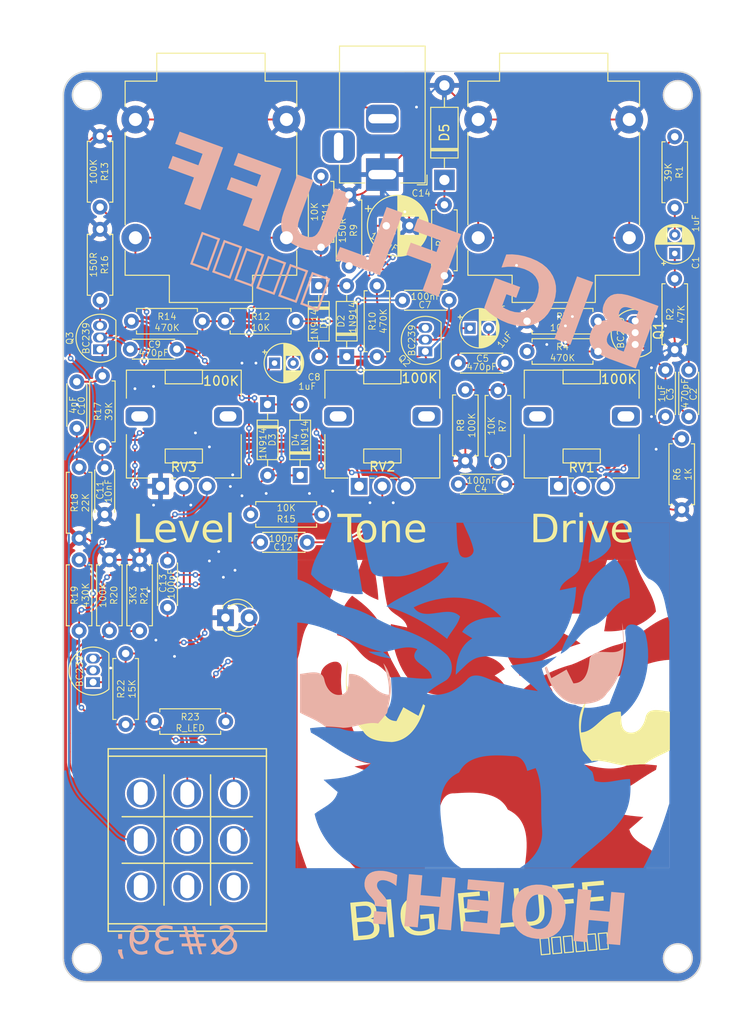
<source format=kicad_pcb>
(kicad_pcb (version 20240108) (generator "pcbnew") (generator_version "8.0")
  (layers (0 "F.Cu" signal) (31 "B.Cu" signal) (34 "B.Paste" user) (35 "F.Paste" user) (36 "B.SilkS" user "B.Silkscreen") (37 "F.SilkS" user "F.Silkscreen") (38 "B.Mask" user) (39 "F.Mask" user) (44 "Edge.Cuts" user))
  (net 0 "")
  (net 1 "Net-(Q1-B)")
  (net 2 "Net-(C1-Pad2)")
  (net 3 "Net-(Q1-C)")
  (net 4 "Net-(C3-Pad2)")
  (net 5 "Net-(C4-Pad1)")
  (net 6 "Net-(C4-Pad2)")
  (net 7 "Net-(Q2-B)")
  (net 8 "Net-(D1-A)")
  (net 9 "Net-(D1-K)")
  (net 10 "Net-(C7-Pad2)")
  (net 11 "Net-(D3-K)")
  (net 12 "Net-(Q3-B)")
  (net 13 "Net-(D3-A)")
  (net 14 "Net-(C10-Pad2)")
  (net 15 "GND")
  (net 16 "Net-(C11-Pad2)")
  (net 17 "Net-(Q4-B)")
  (net 18 "Net-(C12-Pad1)")
  (net 19 "Net-(Q4-C)")
  (net 20 "Net-(C13-Pad2)")
  (net 21 "9V")
  (net 22 "Net-(D6-A)")
  (net 23 "Net-(Q1-E)")
  (net 24 "Net-(Q2-E)")
  (net 25 "Net-(Q3-E)")
  (net 26 "Net-(Q4-E)")
  (net 27 "DRY")
  (net 28 "Net-(R6-Pad2)")
  (net 29 "WET")
  (net 30 "OUT")
  (net 31 "Net-(U1A-9V)")
  (footprint "Charlie_Lee_Rhee_Custom_Parts:R_Custom_Axial_DIN0207_L6.3mm_D2.5mm_P7.62mm_Horizontal" (layer "F.Cu") (at 86.63 55.75)
    (property "Reference" "R14")
    (property "Value" "470K")
  )
  (footprint "Charlie_Lee_Rhee_Custom_Parts:C_Custom_Disc_D4.3mm_W1.9mm_P5.00mm" (layer "F.Cu") (at 86.5 58.75)
    (property "Reference" "C9")
    (property "Value" "470pF")
  )
  (footprint "Potentiometer_THT:Potentiometer_Alps_RK09L_Single_Vertical" (layer "F.Cu") (at 132.5 73.475 90)
    (property "Reference" "RV1")
    (property "Value" "100K")
  )
  (footprint "Charlie_Lee_Rhee_Custom_Parts:R_Custom_Axial_DIN0207_L6.3mm_D2.5mm_P7.62mm_Horizontal" (layer "F.Cu") (at 126 63.19 -90)
    (property "Reference" "R7")
    (property "Value" "10K")
  )
  (footprint "Capacitor_THT:CP_Radial_D4.0mm_P2.00mm" (layer "F.Cu") (at 102 60.25)
    (property "Reference" "C8")
    (property "Value" "1uF")
  )
  (footprint "Diode_THT:D_DO-35_SOD27_P7.62mm_Horizontal" (layer "F.Cu") (at 101.25 64.69 -90)
    (property "Reference" "D3")
    (property "Value" "1N914")
  )
  (footprint "Charlie_Lee_Rhee_Custom_Parts:R_Custom_Axial_DIN0207_L6.3mm_D2.5mm_P7.62mm_Horizontal" (layer "F.Cu") (at 145 58.81 90)
    (property "Reference" "R2")
    (property "Value" "47K")
  )
  (footprint "Charlie_Lee_Rhee_Custom_Parts:R_Custom_Axial_DIN0207_L6.3mm_D2.5mm_P7.62mm_Horizontal" (layer "F.Cu") (at 87.5 81.38 -90)
    (property "Reference" "R21")
    (property "Value" "3K3")
  )
  (footprint "Charlie_Lee_Rhee_Custom_Parts:C_Custom_Disc_D4.3mm_W1.9mm_P5.00mm" (layer "F.Cu") (at 126.75 73.25 180)
    (property "Reference" "C4")
    (property "Value" "100nF")
  )
  (footprint "Potentiometer_THT:Potentiometer_Alps_RK09L_Single_Vertical" (layer "F.Cu") (at 111.080199 73.475 90)
    (property "Reference" "RV2")
    (property "Value" "100K")
  )
  (footprint "Charlie_Lee_Rhee_Custom_Parts:R_Custom_Axial_DIN0207_L6.3mm_D2.5mm_P7.62mm_Horizontal" (layer "F.Cu") (at 129.13 59)
    (property "Reference" "R4")
    (property "Value" "470K")
  )
  (footprint "Package_TO_SOT_THT:TO-92L_Inline" (layer "F.Cu") (at 82.5 94.52 90)
    (property "Reference" "Q4")
    (property "Value" "BC239")
  )
  (footprint "Charlie_Lee_Rhee_Custom_Parts:R_Custom_Axial_DIN0207_L6.3mm_D2.5mm_P7.62mm_Horizontal" (layer "F.Cu") (at 83.25 35.88 -90)
    (property "Reference" "R13")
    (property "Value" "100K")
  )
  (footprint "Charlie_Lee_Rhee_Custom_Parts:C_Custom_Disc_D4.3mm_W1.9mm_P5.00mm" (layer "F.Cu") (at 80.75 62.25 -90)
    (property "Reference" "C10")
    (property "Value" "4nF")
  )
  (footprint "Charlie_Lee_Rhee_Custom_Parts:R_Custom_Axial_DIN0207_L6.3mm_D2.5mm_P7.62mm_Horizontal" (layer "F.Cu") (at 145 35.94 -90)
    (property "Reference" "R1")
    (property "Value" "39K")
  )
  (footprint "Charlie_Lee_Rhee_Custom_Parts:C_Custom_Disc_D4.3mm_W1.9mm_P5.00mm" (layer "F.Cu") (at 105.5 79.5 180)
    (property "Reference" "C12")
    (property "Value" "100nF")
  )
  (footprint "Package_TO_SOT_THT:TO-92L_Inline" (layer "F.Cu") (at 118.2 59 90)
    (property "Reference" "Q2")
    (property "Value" "BC239")
  )
  (footprint "Charlie_Lee_Rhee_Custom_Parts:R_Custom_Axial_DIN0207_L6.3mm_D2.5mm_P7.62mm_Horizontal" (layer "F.Cu") (at 89.13 98.75)
    (property "Reference" "R23")
    (property "Value" "R_LED")
  )
  (footprint "Capacitor_THT:CP_Radial_D4.0mm_P2.00mm" (layer "F.Cu") (at 123 56.5)
    (property "Reference" "C6")
    (property "Value" "1uF")
  )
  (footprint "Charlie_Lee_Rhee_Custom_Parts:R_Custom_Axial_DIN0207_L6.3mm_D2.5mm_P7.62mm_Horizontal" (layer "F.Cu") (at 86 99.06 90)
    (property "Reference" "R22")
    (property "Value" "15K")
  )
  (footprint "EmptyPedal:EmptyPedal" (layer "F.Cu") (at 112.513399 77.3578)
    (property "Reference" "U1")
    (property "Value" "~")
    (fp_line (start -33.2232 -45.8978) (end -33.2232 46.8122) (stroke (width 0.1)) (layer "Edge.Cuts"))
    (fp_line (start -30.6832 49.3522) (end 32.8168 49.3522) (stroke (width 0.1)) (layer "Edge.Cuts"))
    (fp_line (start 32.8168 -48.4378) (end -30.6832 -48.4378) (stroke (width 0.1)) (layer "Edge.Cuts"))
    (fp_line (start 35.3568 46.8122) (end 35.3568 -45.8978) (stroke (width 0.1)) (layer "Edge.Cuts"))
    (fp_arc (start -33.2232 -45.8978) (mid -32.479251 -47.693851) (end -30.6832 -48.4378) (stroke (width 0.1)) (layer "Edge.Cuts"))
    (fp_arc (start -30.6832 49.3522) (mid -32.479251 48.608251) (end -33.2232 46.8122) (stroke (width 0.1)) (layer "Edge.Cuts"))
    (fp_arc (start 32.8168 -48.4378) (mid 34.612851 -47.693851) (end 35.3568 -45.8978) (stroke (width 0.1)) (layer "Edge.Cuts"))
    (fp_arc (start 35.3568 46.8122) (mid 34.612851 48.608251) (end 32.8168 49.3522) (stroke (width 0.1)) (layer "Edge.Cuts"))
    (fp_circle (center -30.6832 -45.8978) (end -29.1592 -45.8978) (stroke (width 0.1)) (fill none) (layer "Edge.Cuts"))
    (fp_circle (center -30.6832 46.8122) (end -29.1592 46.8122) (stroke (width 0.1)) (fill none) (layer "Edge.Cuts"))
    (fp_circle (center 32.8168 -45.8978) (end 34.3408 -45.8978) (stroke (width 0.1)) (fill none) (layer "Edge.Cuts"))
    (fp_circle (center 32.8168 46.8122) (end 34.3408 46.8122) (stroke (width 0.1)) (fill none) (layer "Edge.Cuts"))
  )
  (footprint "Charlie_Lee_Rhee_Custom_Parts:R_Custom_Axial_DIN0207_L6.3mm_D2.5mm_P7.62mm_Horizontal" (layer "F.Cu") (at 81 89 90)
    (property "Reference" "R19")
    (property "Value" "430K")
  )
  (footprint "Charlie_Lee_Rhee_Custom_Parts:R_Custom_Axial_DIN0207_L6.3mm_D2.5mm_P7.62mm_Horizontal" (layer "F.Cu") (at 81 79.06 90)
    (property "Reference" "R18")
    (property "Value" "22K")
  )
  (footprint "Charlie_Lee_Rhee_Custom_Parts:R_Custom_Axial_DIN0207_L6.3mm_D2.5mm_P7.62mm_Horizontal" (layer "F.Cu") (at 107.06 76.5 180)
    (property "Reference" "R15")
    (property "Value" "10K")
  )
  (footprint "Diode_THT:D_DO-35_SOD27_P7.62mm_Horizontal" (layer "F.Cu") (at 109.75 59.56 90)
    (property "Reference" "D2")
    (property "Value" "1N914")
  )
  (footprint "Charlie_Lee_Rhee_Custom_Parts:R_Custom_Axial_DIN0207_L6.3mm_D2.5mm_P7.62mm_Horizontal" (layer "F.Cu") (at 110 42.19 -90)
    (property "Reference" "R9")
    (property "Value" "150R")
  )
  (footprint "Charlie_Lee_Rhee_Custom_Parts:C_Custom_Disc_D4.3mm_W1.9mm_P5.00mm" (layer "F.Cu") (at 144 61 -90)
    (property "Reference" "C3")
    (property "Value" "1uF")
  )
  (footprint "Package_TO_SOT_THT:TO-92L_Inline" (layer "F.Cu") (at 83.25 58.77 90)
    (property "Reference" "Q3")
    (property "Value" "BC239")
  )
  (footprint "Charlie_Lee_Rhee_Custom_Parts:R_Custom_Axial_DIN0207_L6.3mm_D2.5mm_P7.62mm_Horizontal" (layer "F.Cu") (at 84.25 81.38 -90)
    (property "Reference" "R20")
    (property "Value" "100K")
  )
  (footprint "LED_THT:LED_D3.0mm" (layer "F.Cu") (at 96.725 87.6)
    (property "Reference" "D6")
    (property "Value" "LED")
  )
  (footprint "Charlie_Lee_Rhee_Custom_Parts:R_Custom_Axial_DIN0207_L6.3mm_D2.5mm_P7.62mm_Horizontal" (layer "F.Cu") (at 107 40.19 -90)
    (property "Reference" "R11")
    (property "Value" "10K")
  )
  (footprint "Capacitor_THT:CP_Radial_D4.0mm_P2.00mm" (layer "F.Cu") (at 145 48.4726 90)
    (property "Reference" "C1")
    (property "Value" "1uF")
  )
  (footprint "Charlie_Lee_Rhee_Custom_Parts:R_Custom_Axial_DIN0207_L6.3mm_D2.5mm_P7.62mm_Horizontal" (layer "F.Cu") (at 83.5 69.25 90)
    (property "Reference" "R17")
    (property "Value" "39K")
  )
  (footprint "Charlie_Lee_Rhee_Custom_Parts:C_Custom_Disc_D4.3mm_W1.9mm_P5.00mm" (layer "F.Cu") (at 121.75 60.25)
    (property "Reference" "C5")
    (property "Value" "470pF")
  )
  (footprint "Charlie_Lee_Rhee_Custom_Parts:R_Custom_Axial_DIN0207_L6.3mm_D2.5mm_P7.62mm_Horizontal" (layer "F.Cu") (at 122.5 70.75 90)
    (property "Reference" "R8")
    (property "Value" "100K")
  )
  (footprint "Charlie_Lee_Rhee_Custom_Parts:R_Custom_Axial_DIN0207_L6.3mm_D2.5mm_P7.62mm_Horizontal" (layer "F.Cu") (at 120.25 50.87 90)
    (property "Reference" "R5")
    (property "Value" "10K")
  )
  (footprint "Charlie_Lee_Rhee_Custom_Parts:C_Custom_Disc_D4.3mm_W1.9mm_P5.00mm" (layer "F.Cu") (at 83.75 76.5 90)
    (property "Reference" "C11")
    (property "Value" "10nF")
  )
  (footprint "Diode_THT:D_DO-41_SOD81_P10.16mm_Horizontal" (layer "F.Cu") (at 120.25 40.58 90)
    (property "Reference" "D5")
    (property "Value" "1N4001")
  )
  (footprint "Charlie_Lee_Rhee_Custom_Parts:C_Custom_Disc_D4.3mm_W1.9mm_P5.00mm" (layer "F.Cu") (at 146.5 61 -90)
    (property "Reference" "C2")
    (property "Value" "470pF")
  )
  (footprint "Charlie_Lee_Rhee_Custom_Parts:R_Custom_Axial_DIN0207_L6.3mm_D2.5mm_P7.62mm_Horizontal" (layer "F.Cu") (at 129.13 55.75)
    (property "Reference" "R3")
    (property "Value" "100R")
  )
  (footprint "Charlie_Lee_Rhee_Custom_Parts:C_Custom_Disc_D4.3mm_W1.9mm_P5.00mm" (layer "F.Cu") (at 120.75 53.5 180)
    (property "Reference" "C7")
    (property "Value" "100nF")
  )
  (footprint "Capacitor_THT:CP_Radial_D6.3mm_P2.50mm" (layer "F.Cu") (at 114 45.5)
    (property "Reference" "C14")
    (property "Value" "100uF")
  )
  (footprint "Charlie_Lee_Rhee_Custom_Parts:R_Custom_Axial_DIN0207_L6.3mm_D2.5mm_P7.62mm_Horizontal" (layer "F.Cu") (at 145.75 76 90)
    (property "Reference" "R6")
    (property "Value" "1K")
  )
  (footprint "Charlie_Lee_Rhee_Custom_Parts:C_Custom_Disc_D4.3mm_W1.9mm_P5.00mm" (layer "F.Cu") (at 90.5 86.5 90)
    (property "Reference" "C13")
    (property "Value" "100nF")
  )
  (footprint "Diode_THT:D_DO-35_SOD27_P7.62mm_Horizontal" (layer "F.Cu") (at 104.75 72.31 90)
    (property "Reference" "D4")
    (property "Value" "1N914")
  )
  (footprint "Potentiometer_THT:Potentiometer_Alps_RK09L_Single_Vertical" (layer "F.Cu") (at 89.75 73.475 90)
    (property "Reference" "RV3")
    (property "Value" "100K")
  )
  (footprint "Charlie_Lee_Rhee_Custom_Parts:R_Custom_Axial_DIN0207_L6.3mm_D2.5mm_P7.62mm_Horizontal" (layer "F.Cu") (at 113 59.56 90)
    (property "Reference" "R10")
    (property "Value" "470K")
  )
  (footprint "Charlie_Lee_Rhee_Custom_Parts:R_Custom_Axial_DIN0207_L6.3mm_D2.5mm_P7.62mm_Horizontal" (layer "F.Cu") (at 83.25 45.88 -90)
    (property "Reference" "R16")
    (property "Value" "150R")
  )
  (footprint "Charlie_Lee_Rhee_Custom_Parts:R_Custom_Axial_DIN0207_L6.3mm_D2.5mm_P7.62mm_Horizontal" (layer "F.Cu") (at 96.69 55.75)
    (property "Reference" "R12")
    (property "Value" "10K")
  )
  (footprint "Diode_THT:D_DO-35_SOD27_P7.62mm_Horizontal" (layer "F.Cu") (at 106.75 51.94 -90)
    (property "Reference" "D1")
    (property "Value" "1N914")
  )
  (footprint "Package_TO_SOT_THT:TO-92L_Inline" (layer "F.Cu") (at 140.75 58.25 90)
    (property "Reference" "Q1")
    (property "Value" "BC239")
  )
  (gr_poly (pts (xy 144.475052 92.117307) (xy 144.166165 92.135567) (xy 143.860925 92.165758) (xy 143.260536 92.259238) (xy 142.672168 92.392363) (xy 142.094107 92.559749) (xy 141.524637 92.756013) (xy 140.962043 92.975772) (xy 140.40461 93.213641) (xy 139.850622 93.464236) (xy 138.746122 93.982073) (xy 137.63482 94.486212) (xy 137.07233 94.719685) (xy 136.502994 94.933583) (xy 135.925097 95.122522) (xy 135.336922 95.281118) (xy 135.706736 95.264171) (xy 136.076891 95.249799) (xy 136.447045 95.238639) (xy 136.816857 95.231328) (xy 136.675612 95.310931) (xy 136.532025 95.385079) (xy 136.386251 95.453982) (xy 136.238449 95.517856) (xy 136.088773 95.576913) (xy 135.93738 95.631367) (xy 135.784428 95.681431) (xy 135.630071 95.727318) (xy 135.474468 95.769242) (xy 135.317773 95.807416) (xy 135.001738 95.873368) (xy 134.683216 95.92688) (xy 134.363459 95.96966) (xy 134.580087 95.796719) (xy 134.797352 95.625218) (xy 135.233817 95.284639) (xy 135.005646 95.250254) (xy 134.7764 95.206076) (xy 134.315362 95.098432) (xy 133.852071 94.98189) (xy 133.620008 94.926588) (xy 133.387895 94.876631) (xy 133.155902 94.834539) (xy 132.924201 94.802836) (xy 132.692963 94.784044) (xy 132.462358 94.780687) (xy 132.232559 94.795287) (xy 132.118014 94.810109) (xy 132.003734 94.830366) (xy 131.889741 94.856374) (xy 131.776057 94.888448) (xy 131.662701 94.926903) (xy 131.549696 94.972055) (xy 131.657893 95.107558) (xy 131.743509 95.235945) (xy 131.807792 95.357684) (xy 131.851991 95.473243) (xy 131.877354 95.583089) (xy 131.88513 95.687689) (xy 131.876568 95.787513) (xy 131.852916 95.883026) (xy 131.815423 95.974697) (xy 131.765337 96.062994) (xy 131.703907 96.148385) (xy 131.632382 96.231336) (xy 131.552009 96.312316) (xy 131.464039 96.391792) (xy 131.270297 96.548104) (xy 130.84657 96.863264) (xy 130.636563 97.029593) (xy 130.441111 97.206745) (xy 130.351965 97.300548) (xy 130.270203 97.39846) (xy 130.197074 97.500949) (xy 130.133828 97.608481) (xy 130.081711 97.721525) (xy 130.041974 97.840548) (xy 130.015864 97.966018) (xy 130.00463 98.098403) (xy 130.278123 98.126165) (xy 130.553113 98.139999) (xy 130.829287 98.141954) (xy 131.106328 98.134075) (xy 131.661758 98.097005) (xy 132.216887 98.045168) (xy 132.7692 97.99494) (xy 133.043514 97.975548) (xy 133.316181 97.962699) (xy 133.586885 97.95844) (xy 133.855313 97.96482) (xy 134.12115 97.983885) (xy 134.384081 98.017682) (xy 134.320972 99.018675) (xy 134.308799 99.275002) (xy 134.30289 99.531573) (xy 134.305658 99.787295) (xy 134.319513 100.041072) (xy 134.346867 100.291811) (xy 134.390132 100.538419) (xy 134.45172 100.779801) (xy 134.490138 100.898191) (xy 134.534041 101.014864) (xy 134.58373 101.129684) (xy 134.639507 101.242513) (xy 134.701674 101.353216) (xy 134.770531 101.461655) (xy 134.846379 101.567694) (xy 134.929522 101.671196) (xy 135.020259 101.772024) (xy 135.118893 101.870041) (xy 135.235616 102.015489) (xy 135.353849 102.159692) (xy 135.593796 102.445162) (xy 136.080287 103.009982) (xy 135.855301 103.089499) (xy 135.631105 103.170962) (xy 135.407875 103.254356) (xy 135.185786 103.339667) (xy 135.755731 103.477299) (xy 136.338487 103.603193) (xy 136.633242 103.658175) (xy 136.929489 103.705947) (xy 137.226656 103.745082) (xy 137.524172 103.774155) (xy 137.821466 103.791741) (xy 138.117969 103.796414) (xy 138.413109 103.786748) (xy 138.706316 103.761318) (xy 138.997019 103.718699) (xy 139.284647 103.657465) (xy 139.56863 103.576191) (xy 139.848397 103.47345) (xy 140.088686 103.444043) (xy 140.329298 103.417814) (xy 140.570232 103.395045) (xy 140.811488 103.376016) (xy 141.053066 103.361009) (xy 141.294966 103.350306) (xy 141.537188 103.344188) (xy 141.779732 103.342936) (xy 142.105541 103.365695) (xy 142.431544 103.393616) (xy 143.084641 103.45459) (xy 143.034211 103.691717) (xy 142.985062 103.930131) (xy 142.587317 104.154813) (xy 142.19586 104.390465) (xy 141.425749 104.883175) (xy 140.662597 105.385264) (xy 139.894274 105.873736) (xy 139.504382 106.105678) (xy 139.108649 106.325592) (xy 138.705558 106.530604) (xy 138.293593 106.717837) (xy 137.871237 106.884419) (xy 137.436974 107.027474) (xy 136.989287 107.144127) (xy 136.526661 107.231505) (xy 136.641858 107.362127) (xy 136.762289 107.485686) (xy 136.887716 107.602402) (xy 137.017902 107.712495) (xy 137.291597 107.913691) (xy 137.58147 108.091036) (xy 137.885618 108.246289) (xy 138.202135 108.381213) (xy 138.52912 108.497566) (xy 138.864667 108.597111) (xy 139.206873 108.681608) (xy 139.553835 108.752817) (xy 139.903648 108.812499) (xy 140.254409 108.862415) (xy 140.951158 108.93999) (xy 141.628853 108.999629) (xy 141.254903 109.334042) (xy 140.878866 109.666361) (xy 140.499288 109.994496) (xy 140.307717 110.156342) (xy 140.114716 110.316357) (xy 140.148328 110.433278) (xy 140.187198 110.545034) (xy 140.231085 110.651861) (xy 140.279745 110.753997) (xy 140.332936 110.851677) (xy 140.390416 110.945137) (xy 140.451942 111.034615) (xy 140.51727 111.120346) (xy 140.586159 111.202567) (xy 140.658366 111.281514) (xy 140.811764 111.430532) (xy 140.975521 111.56929) (xy 141.147697 111.699679) (xy 141.326352 111.82359) (xy 141.509543 111.942914) (xy 141.881773 112.175364) (xy 142.248859 112.412154) (xy 142.42562 112.536903) (xy 142.595273 112.66841) (xy 142.471347 113.150697) (xy 142.316694 113.622709) (xy 142.132536 114.083228) (xy 141.920096 114.531034) (xy 141.680596 114.964907) (xy 141.415258 115.383628) (xy 141.125306 115.785978) (xy 140.811961 116.170737) (xy 140.476446 116.536685) (xy 140.119983 116.882604) (xy 139.743795 117.207273) (xy 139.349104 117.509474) (xy 138.937134 117.787986) (xy 138.509105 118.041591) (xy 138.066241 118.269069) (xy 137.609765 118.469201) (xy 126.849368 118.469201) (xy 127.069462 118.340622) (xy 127.277584 118.198706) (xy 127.473388 118.044159) (xy 127.656531 117.877688) (xy 127.826668 117.700001) (xy 127.983454 117.511804) (xy 128.126545 117.313804) (xy 128.255596 117.106708) (xy 128.370262 116.891222) (xy 128.4702 116.668054) (xy 128.555063 116.437911) (xy 128.624509 116.2015) (xy 128.678193 115.959526) (xy 128.715769 115.712699) (xy 128.736893 115.461723) (xy 128.741221 115.207306) (xy 128.884969 114.271732) (xy 128.954176 113.781148) (xy 129.01439 113.281395) (xy 129.060199 112.776995) (xy 129.086191 112.272469) (xy 129.086954 111.772338) (xy 129.057078 111.281125) (xy 129.028959 111.040275) (xy 128.99115 110.80335) (xy 128.942976 110.570916) (xy 128.883759 110.343536) (xy 128.812824 110.121777) (xy 128.729494 109.906204) (xy 128.633092 109.697382) (xy 128.522941 109.495875) (xy 128.398367 109.30225) (xy 128.258691 109.117071) (xy 128.103238 108.940904) (xy 127.931331 108.774314) (xy 127.742294 108.617866) (xy 127.53545 108.472125) (xy 127.310123 108.337656) (xy 127.065636 108.215025) (xy 126.965831 108.027879) (xy 126.856009 107.853397) (xy 126.736656 107.691167) (xy 126.608254 107.540776) (xy 126.471289 107.401813) (xy 126.326244 107.273864) (xy 126.173605 107.156517) (xy 126.013855 107.04936) (xy 125.84748 106.951981) (xy 125.674962 106.863966) (xy 125.496788 106.784904) (xy 125.31344 106.714383) (xy 124.933163 106.59731) (xy 124.538007 106.509448) (xy 124.131846 106.447498) (xy 123.718556 106.408161) (xy 123.30201 106.388138) (xy 122.886085 106.384128) (xy 122.474655 106.392833) (xy 122.071595 106.410953) (xy 121.306084 106.462241) (xy 121.217988 106.459239) (xy 121.132958 106.461385) (xy 121.05094 106.468501) (xy 120.971883 106.480414) (xy 120.895733 106.496949) (xy 120.822439 106.517929) (xy 120.751948 106.543181) (xy 120.684207 106.572528) (xy 120.619165 106.605796) (xy 120.556768 106.64281) (xy 120.496964 106.683394) (xy 120.4397 106.727373) (xy 120.384925 106.774573) (xy 120.332586 106.824818) (xy 120.28263 106.877933) (xy 120.235005 106.933743) (xy 120.146537 107.052747) (xy 120.066763 107.18043) (xy 119.995263 107.315389) (xy 119.931617 107.456225) (xy 119.875407 107.601536) (xy 119.826211 107.749921) (xy 119.783611 107.89998) (xy 119.747186 108.050311) (xy 119.293147 107.897776) (xy 118.839107 107.746529) (xy 118.685075 108.136552) (xy 118.560204 108.532385) (xy 118.461426 108.933405) (xy 118.385674 109.33899) (xy 118.329878 109.748516) (xy 118.290972 110.161359) (xy 118.265886 110.576898) (xy 118.251554 110.994508) (xy 118.240396 112.673201) (xy 118.219568 113.508776) (xy 118.194603 113.92344) (xy 118.155847 114.33519) (xy 118.143597 114.501927) (xy 118.138605 114.666697) (xy 118.140706 114.829455) (xy 118.149734 114.990155) (xy 118.165525 115.148753) (xy 118.187913 115.305201) (xy 118.216734 115.459455) (xy 118.251823 115.61147) (xy 118.293015 115.761198) (xy 118.340144 115.908595) (xy 118.393047 116.053616) (xy 118.451557 116.196214) (xy 118.51551 116.336344) (xy 118.584741 116.47396) (xy 118.659085 116.609017) (xy 118.738377 116.741469) (xy 118.822452 116.87127) (xy 118.911146 116.998376) (xy 119.101726 117.244315) (xy 119.3088 117.478922) (xy 119.531047 117.701833) (xy 119.767147 117.912681) (xy 120.015781 118.111102) (xy 120.275629 118.296732) (xy 120.545371 118.469204) (xy 115.099915 118.469204) (xy 114.767714 118.126035) (xy 114.424573 117.794315) (xy 114.072466 117.472013) (xy 113.713366 117.157094) (xy 112.246524 115.930626) (xy 111.522469 115.308864) (xy 111.169691 114.988737) (xy 110.825712 114.659738) (xy 110.492504 114.319834) (xy 110.172043 113.966992) (xy 109.866302 113.599181) (xy 109.577254 113.214367) (xy 109.422948 112.97637) (xy 109.284734 112.731456) (xy 109.16201 112.480237) (xy 109.054171 112.223324) (xy 108.960614 111.96133) (xy 108.880737 111.694865) (xy 108.813936 111.424542) (xy 108.759607 111.150972) (xy 108.717149 110.874766) (xy 108.685956 110.596537) (xy 108.665427 110.316895) (xy 108.654958 110.036452) (xy 108.653945 109.755821) (xy 108.661786 109.475612) (xy 108.677877 109.196437) (xy 108.701615 108.918908) (xy 108.941813 108.924976) (xy 109.181539 108.942902) (xy 109.420844 108.970337) (xy 109.659777 109.00493) (xy 110.612796 109.167914) (xy 110.850623 109.203066) (xy 111.08838 109.231282) (xy 111.326117 109.250212) (xy 111.563884 109.257507) (xy 111.80173 109.250819) (xy 112.039707 109.227798) (xy 112.277864 109.186094) (xy 112.397025 109.157502) (xy 112.516251 109.123358) (xy 112.566032 108.87631) (xy 112.618255 108.630359) (xy 112.646832 108.508157) (xy 112.67788 108.386662) (xy 112.71202 108.26602) (xy 112.749872 108.146374) (xy 112.977126 107.940746) (xy 113.203092 107.733513) (xy 113.427771 107.524992) (xy 113.651162 107.315501) (xy 112.919748 107.173752) (xy 112.736385 107.134629) (xy 112.554131 107.091893) (xy 112.373642 107.044475) (xy 112.195575 106.991307) (xy 112.020585 106.931318) (xy 111.849331 106.86344) (xy 111.682467 106.786604) (xy 111.52065 106.699741) (xy 111.364537 106.601781) (xy 111.288825 106.548306) (xy 111.214784 106.491656) (xy 111.142498 106.431698) (xy 111.072047 106.368297) (xy 111.003515 106.30132) (xy 110.936984 106.230633) (xy 111.384344 105.958647) (xy 111.832992 105.687949) (xy 111.240766 105.05448) (xy 112.202158 104.498467) (xy 112.25019 104.14464) (xy 111.830241 104.014353) (xy 111.412877 103.877337) (xy 111.205362 103.805792) (xy 110.998731 103.73195) (xy 110.793064 103.655607) (xy 110.588439 103.576556) (xy 111.47742 103.430745) (xy 112.365115 103.281071) (xy 111.949472 103.214139) (xy 111.54976 103.120632) (xy 111.165984 103.00167) (xy 110.798152 102.858371) (xy 110.44627 102.691853) (xy 110.110344 102.503234) (xy 109.790382 102.293634) (xy 109.486389 102.06417) (xy 109.198373 101.815962) (xy 108.926339 101.550127) (xy 108.670295 101.267783) (xy 108.430247 100.97005) (xy 108.206202 100.658046) (xy 107.998167 100.332889) (xy 107.806147 99.995698) (xy 107.630149 99.64759) (xy 107.326248 98.923102) (xy 107.086516 98.168371) (xy 106.911005 97.392345) (xy 106.799769 96.603971) (xy 106.75286 95.812198) (xy 106.77033 95.025973) (xy 106.852233 94.254242) (xy 106.998621 93.505954) (xy 107.022096 93.407095) (xy 107.055973 93.310032) (xy 107.099508 93.215161) (xy 107.151957 93.12288) (xy 107.212578 93.033585) (xy 107.280625 92.947674) (xy 107.355356 92.865544) (xy 107.436026 92.787591) (xy 107.521892 92.714213) (xy 107.61221 92.645807) (xy 107.706236 92.582769) (xy 107.803226 92.525496) (xy 107.902437 92.474386) (xy 108.003125 92.429836) (xy 108.104546 92.392242) (xy 108.205956 92.362001) (xy 108.306612 92.339511) (xy 108.40577 92.325169) (xy 108.502686 92.319371) (xy 108.596616 92.322514) (xy 108.686816 92.334996) (xy 108.772543 92.357213) (xy 108.853054 92.389563) (xy 108.927603 92.432442) (xy 108.995448 92.486247) (xy 109.055845 92.551376) (xy 109.108049 92.628225) (xy 109.151318 92.717192) (xy 109.184907 92.818673) (xy 109.208072 92.933065) (xy 109.220071 93.060765) (xy 109.220158 93.202171) (xy 109.161332 93.711549) (xy 109.136951 94.215636) (xy 109.144364 94.714733) (xy 109.180921 95.209142) (xy 109.243972 95.699165) (xy 109.330866 96.185103) (xy 109.438954 96.667259) (xy 109.565586 97.145935) (xy 109.708111 97.621432) (xy 109.863879 98.094053) (xy 110.204543 99.031871) (xy 110.928182 100.886269) (xy 111.839732 101.099032) (xy 112.071584 101.147004) (xy 112.304227 101.189563) (xy 112.537262 101.225046) (xy 112.770292 101.251791) (xy 113.00292 101.268135) (xy 113.234748 101.272416) (xy 113.465379 101.26297) (xy 113.694414 101.238134) (xy 113.921457 101.196248) (xy 114.146109 101.135646) (xy 114.257414 101.097808) (xy 114.367973 101.054668) (xy 114.477735 101.006017) (xy 114.586651 100.951649) (xy 114.778322 100.931406) (xy 114.963912 100.90086) (xy 115.143517 100.860382) (xy 115.317233 100.810342) (xy 115.485156 100.751111) (xy 115.647382 100.68306) (xy 115.804007 100.606559) (xy 115.955127 100.521979) (xy 116.100837 100.429691) (xy 116.241234 100.330066) (xy 116.376413 100.223473) (xy 116.506471 100.110284) (xy 116.631503 99.99087) (xy 116.751604 99.8656) (xy 116.977402 99.59898) (xy 117.18463 99.313388) (xy 117.374057 99.011791) (xy 117.546448 98.697153) (xy 117.702573 98.37244) (xy 117.843197 98.040618) (xy 117.969087 97.704651) (xy 118.081012 97.367506) (xy 118.179738 97.032148) (xy 117.96523 96.877742) (xy 117.782301 96.74426) (xy 117.601719 96.607827) (xy 117.423425 96.468541) (xy 117.247362 96.326502) (xy 117.073471 96.181807) (xy 116.901695 96.034555) (xy 116.731977 95.884844) (xy 116.564258 95.732772) (xy 116.867376 95.834166) (xy 117.172138 95.927021) (xy 117.478415 96.012055) (xy 117.786079 96.089984) (xy 118.405055 96.227396) (xy 119.028036 96.344991) (xy 119.653994 96.448503) (xy 120.281902 96.543667) (xy 121.539454 96.731886) (xy 121.378668 96.926876) (xy 121.211023 97.114578) (xy 121.037348 97.295876) (xy 120.858469 97.471653) (xy 120.675215 97.642791) (xy 120.488412 97.810175) (xy 120.107471 98.137208) (xy 119.339411 98.785059) (xy 119.150937 98.950878) (xy 118.965532 99.120005) (xy 118.784026 99.293323) (xy 118.607246 99.471715) (xy 119.304288 99.368113) (xy 120 99.25) (xy 120.692894 99.114782) (xy 121.381482 98.959866) (xy 122.064276 98.78266) (xy 122.739788 98.580569) (xy 123.074348 98.469382) (xy 123.40653 98.351002) (xy 123.736147 98.225104) (xy 124.063014 98.091364) (xy 124.197267 98.036844) (xy 124.335528 97.984882) (xy 124.476971 97.936787) (xy 124.62077 97.893864) (xy 124.7661 97.857423) (xy 124.912137 97.828769) (xy 125.058053 97.809209) (xy 125.203025 97.800051) (xy 125.274898 97.799781) (xy 125.346226 97.802601) (xy 125.416904 97.808676) (xy 125.486831 97.818168) (xy 125.555902 97.83124) (xy 125.624015 97.848057) (xy 125.691066 97.868781) (xy 125.756953 97.893576) (xy 125.821571 97.922605) (xy 125.884818 97.956032) (xy 125.946591 97.99402) (xy 126.006786 98.036733) (xy 126.065301 98.084333) (xy 126.122032 98.136984) (xy 126.176876 98.19485) (xy 126.229729 98.258093) (xy 126.441 98.474167) (xy 126.663008 98.678775) (xy 126.895112 98.870876) (xy 127.136668 99.049431) (xy 127.387033 99.213398) (xy 127.645565 99.361736) (xy 127.911618 99.493406) (xy 128.184552 99.607367) (xy 128.463722 99.702577) (xy 128.748486 99.777997) (xy 129.0382 99.832585) (xy 129.332221 99.865302) (xy 129.629907 99.875106) (xy 129.930613 99.860957) (xy 130.233698 99.821815) (xy 130.538518 99.756638) (xy 130.433923 99.653126) (xy 130.326303 99.55356) (xy 130.215888 99.457659) (xy 130.10291 99.365139) (xy 129.9876 99.27572) (xy 129.870188 99.189118) (xy 129.750906 99.105052) (xy 129.629984 99.02324) (xy 129.384148 98.865248) (xy 129.134526 98.712886) (xy 128.631323 98.416022) (xy 128.533819 98.360357) (xy 128.443082 98.298553) (xy 128.359039 98.230987) (xy 128.281617 98.158038) (xy 128.210742 98.080085) (xy 128.146341 97.997508) (xy 128.088341 97.910684) (xy 128.036668 97.819993) (xy 127.99125 97.725814) (xy 127.952012 97.628525) (xy 127.918883 97.528505) (xy 127.891788 97.426134) (xy 127.870655 97.321789) (xy 127.855409 97.215851) (xy 127.845978 97.108697) (xy 127.842289 97.000706) (xy 127.844268 96.892258) (xy 127.851842 96.78373) (xy 127.864938 96.675503) (xy 127.883482 96.567955) (xy 127.907401 96.461464) (xy 127.936623 96.35641) (xy 127.971073 96.253171) (xy 128.010678 96.152127) (xy 128.055366 96.053655) (xy 128.105063 95.958136) (xy 128.159695 95.865947) (xy 128.21919 95.777468) (xy 128.283474 95.693077) (xy 128.352474 95.613153) (xy 128.426116 95.538076) (xy 128.504328 95.468223) (xy 128.7981 95.219516) (xy 129.099164 94.980089) (xy 129.407212 94.750009) (xy 129.721934 94.529341) (xy 130.043022 94.318149) (xy 130.370168 94.116498) (xy 130.703061 93.924455) (xy 131.041393 93.742084) (xy 131.384855 93.569449) (xy 131.733138 93.406617) (xy 132.085934 93.253653) (xy 132.442933 93.110621) (xy 132.803826 92.977586) (xy 133.168305 92.854615) (xy 133.53606 92.741771) (xy 133.906783 92.639121) (xy 134.22676 92.513601) (xy 134.54275 92.378924) (xy 135.165646 92.088759) (xy 136.39523 91.471784) (xy 137.013423 91.171607) (xy 137.325886 91.029421) (xy 137.641552 90.894724) (xy 137.961141 90.769179) (xy 138.285371 90.654451) (xy 138.614961 90.552205) (xy 138.950631 90.464105) (xy 139.143797 90.407499) (xy 139.333021 90.343587) (xy 139.518563 90.272862) (xy 139.700686 90.195814) (xy 140.055722 90.024716) (xy 140.400222 89.834224) (xy 140.736283 89.628269) (xy 141.065998 89.410783) (xy 141.714773 88.95694) (xy 142.363306 88.504144) (xy 142.69272 88.287965) (xy 143.028358 88.083841) (xy 143.372315 87.895703) (xy 143.726687 87.727482) (xy 143.908432 87.652069) (xy 144.093567 87.583108) (xy 144.282353 87.521093) (xy 144.475052 87.466514)) (stroke (width -0.000001)) (fill solid) (layer "F.Cu") (net 15))
  (gr_poly (pts (xy 110.938854 85.667735) (xy 111.24186 85.903976) (xy 111.541524 86.151323) (xy 111.835002 86.409948) (xy 112.11945 86.680025) (xy 112.392024 86.961726) (xy 112.649879 87.255224) (xy 112.890171 87.560692) (xy 113.110055 87.878304) (xy 113.306688 88.208232) (xy 113.395396 88.377868) (xy 113.477225 88.550648) (xy 113.551818 88.726594) (xy 113.618822 88.905727) (xy 113.677878 89.088069) (xy 113.728634 89.273641) (xy 113.770732 89.462466) (xy 113.803817 89.654563) (xy 113.827534 89.849957) (xy 113.841527 90.048667) (xy 113.868991 90.236904) (xy 113.903767 90.422224) (xy 113.945413 90.604798) (xy 113.993485 90.784797) (xy 114.107131 91.137751) (xy 114.241157 91.482457) (xy 114.392014 91.820281) (xy 114.556154 92.152592) (xy 114.910084 92.806149) (xy 115.274556 93.454073) (xy 115.451873 93.779343) (xy 115.621178 94.10731) (xy 115.778924 94.439341) (xy 115.92156 94.776805) (xy 116.045538 95.12107) (xy 116.14731 95.473504) (xy 116.010825 95.402063) (xy 115.879251 95.324824) (xy 115.752239 95.242204) (xy 115.629438 95.154622) (xy 115.5105 95.062496) (xy 115.395076 94.966245) (xy 115.173373 94.763042) (xy 114.961534 94.548359) (xy 114.756768 94.325545) (xy 114.357279 93.868912) (xy 114.15697 93.641788) (xy 113.95256 93.419923) (xy 113.741255 93.206665) (xy 113.520263 93.005361) (xy 113.405262 92.910238) (xy 113.286791 92.819359) (xy 113.164502 92.733142) (xy 113.038045 92.652006) (xy 112.907071 92.576369) (xy 112.771232 92.50665) (xy 112.630177 92.443267) (xy 112.483558 92.386638) (xy 112.34544 92.318283) (xy 112.212787 92.243589) (xy 112.085188 92.163043) (xy 111.962234 92.077134) (xy 111.843515 91.986353) (xy 111.728622 91.891188) (xy 111.617143 91.792128) (xy 111.50867 91.689663) (xy 111.299099 91.47647) (xy 111.09663 91.255523) (xy 110.699881 90.806017) (xy 110.499042 90.585282) (xy 110.292188 90.372444) (xy 110.076038 90.171414) (xy 109.963454 90.07655) (xy 109.847315 89.986105) (xy 109.727214 89.900569) (xy 109.602739 89.82043) (xy 109.473481 89.746178) (xy 109.339029 89.678301) (xy 109.198975 89.617289) (xy 109.052908 89.563631) (xy 108.900418 89.517815) (xy 108.741096 89.480332) (xy 108.722095 89.202399) (xy 108.723082 88.918223) (xy 108.743159 88.629489) (xy 108.781433 88.337881) (xy 108.837008 88.045085) (xy 108.908989 87.752787) (xy 108.996481 87.46267) (xy 109.098589 87.176421) (xy 109.214417 86.895725) (xy 109.34307 86.622267) (xy 109.483654 86.357731) (xy 109.635273 86.103803) (xy 109.797031 85.862169) (xy 109.968035 85.634513) (xy 110.147388 85.42252) (xy 110.334195 85.227876)) (stroke (width -0.000001)) (fill solid) (layer "F.Cu"))
  (gr_poly (pts (xy 112.678126 81.925075) (xy 112.758462 82.461527) (xy 112.92702 83.533673) (xy 113.004942 84.07054) (xy 113.071759 84.608717) (xy 113.122321 85.14879) (xy 113.139897 85.419721) (xy 113.151478 85.691346) (xy 112.975227 85.623232) (xy 112.79855 85.550645) (xy 112.622309 85.473255) (xy 112.447369 85.390734) (xy 112.274591 85.30275) (xy 112.104838 85.208976) (xy 111.938972 85.10908) (xy 111.777857 85.002735) (xy 111.622355 84.889609) (xy 111.473328 84.769374) (xy 111.33164 84.641701) (xy 111.263817 84.574972) (xy 111.198153 84.506259) (xy 111.134754 84.435522) (xy 111.073729 84.362719) (xy 111.015185 84.28781) (xy 110.959231 84.210752) (xy 110.905974 84.131505) (xy 110.855522 84.050028) (xy 110.807983 83.966279) (xy 110.763464 83.880217) (xy 110.763448 83.71703) (xy 110.773144 83.555113) (xy 110.791719 83.394404) (xy 110.818341 83.234842) (xy 110.852177 83.076369) (xy 110.892394 82.918921) (xy 110.93816 82.76244) (xy 110.988641 82.606864) (xy 111.100418 82.298188) (xy 111.221065 81.992406) (xy 111.343918 81.689034) (xy 111.462315 81.387589) (xy 112.607284 81.387589)) (stroke (width -0.000001)) (fill solid) (layer "F.Cu") (net 15))
  (gr_poly (pts (xy 104.75049 112.408466) (xy 105.043611 113.300396) (xy 105.356169 114.186778) (xy 105.689915 115.065719) (xy 106.046595 115.935325) (xy 106.427957 116.793704) (xy 106.83575 117.638961) (xy 107.271722 118.469204) (xy 104.47506 118.469204) (xy 104.47506 111.512881)) (stroke (width -0.000001)) (fill solid) (layer "F.Cu") (net 15))
  (gr_poly (pts (xy 140.79709 81.572853) (xy 140.842697 81.755688) (xy 140.952933 82.114731) (xy 141.08518 82.466043) (xy 141.235416 82.81095) (xy 141.399622 83.150776) (xy 141.573777 83.486848) (xy 141.935852 84.153028) (xy 142.289477 84.820094) (xy 142.453069 85.157272) (xy 142.602488 85.498647) (xy 142.733713 85.845546) (xy 142.842723 86.199292) (xy 142.887641 86.379148) (xy 142.925497 86.561212) (xy 142.95579 86.745651) (xy 142.978016 86.932631) (xy 142.723983 87.21834) (xy 142.449127 87.48268) (xy 142.155236 87.725851) (xy 141.844097 87.948051) (xy 141.517499 88.149479) (xy 141.177229 88.330334) (xy 140.825075 88.490814) (xy 140.462825 88.631117) (xy 140.092266 88.751444) (xy 139.715185 88.851992) (xy 139.333372 88.932961) (xy 138.948613 88.994548) (xy 138.562696 89.036953) (xy 138.177409 89.060375) (xy 137.794539 89.065012) (xy 137.415875 89.051063) (xy 137.740734 87.129637) (xy 138.076884 85.207094) (xy 138.256528 84.247664) (xy 138.447798 83.290667) (xy 138.653627 82.337007) (xy 138.87695 81.387589) (xy 140.758492 81.387589)) (stroke (width -0.000001)) (fill solid) (layer "F.Cu") (net 15))
  (gr_poly (pts (xy 126.030324 82.752434) (xy 125.887063 83.097874) (xy 125.755731 83.447417) (xy 125.695778 83.624103) (xy 125.640292 83.802267) (xy 125.589771 83.982059) (xy 125.544709 84.163631) (xy 125.525264 84.241779) (xy 125.515196 84.31804) (xy 125.513991 84.392205) (xy 125.521138 84.464069) (xy 125.536126 84.533423) (xy 125.558442 84.60006) (xy 125.587575 84.663774) (xy 125.623014 84.724358) (xy 125.664246 84.781604) (xy 125.71076 84.835305) (xy 125.762044 84.885255) (xy 125.817587 84.931246) (xy 125.876877 84.97307) (xy 125.939401 85.010522) (xy 126.00465 85.043393) (xy 126.072109 85.071477) (xy 126.141269 85.094567) (xy 126.211617 85.112456) (xy 126.282641 85.124936) (xy 126.353831 85.131801) (xy 126.424673 85.132842) (xy 126.494657 85.127855) (xy 126.563271 85.11663) (xy 126.630003 85.098961) (xy 126.694341 85.074642) (xy 126.755774 85.043464) (xy 126.81379 85.005222) (xy 126.867877 84.959707) (xy 126.917523 84.906712) (xy 126.962217 84.846032) (xy 127.001448 84.777458) (xy 127.034703 84.700783) (xy 127.093196 84.500014) (xy 127.142445 84.297609) (xy 127.183345 84.093736) (xy 127.216792 83.888568) (xy 127.24368 83.682274) (xy 127.264906 83.475026) (xy 127.293947 83.058349) (xy 127.311079 82.639901) (xy 127.323461 82.221048) (xy 127.338257 81.803156) (xy 127.362628 81.387589) (xy 137.735249 81.387589) (xy 137.636551 81.695302) (xy 137.547522 82.005349) (xy 137.46685 82.317409) (xy 137.393223 82.63116) (xy 137.261853 83.262445) (xy 137.142913 83.896629) (xy 137.025904 84.531134) (xy 136.900328 85.163385) (xy 136.755686 85.790806) (xy 136.672934 86.101899) (xy 136.581479 86.41082) (xy 136.544332 86.505658) (xy 136.501636 86.592441) (xy 136.453665 86.671513) (xy 136.400694 86.743219) (xy 136.342996 86.807903) (xy 136.280848 86.86591) (xy 136.214522 86.917585) (xy 136.144293 86.963271) (xy 136.070435 87.003315) (xy 135.993224 87.038059) (xy 135.912933 87.067849) (xy 135.829837 87.093029) (xy 135.656325 87.130939) (xy 135.474885 87.154544) (xy 135.287712 87.166602) (xy 135.097 87.169868) (xy 134.71374 87.161053) (xy 134.342665 87.15015) (xy 134.167186 87.150807) (xy 134.001338 87.159212) (xy 133.806446 87.1649) (xy 133.61374 87.161724) (xy 133.423084 87.150224) (xy 133.23434 87.130941) (xy 132.862044 87.07119) (xy 132.495758 86.986794) (xy 132.134389 86.882081) (xy 131.776843 86.761373) (xy 131.068849 86.48928) (xy 130.363027 86.205115) (xy 130.008197 86.069319) (xy 129.65063 85.943481) (xy 129.289233 85.831927) (xy 128.922912 85.738981) (xy 128.550573 85.668968) (xy 128.361806 85.643914) (xy 128.171124 85.626215) (xy 128.303526 85.870137) (xy 128.446095 86.101474) (xy 128.598313 86.320866) (xy 128.759664 86.528956) (xy 128.92963 86.726385) (xy 129.107694 86.913794) (xy 129.29334 87.091824) (xy 129.486049 87.261119) (xy 129.89059 87.576064) (xy 130.317179 87.863763) (xy 130.761681 88.129347) (xy 131.219956 88.377948) (xy 133.108048 89.305185) (xy 133.573131 89.545865) (xy 134.027164 89.800357) (xy 134.466008 90.073795) (xy 134.885527 90.371312) (xy 134.438311 90.506473) (xy 133.996059 90.654801) (xy 133.558825 90.81586) (xy 133.126665 90.989214) (xy 132.699634 91.174429) (xy 132.277788 91.371069) (xy 131.861183 91.578698) (xy 131.449874 91.796883) (xy 131.043916 92.025186) (xy 130.643365 92.263174) (xy 130.248277 92.510411) (xy 129.858706 92.766462) (xy 129.474708 93.03089) (xy 129.09634 93.303262) (xy 128.723656 93.583142) (xy 128.356711 93.870095) (xy 128.272969 93.718637) (xy 128.182887 93.569144) (xy 128.087725 93.421213) (xy 127.988748 93.274438) (xy 127.579917 92.690818) (xy 127.48079 92.543762) (xy 127.38542 92.395435) (xy 127.29507 92.245436) (xy 127.211 92.093358) (xy 127.134474 91.938797) (xy 127.066754 91.78135) (xy 127.009102 91.620611) (xy 126.96278 91.456177) (xy 127.088337 91.33794) (xy 127.220693 91.238571) (xy 127.359363 91.156749) (xy 127.503865 91.091153) (xy 127.653714 91.040462) (xy 127.808427 91.003356) (xy 127.96752 90.978514) (xy 128.130509 90.964614) (xy 128.296911 90.960336) (xy 128.466241 90.964359) (xy 128.811752 90.992023) (xy 129.516634 91.088841) (xy 129.868263 91.136861) (xy 130.214192 91.170531) (xy 130.383809 91.178683) (xy 130.55055 91.179284) (xy 130.71393 91.171015) (xy 130.873466 91.152553) (xy 131.028675 91.122579) (xy 131.179071 91.079771) (xy 131.324173 91.022809) (xy 131.463495 90.950371) (xy 131.596555 90.861136) (xy 131.722868 90.753784) (xy 131.84195 90.626994) (xy 131.953318 90.479445) (xy 131.380184 90.219388) (xy 130.786783 89.992414) (xy 130.17703 89.800743) (xy 129.554842 89.646595) (xy 128.924133 89.532192) (xy 128.28882 89.459753) (xy 127.652818 89.431498) (xy 127.020042 89.449649) (xy 126.394408 89.516424) (xy 126.085493 89.568741) (xy 125.779831 89.634046) (xy 125.477913 89.712617) (xy 125.180228 89.804733) (xy 124.887264 89.91067) (xy 124.599513 90.030707) (xy 124.317462 90.16512) (xy 124.041602 90.314187) (xy 123.772421 90.478186) (xy 123.51041 90.657394) (xy 123.256058 90.85209) (xy 123.009854 91.062549) (xy 122.772288 91.28905) (xy 122.543849 91.531871) (xy 122.834365 91.530146) (xy 123.128658 91.534403) (xy 123.425113 91.54624) (xy 123.722115 91.567252) (xy 124.01805 91.599038) (xy 124.311305 91.643194) (xy 124.600264 91.701317) (xy 124.883313 91.775004) (xy 125.158838 91.865852) (xy 125.293274 91.91821) (xy 125.425224 91.975457) (xy 125.554486 92.037792) (xy 125.680858 92.105416) (xy 125.804138 92.178528) (xy 125.924124 92.257327) (xy 126.040616 92.342013) (xy 126.15341 92.432786) (xy 126.262304 92.529845) (xy 126.367099 92.63339) (xy 126.46759 92.743621) (xy 126.563578 92.860736) (xy 126.654859 92.984937) (xy 126.741232 93.116421) (xy 125.645804 93.811751) (xy 125.773967 93.889691) (xy 125.896202 93.972115) (xy 126.012633 94.058859) (xy 126.123386 94.149761) (xy 126.228586 94.244657) (xy 126.328359 94.343385) (xy 126.512123 94.551681) (xy 126.675681 94.773345) (xy 126.820036 95.007071) (xy 126.946191 95.251555) (xy 127.055148 95.505491) (xy 127.14791 95.767576) (xy 127.225479 96.036503) (xy 127.288859 96.310968) (xy 127.339052 96.589666) (xy 127.377062 96.871292) (xy 127.403889 97.154542) (xy 127.420538 97.438109) (xy 127.428011 97.72069) (xy 126.245789 96.587596) (xy 126.090521 96.455395) (xy 125.930765 96.330571) (xy 125.765673 96.214711) (xy 125.594397 96.109399) (xy 125.506176 96.061193) (xy 125.416091 96.016219) (xy 125.324037 95.974673) (xy 125.229907 95.936755) (xy 125.133597 95.902662) (xy 125.034999 95.872593) (xy 124.934007 95.846745) (xy 124.830517 95.825317) (xy 124.444905 95.765838) (xy 124.058154 95.732699) (xy 123.670451 95.721739) (xy 123.281986 95.728799) (xy 122.892947 95.74972) (xy 122.503524 95.780343) (xy 121.724277 95.854056) (xy 120.945754 95.916664) (xy 120.557236 95.933405) (xy 120.169465 95.934892) (xy 119.78263 95.916965) (xy 119.396919 95.875466) (xy 119.012522 95.806235) (xy 118.820875 95.75992) (xy 118.629627 95.705112) (xy 118.355139 95.608555) (xy 118.091954 95.496682) (xy 117.839878 95.370153) (xy 117.598717 95.229624) (xy 117.368276 95.075753) (xy 117.148361 94.909199) (xy 116.938778 94.730619) (xy 116.739332 94.540671) (xy 116.54983 94.340013) (xy 116.370076 94.129304) (xy 116.039039 93.680359) (xy 115.744667 93.199101) (xy 115.485406 92.690791) (xy 115.259702 92.160694) (xy 115.066001 91.614072) (xy 114.902748 91.056189) (xy 114.768391 90.492306) (xy 114.661374 89.927688) (xy 114.580143 89.367597) (xy 114.523145 88.817296) (xy 114.488826 88.282049) (xy 115.370848 88.464696) (xy 115.812833 88.554174) (xy 116.255444 88.640905) (xy 116.224666 88.522314) (xy 116.185816 88.410548) (xy 116.139453 88.305153) (xy 116.086134 88.205673) (xy 116.02642 88.111651) (xy 115.960868 88.022633) (xy 115.890037 87.938162) (xy 115.814485 87.857783) (xy 115.734772 87.781039) (xy 115.651455 87.707476) (xy 115.476246 87.568068) (xy 115.293326 87.435911) (xy 115.107165 87.307359) (xy 114.922232 87.178768) (xy 114.742994 87.04649) (xy 114.573921 86.906881) (xy 114.494592 86.833187) (xy 114.419481 86.756292) (xy 114.349145 86.675742) (xy 114.284143 86.59108) (xy 114.225034 86.501851) (xy 114.172376 86.407598) (xy 114.126727 86.307866) (xy 114.088647 86.202199) (xy 114.058695 86.090142) (xy 114.037427 85.971238) (xy 113.924987 85.400884) (xy 113.829337 84.827494) (xy 113.662914 83.676195) (xy 113.579389 83.100576) (xy 113.487156 82.526505) (xy 113.379838 81.955127) (xy 113.318531 81.670807) (xy 113.251062 81.387589) (xy 126.643406 81.387589)) (stroke (width -0.000001)) (fill solid) (layer "F.Cu") (net 15))
  (gr_poly (pts (xy 109.30789 81.7462) (xy 109.124508 82.118647) (xy 108.962465 82.502428) (xy 108.817223 82.895039) (xy 108.684243 83.29398) (xy 108.558985 83.696746) (xy 108.313481 84.503746) (xy 108.184156 84.902975) (xy 108.044398 85.29602) (xy 107.889667 85.680379) (xy 107.715425 86.053548) (xy 107.517132 86.413025) (xy 107.407548 86.586847) (xy 107.290249 86.756308) (xy 107.164668 86.921095) (xy 107.030237 87.080894) (xy 106.88639 87.235394) (xy 106.732558 87.384281) (xy 106.563025 87.459032) (xy 106.404944 87.542351) (xy 106.257811 87.633832) (xy 106.121118 87.733072) (xy 105.994358 87.839667) (xy 105.877025 87.953213) (xy 105.768611 88.073305) (xy 105.668611 88.19954) (xy 105.576517 88.331512) (xy 105.491823 88.468819) (xy 105.342607 88.757816) (xy 105.216909 89.0633) (xy 105.110676 89.382035) (xy 105.019852 89.710789) (xy 104.940386 90.046329) (xy 104.799307 90.724831) (xy 104.655009 91.391674) (xy 104.571517 91.712641) (xy 104.47506 92.020992) (xy 104.47506 81.387589) (xy 109.51715 81.387589)) (stroke (width -0.000001)) (fill solid) (layer "F.Cu") (net 15))
  (gr_poly (pts (xy 137.956879 81.670786) (xy 137.653873 81.907027) (xy 137.354209 82.154374) (xy 137.060731 82.412999) (xy 136.776283 82.683076) (xy 136.503709 82.964777) (xy 136.245854 83.258275) (xy 136.005562 83.563743) (xy 135.785678 83.881355) (xy 135.589045 84.211283) (xy 135.500337 84.380919) (xy 135.418508 84.553699) (xy 135.343915 84.729645) (xy 135.276911 84.908778) (xy 135.217855 85.09112) (xy 135.167099 85.276692) (xy 135.125001 85.465517) (xy 135.091916 85.657614) (xy 135.068199 85.853008) (xy 135.054206 86.051718) (xy 135.026742 86.239955) (xy 134.991966 86.425275) (xy 134.95032 86.607849) (xy 134.902248 86.787848) (xy 134.788602 87.140802) (xy 134.654576 87.485508) (xy 134.503719 87.823332) (xy 134.339579 88.155643) (xy 133.985649 88.8092) (xy 133.621177 89.457124) (xy 133.44386 89.782394) (xy 133.274555 90.110361) (xy 133.116809 90.442392) (xy 132.974173 90.779856) (xy 132.850195 91.124121) (xy 132.748423 91.476555) (xy 132.884908 91.405114) (xy 133.016482 91.327875) (xy 133.143494 91.245255) (xy 133.266295 91.157673) (xy 133.385233 91.065547) (xy 133.500657 90.969296) (xy 133.72236 90.766093) (xy 133.934199 90.55141) (xy 134.138965 90.328596) (xy 134.538454 89.871963) (xy 134.738763 89.644839) (xy 134.943173 89.422974) (xy 135.154478 89.209716) (xy 135.37547 89.008412) (xy 135.490471 88.913289) (xy 135.608942 88.82241) (xy 135.731231 88.736193) (xy 135.857688 88.655057) (xy 135.988662 88.57942) (xy 136.124501 88.509701) (xy 136.265556 88.446318) (xy 136.412175 88.389689) (xy 136.550293 88.321334) (xy 136.682946 88.24664) (xy 136.810545 88.166094) (xy 136.933499 88.080185) (xy 137.052218 87.989404) (xy 137.167111 87.894239) (xy 137.27859 87.795179) (xy 137.387063 87.692714) (xy 137.596634 87.479521) (xy 137.799103 87.258574) (xy 138.195852 86.809068) (xy 138.396691 86.588333) (xy 138.603545 86.375495) (xy 138.819695 86.174465) (xy 138.932279 86.079601) (xy 139.048418 85.989156) (xy 139.168519 85.90362) (xy 139.292994 85.823481) (xy 139.422252 85.749229) (xy 139.556704 85.681352) (xy 139.696758 85.62034) (xy 139.842825 85.566682) (xy 139.995315 85.520866) (xy 140.154637 85.483383) (xy 140.173638 85.20545) (xy 140.172651 84.921274) (xy 140.152574 84.63254) (xy 140.1143 84.340932) (xy 140.058725 84.048136) (xy 139.986744 83.755838) (xy 139.899252 83.465721) (xy 139.797144 83.179472) (xy 139.681316 82.898776) (xy 139.552663 82.625318) (xy 139.412079 82.360782) (xy 139.26046 82.106854) (xy 139.098702 81.86522) (xy 138.927698 81.637564) (xy 138.748345 81.425571) (xy 138.561538 81.230927)) (stroke (width -0.000001)) (fill solid) (layer "B.Cu"))
  (gr_poly (pts (xy 122.865409 78.755485) (xy 123.00867 79.100925) (xy 123.140002 79.450468) (xy 123.199955 79.627154) (xy 123.255441 79.805318) (xy 123.305962 79.98511) (xy 123.351024 80.166682) (xy 123.370469 80.24483) (xy 123.380537 80.321091) (xy 123.381742 80.395256) (xy 123.374595 80.46712) (xy 123.359607 80.536474) (xy 123.337291 80.603111) (xy 123.308158 80.666825) (xy 123.272719 80.727409) (xy 123.231487 80.784655) (xy 123.184973 80.838356) (xy 123.133689 80.888306) (xy 123.078146 80.934297) (xy 123.018856 80.976121) (xy 122.956332 81.013573) (xy 122.891083 81.046444) (xy 122.823624 81.074528) (xy 122.754464 81.097618) (xy 122.684116 81.115507) (xy 122.613092 81.127987) (xy 122.541902 81.134852) (xy 122.47106 81.135893) (xy 122.401076 81.130906) (xy 122.332462 81.119681) (xy 122.26573 81.102012) (xy 122.201392 81.077693) (xy 122.139959 81.046515) (xy 122.081943 81.008273) (xy 122.027856 80.962758) (xy 121.97821 80.909763) (xy 121.933516 80.849083) (xy 121.894285 80.780509) (xy 121.86103 80.703834) (xy 121.802537 80.503065) (xy 121.753288 80.30066) (xy 121.712388 80.096787) (xy 121.678941 79.891619) (xy 121.652053 79.685325) (xy 121.630827 79.478077) (xy 121.601786 79.0614) (xy 121.584654 78.642952) (xy 121.572272 78.224099) (xy 121.557476 77.806207) (xy 121.533105 77.39064) (xy 111.160484 77.39064) (xy 111.259182 77.698353) (xy 111.348211 78.0084) (xy 111.428883 78.32046) (xy 111.50251 78.634211) (xy 111.63388 79.265496) (xy 111.75282 79.89968) (xy 111.869829 80.534185) (xy 111.995405 81.166436) (xy 112.140047 81.793857) (xy 112.222799 82.10495) (xy 112.314254 82.413871) (xy 112.351401 82.508709) (xy 112.394097 82.595492) (xy 112.442068 82.674564) (xy 112.495039 82.74627) (xy 112.552737 82.810954) (xy 112.614885 82.868961) (xy 112.681211 82.920636) (xy 112.75144 82.966322) (xy 112.825298 83.006366) (xy 112.902509 83.04111) (xy 112.9828 83.0709) (xy 113.065896 83.09608) (xy 113.239408 83.13399) (xy 113.420848 83.157595) (xy 113.608021 83.169653) (xy 113.798733 83.172919) (xy 114.181993 83.164104) (xy 114.553068 83.153201) (xy 114.728547 83.153858) (xy 114.894395 83.162263) (xy 115.089287 83.167951) (xy 115.281993 83.164775) (xy 115.472649 83.153275) (xy 115.661393 83.133992) (xy 116.033689 83.074241) (xy 116.399975 82.989845) (xy 116.761344 82.885132) (xy 117.11889 82.764424) (xy 117.826884 82.492331) (xy 118.532706 82.208166) (xy 118.887536 82.07237) (xy 119.245103 81.946532) (xy 119.6065 81.834978) (xy 119.972821 81.742032) (xy 120.34516 81.672019) (xy 120.533927 81.646965) (xy 120.724609 81.629266) (xy 120.592207 81.873188) (xy 120.449638 82.104525) (xy 120.29742 82.323917) (xy 120.136069 82.532007) (xy 119.966103 82.729436) (xy 119.788039 82.916845) (xy 119.602393 83.094875) (xy 119.409684 83.26417) (xy 119.005143 83.579115) (xy 118.578554 83.866814) (xy 118.134052 84.132398) (xy 117.675777 84.380999) (xy 115.787685 85.308236) (xy 115.322602 85.548916) (xy 114.868569 85.803408) (xy 114.429725 86.076846) (xy 114.010206 86.374363) (xy 114.457422 86.509524) (xy 114.899674 86.657852) (xy 115.336908 86.818911) (xy 115.769068 86.992265) (xy 116.196099 87.17748) (xy 116.617945 87.37412) (xy 117.03455 87.581749) (xy 117.445859 87.799934) (xy 117.851817 88.028237) (xy 118.252368 88.266225) (xy 118.647456 88.513462) (xy 119.037027 88.769513) (xy 119.421025 89.033941) (xy 119.799393 89.306313) (xy 120.172077 89.586193) (xy 120.539022 89.873146) (xy 120.622764 89.721688) (xy 120.712846 89.572195) (xy 120.808008 89.424264) (xy 120.906985 89.277489) (xy 121.315816 88.693869) (xy 121.414943 88.546813) (xy 121.510313 88.398486) (xy 121.600663 88.248487) (xy 121.684733 88.096409) (xy 121.761259 87.941848) (xy 121.828979 87.784401) (xy 121.886631 87.623662) (xy 121.932953 87.459228) (xy 121.807396 87.340991) (xy 121.67504 87.241622) (xy 121.53637 87.1598) (xy 121.391868 87.094204) (xy 121.242019 87.043513) (xy 121.087306 87.006407) (xy 120.928213 86.981565) (xy 120.765224 86.967665) (xy 120.598822 86.963387) (xy 120.429492 86.96741) (xy 120.083981 86.995074) (xy 119.379099 87.091892) (xy 119.02747 87.139912) (xy 118.681541 87.173582) (xy 118.511924 87.181734) (xy 118.345183 87.182335) (xy 118.181803 87.174066) (xy 118.022267 87.155604) (xy 117.867058 87.12563) (xy 117.716662 87.082822) (xy 117.57156 87.02586) (xy 117.432238 86.953422) (xy 117.299178 86.864187) (xy 117.172865 86.756835) (xy 117.053783 86.630045) (xy 116.942415 86.482496) (xy 117.515549 86.222439) (xy 118.10895 85.995465) (xy 118.718703 85.803794) (xy 119.340891 85.649646) (xy 119.9716 85.535243) (xy 120.606913 85.462804) (xy 121.242915 85.434549) (xy 121.875691 85.4527) (xy 122.501325 85.519475) (xy 122.81024 85.571792) (xy 123.115902 85.637097) (xy 123.41782 85.715668) (xy 123.715505 85.807784) (xy 124.008469 85.913721) (xy 124.29622 86.033758) (xy 124.578271 86.168171) (xy 124.854131 86.317238) (xy 125.123312 86.481237) (xy 125.385323 86.660445) (xy 125.639675 86.855141) (xy 125.885879 87.0656) (xy 126.123445 87.292101) (xy 126.351884 87.534922) (xy 126.061368 87.533197) (xy 125.767075 87.537454) (xy 125.47062 87.549291) (xy 125.173618 87.570303) (xy 124.877683 87.602089) (xy 124.584428 87.646245) (xy 124.295469 87.704368) (xy 124.01242 87.778055) (xy 123.736895 87.868903) (xy 123.602459 87.921261) (xy 123.470509 87.978508) (xy 123.341247 88.040843) (xy 123.214875 88.108467) (xy 123.091595 88.181579) (xy 122.971609 88.260378) (xy 122.855117 88.345064) (xy 122.742323 88.435837) (xy 122.633429 88.532896) (xy 122.528634 88.636441) (xy 122.428143 88.746672) (xy 122.332155 88.863787) (xy 122.240874 88.987988) (xy 122.154501 89.119472) (xy 123.249929 89.814802) (xy 123.121766 89.892742) (xy 122.999531 89.975166) (xy 122.8831 90.06191) (xy 122.772347 90.152812) (xy 122.667147 90.247708) (xy 122.567374 90.346436) (xy 122.38361 90.554732) (xy 122.220052 90.776396) (xy 122.075697 91.010122) (xy 121.949542 91.254606) (xy 121.840585 91.508542) (xy 121.747823 91.770627) (xy 121.670254 92.039554) (xy 121.606874 92.314019) (xy 121.556681 92.592717) (xy 121.518671 92.874343) (xy 121.491844 93.157593) (xy 121.475195 93.44116) (xy 121.467722 93.723741) (xy 122.649944 92.590647) (xy 122.805212 92.458446) (xy 122.964968 92.333622) (xy 123.13006 92.217762) (xy 123.301336 92.11245) (xy 123.389557 92.064244) (xy 123.479642 92.01927) (xy 123.571696 91.977724) (xy 123.665826 91.939806) (xy 123.762136 91.905713) (xy 123.860734 91.875644) (xy 123.961726 91.849796) (xy 124.065216 91.828368) (xy 124.450828 91.768889) (xy 124.837579 91.73575) (xy 125.225282 91.72479) (xy 125.613747 91.73185) (xy 126.002786 91.752771) (xy 126.392209 91.783394) (xy 127.171456 91.857107) (xy 127.949979 91.919715) (xy 128.338497 91.936456) (xy 128.726268 91.937943) (xy 129.113103 91.920016) (xy 129.498814 91.878517) (xy 129.883211 91.809286) (xy 130.074858 91.762971) (xy 130.266106 91.708163) (xy 130.540594 91.611606) (xy 130.803779 91.499733) (xy 131.055855 91.373204) (xy 131.297016 91.232675) (xy 131.527457 91.078804) (xy 131.747372 90.91225) (xy 131.956955 90.73367) (xy 132.156401 90.543722) (xy 132.345903 90.343064) (xy 132.525657 90.132355) (xy 132.856694 89.68341) (xy 133.151066 89.202152) (xy 133.410327 88.693842) (xy 133.636031 88.163745) (xy 133.829732 87.617123) (xy 133.992985 87.05924) (xy 134.127342 86.495357) (xy 134.234359 85.930739) (xy 134.31559 85.370648) (xy 134.372588 84.820347) (xy 134.406907 84.2851) (xy 133.524885 84.467747) (xy 133.0829 84.557225) (xy 132.640289 84.643956) (xy 132.671067 84.525365) (xy 132.709917 84.413599) (xy 132.75628 84.308204) (xy 132.809599 84.208724) (xy 132.869313 84.114702) (xy 132.934865 84.025684) (xy 133.005696 83.941213) (xy 133.081248 83.860834) (xy 133.160961 83.78409) (xy 133.244278 83.710527) (xy 133.419487 83.571119) (xy 133.602407 83.438962) (xy 133.788568 83.31041) (xy 133.973501 83.181819) (xy 134.152739 83.049541) (xy 134.321812 82.909932) (xy 134.401141 82.836238) (xy 134.476252 82.759343) (xy 134.546588 82.678793) (xy 134.61159 82.594131) (xy 134.670699 82.504902) (xy 134.723357 82.410649) (xy 134.769006 82.310917) (xy 134.807086 82.20525) (xy 134.837038 82.093193) (xy 134.858306 81.974289) (xy 134.970746 81.403935) (xy 135.066396 80.830545) (xy 135.232819 79.679246) (xy 135.316344 79.103627) (xy 135.408577 78.529556) (xy 135.515895 77.958178) (xy 135.577202 77.673858) (xy 135.644671 77.39064) (xy 122.252327 77.39064)) (stroke (width -0.000001)) (fill solid) (layer "B.Cu") (net 15))
  (gr_poly (pts (xy 139.587843 77.749251) (xy 139.771225 78.121698) (xy 139.933268 78.505479) (xy 140.07851 78.89809) (xy 140.21149 79.297031) (xy 140.336748 79.699797) (xy 140.582252 80.506797) (xy 140.711577 80.906026) (xy 140.851335 81.299071) (xy 141.006066 81.68343) (xy 141.180308 82.056599) (xy 141.378601 82.416076) (xy 141.488185 82.589898) (xy 141.605484 82.759359) (xy 141.731065 82.924146) (xy 141.865496 83.083945) (xy 142.009343 83.238445) (xy 142.163175 83.387332) (xy 142.332708 83.462083) (xy 142.490789 83.545402) (xy 142.637922 83.636883) (xy 142.774615 83.736123) (xy 142.901375 83.842718) (xy 143.018708 83.956264) (xy 143.127122 84.076356) (xy 143.227122 84.202591) (xy 143.319216 84.334563) (xy 143.40391 84.47187) (xy 143.553126 84.760867) (xy 143.678824 85.066351) (xy 143.785057 85.385086) (xy 143.875881 85.71384) (xy 143.955347 86.04938) (xy 144.096426 86.727882) (xy 144.240724 87.394725) (xy 144.324216 87.715692) (xy 144.420673 88.024043) (xy 144.420673 77.39064) (xy 139.378583 77.39064)) (stroke (width -0.000001)) (fill solid) (layer "B.Cu") (net 15))
  (gr_poly (pts (xy 104.420681 88.120358) (xy 104.729568 88.138618) (xy 105.034808 88.168809) (xy 105.635197 88.262289) (xy 106.223565 88.395414) (xy 106.801626 88.5628) (xy 107.371096 88.759064) (xy 107.93369 88.978823) (xy 108.491123 89.216692) (xy 109.045111 89.467287) (xy 110.149611 89.985124) (xy 111.260913 90.489263) (xy 111.823403 90.722736) (xy 112.392739 90.936634) (xy 112.970636 91.125573) (xy 113.558811 91.284169) (xy 113.188997 91.267222) (xy 112.818842 91.25285) (xy 112.448688 91.24169) (xy 112.078876 91.234379) (xy 112.220121 91.313982) (xy 112.363708 91.38813) (xy 112.509482 91.457033) (xy 112.657284 91.520907) (xy 112.80696 91.579964) (xy 112.958353 91.634418) (xy 113.111305 91.684482) (xy 113.265662 91.730369) (xy 113.421265 91.772293) (xy 113.57796 91.810467) (xy 113.893995 91.876419) (xy 114.212517 91.929931) (xy 114.532274 91.972711) (xy 114.315646 91.79977) (xy 114.098381 91.628269) (xy 113.661916 91.28769) (xy 113.890087 91.253305) (xy 114.119333 91.209127) (xy 114.580371 91.101483) (xy 115.043662 90.984941) (xy 115.275725 90.929639) (xy 115.507838 90.879682) (xy 115.739831 90.83759) (xy 115.971532 90.805887) (xy 116.20277 90.787095) (xy 116.433375 90.783738) (xy 116.663174 90.798338) (xy 116.777719 90.81316) (xy 116.891999 90.833417) (xy 117.005992 90.859425) (xy 117.119676 90.891499) (xy 117.233032 90.929954) (xy 117.346037 90.975106) (xy 117.23784 91.110609) (xy 117.152224 91.238996) (xy 117.087941 91.360735) (xy 117.043742 91.476294) (xy 117.018379 91.58614) (xy 117.010603 91.69074) (xy 117.019165 91.790564) (xy 117.042817 91.886077) (xy 117.08031 91.977748) (xy 117.130396 92.066045) (xy 117.191826 92.151436) (xy 117.263351 92.234387) (xy 117.343724 92.315367) (xy 117.431694 92.394843) (xy 117.625436 92.551155) (xy 118.049163 92.866315) (xy 118.25917 93.032644) (xy 118.454622 93.209796) (xy 118.543768 93.303599) (xy 118.62553 93.401511) (xy 118.698659 93.504) (xy 118.761905 93.611532) (xy 118.814022 93.724576) (xy 118.853759 93.843599) (xy 118.879869 93.969069) (xy 118.891103 94.101454) (xy 118.61761 94.129216) (xy 118.34262 94.14305) (xy 118.066446 94.145005) (xy 117.789405 94.137126) (xy 117.233975 94.100056) (xy 116.678846 94.048219) (xy 116.126533 93.997991) (xy 115.852219 93.978599) (xy 115.579552 93.96575) (xy 115.308848 93.961491) (xy 115.04042 93.967871) (xy 114.774583 93.986936) (xy 114.511652 94.020733) (xy 114.574761 95.021726) (xy 114.586934 95.278053) (xy 114.592843 95.534624) (xy 114.590075 95.790346) (xy 114.57622 96.044123) (xy 114.548866 96.294862) (xy 114.505601 96.54147) (xy 114.444013 96.782852) (xy 114.405595 96.901242) (xy 114.361692 97.017915) (xy 114.312003 97.132735) (xy 114.256226 97.245564) (xy 114.194059 97.356267) (xy 114.125202 97.464706) (xy 114.049354 97.570745) (xy 113.966211 97.674247) (xy 113.875474 97.775075) (xy 113.77684 97.873092) (xy 113.660117 98.01854) (xy 113.541884 98.162743) (xy 113.301937 98.448213) (xy 112.815446 99.013033) (xy 113.040432 99.09255) (xy 113.264628 99.174013) (xy 113.487858 99.257407) (xy 113.709947 99.342718) (xy 113.140002 99.48035) (xy 112.557246 99.606244) (xy 112.262491 99.661226) (xy 111.966244 99.708998) (xy 111.669077 99.748133) (xy 111.371561 99.777206) (xy 111.074267 99.794792) (xy 110.777764 99.799465) (xy 110.482624 99.789799) (xy 110.189417 99.764369) (xy 109.898714 99.72175) (xy 109.611086 99.660516) (xy 109.327103 99.579242) (xy 109.047336 99.476501) (xy 108.807047 99.447094) (xy 108.566435 99.420865) (xy 108.325501 99.398096) (xy 108.084245 99.379067) (xy 107.842667 99.36406) (xy 107.600767 99.353357) (xy 107.358545 99.347239) (xy 107.116001 99.345987) (xy 106.790192 99.368746) (xy 106.464189 99.396667) (xy 105.811092 99.457641) (xy 105.861522 99.694768) (xy 105.910671 99.933182) (xy 106.308416 100.157864) (xy 106.699873 100.393516) (xy 107.469984 100.886226) (xy 108.233136 101.388315) (xy 109.001459 101.876787) (xy 109.391351 102.108729) (xy 109.787084 102.328643) (xy 110.190175 102.533655) (xy 110.60214 102.720888) (xy 111.024496 102.88747) (xy 111.458759 103.030525) (xy 111.906446 103.147178) (xy 112.369072 103.234556) (xy 112.253875 103.365178) (xy 112.133444 103.488737) (xy 112.008017 103.605453) (xy 111.877831 103.715546) (xy 111.604136 103.916742) (xy 111.314263 104.094087) (xy 111.010115 104.24934) (xy 110.693598 104.384264) (xy 110.366613 104.500617) (xy 110.031066 104.600162) (xy 109.68886 104.684659) (xy 109.341898 104.755868) (xy 108.992085 104.81555) (xy 108.641324 104.865466) (xy 107.944575 104.943041) (xy 107.26688 105.00268) (xy 107.64083 105.337093) (xy 108.016867 105.669412) (xy 108.396445 105.997547) (xy 108.588016 106.159393) (xy 108.781017 106.319408) (xy 108.747405 106.436329) (xy 108.708535 106.548085) (xy 108.664648 106.654912) (xy 108.615988 106.757048) (xy 108.562797 106.854728) (xy 108.505317 106.948188) (xy 108.443791 107.037666) (xy 108.378463 107.123397) (xy 108.309574 107.205618) (xy 108.237367 107.284565) (xy 108.083969 107.433583) (xy 107.920212 107.572341) (xy 107.748036 107.70273) (xy 107.569381 107.826641) (xy 107.38619 107.945965) (xy 107.01396 108.178415) (xy 106.646874 108.415205) (xy 106.470113 108.539954) (xy 106.30046 108.671461) (xy 106.424386 109.153748) (xy 106.579039 109.62576) (xy 106.763197 110.086279) (xy 106.975637 110.534085) (xy 107.215137 110.967958) (xy 107.480475 111.386679) (xy 107.770427 111.789029) (xy 108.083772 112.173788) (xy 108.419287 112.539736) (xy 108.77575 112.885655) (xy 109.151938 113.210324) (xy 109.546629 113.512525) (xy 109.958599 113.791037) (xy 110.386628 114.044642) (xy 110.829492 114.27212) (xy 111.285968 114.472252) (xy 122.046365 114.472252) (xy 121.826271 114.343673) (xy 121.618149 114.201757) (xy 121.422345 114.04721) (xy 121.239202 113.880739) (xy 121.069065 113.703052) (xy 120.912279 113.514855) (xy 120.769188 113.316855) (xy 120.640137 113.109759) (xy 120.525471 112.894273) (xy 120.425533 112.671105) (xy 120.34067 112.440962) (xy 120.271224 112.204551) (xy 120.21754 111.962577) (xy 120.179964 111.71575) (xy 120.15884 111.464774) (xy 120.154512 111.210357) (xy 120.010764 110.274783) (xy 119.941557 109.784199) (xy 119.881343 109.284446) (xy 119.835534 108.780046) (xy 119.809542 108.27552) (xy 119.808779 107.775389) (xy 119.838655 107.284176) (xy 119.866774 107.043326) (xy 119.904583 106.806401) (xy 119.952757 106.573967) (xy 120.011974 106.346587) (xy 120.082909 106.124828) (xy 120.166239 105.909255) (xy 120.262641 105.700433) (xy 120.372792 105.498926) (xy 120.497366 105.305301) (xy 120.637042 105.120122) (xy 120.792495 104.943955) (xy 120.964402 104.777365) (xy 121.153439 104.620917) (xy 121.360283 104.475176) (xy 121.58561 104.340707) (xy 121.830097 104.218076) (xy 121.929902 104.03093) (xy 122.039724 103.856448) (xy 122.159077 103.694218) (xy 122.287479 103.543827) (xy 122.424444 103.404864) (xy 122.569489 103.276915) (xy 122.722128 103.159568) (xy 122.881878 103.052411) (xy 123.048253 102.955032) (xy 123.220771 102.867017) (xy 123.398945 102.787955) (xy 123.582293 102.717434) (xy 123.96257 102.600361) (xy 124.357726 102.512499) (xy 124.763887 102.450549) (xy 125.177177 102.411212) (xy 125.593723 102.391189) (xy 126.009648 102.387179) (xy 126.421078 102.395884) (xy 126.824138 102.414004) (xy 127.589649 102.465292) (xy 127.677745 102.46229) (xy 127.762775 102.464436) (xy 127.844793 102.471552) (xy 127.92385 102.483465) (xy 128 102.5) (xy 128.073294 102.52098) (xy 128.143785 102.546232) (xy 128.211526 102.575579) (xy 128.276568 102.608847) (xy 128.338965 102.645861) (xy 128.398769 102.686445) (xy 128.456033 102.730424) (xy 128.510808 102.777624) (xy 128.563147 102.827869) (xy 128.613103 102.880984) (xy 128.660728 102.936794) (xy 128.749196 103.055798) (xy 128.82897 103.183481) (xy 128.90047 103.31844) (xy 128.964116 103.459276) (xy 129.020326 103.604587) (xy 129.069522 103.752972) (xy 129.112122 103.903031) (xy 129.148547 104.053362) (xy 129.602586 103.900827) (xy 130.056626 103.74958) (xy 130.210658 104.139603) (xy 130.335529 104.535436) (xy 130.434307 104.936456) (xy 130.510059 105.342041) (xy 130.565855 105.751567) (xy 130.604761 106.16441) (xy 130.629847 106.579949) (xy 130.644179 106.997559) (xy 130.655337 108.676252) (xy 130.676165 109.511827) (xy 130.70113 109.926491) (xy 130.739886 110.338241) (xy 130.752136 110.504978) (xy 130.757128 110.669748) (xy 130.755027 110.832506) (xy 130.745999 110.993206) (xy 130.730208 111.151804) (xy 130.70782 111.308252) (xy 130.678999 111.462506) (xy 130.64391 111.614521) (xy 130.602718 111.764249) (xy 130.555589 111.911646) (xy 130.502686 112.056667) (xy 130.444176 112.199265) (xy 130.380223 112.339395) (xy 130.310992 112.477011) (xy 130.236648 112.612068) (xy 130.157356 112.74452) (xy 130.073281 112.874321) (xy 129.984587 113.001427) (xy 129.794007 113.247366) (xy 129.586933 113.481973) (xy 129.364686 113.704884) (xy 129.128586 113.915732) (xy 128.879952 114.114153) (xy 128.620104 114.299783) (xy 128.350362 114.472255) (xy 133.795818 114.472255) (xy 134.128019 114.129086) (xy 134.47116 113.797366) (xy 134.823267 113.475064) (xy 135.182367 113.160145) (xy 136.649209 111.933677) (xy 137.373264 111.311915) (xy 137.726042 110.991788) (xy 138.070021 110.662789) (xy 138.403229 110.322885) (xy 138.72369 109.970043) (xy 139.029431 109.602232) (xy 139.318479 109.217418) (xy 139.472785 108.979421) (xy 139.610999 108.734507) (xy 139.733723 108.483288) (xy 139.841562 108.226375) (xy 139.935119 107.964381) (xy 140.014996 107.697916) (xy 140.081797 107.427593) (xy 140.136126 107.154023) (xy 140.178584 106.877817) (xy 140.209777 106.599588) (xy 140.230306 106.319946) (xy 140.240775 106.039503) (xy 140.241788 105.758872) (xy 140.233947 105.478663) (xy 140.217856 105.199488) (xy 140.194118 104.921959) (xy 139.95392 104.928027) (xy 139.714194 104.945953) (xy 139.474889 104.973388) (xy 139.235956 105.007981) (xy 138.282937 105.170965) (xy 138.04511 105.206117) (xy 137.807353 105.234333) (xy 137.569616 105.253263) (xy 137.331849 105.260558) (xy 137.094003 105.25387) (xy 136.856026 105.230849) (xy 136.617869 105.189145) (xy 136.498708 105.160553) (xy 136.379482 105.126409) (xy 136.329701 104.879361) (xy 136.277478 104.63341) (xy 136.248901 104.511208) (xy 136.217853 104.389713) (xy 136.183713 104.269071) (xy 136.145861 104.149425) (xy 135.918607 103.943797) (xy 135.692641 103.736564) (xy 135.467962 103.528043) (xy 135.244571 103.318552) (xy 135.975985 103.176803) (xy 136.159348 103.13768) (xy 136.341602 103.094944) (xy 136.522091 103.047526) (xy 136.700158 102.994358) (xy 136.875148 102.934369) (xy 137.046402 102.866491) (xy 137.213266 102.789655) (xy 137.375083 102.702792) (xy 137.531196 102.604832) (xy 137.606908 102.551357) (xy 137.680949 102.494707) (xy 137.753235 102.434749) (xy 137.823686 102.371348) (xy 137.892218 102.304371) (xy 137.958749 102.233684) (xy 137.511389 101.961698) (xy 137.062741 101.691) (xy 137.654967 101.057531) (xy 136.693575 100.501518) (xy 136.645543 100.147691) (xy 137.065492 100.017404) (xy 137.482856 99.880388) (xy 137.690371 99.808843) (xy 137.897002 99.735001) (xy 138.102669 99.658658) (xy 138.307294 99.579607) (xy 137.418313 99.433796) (xy 136.530618 99.284122) (xy 136.946261 99.21719) (xy 137.345973 99.123683) (xy 137.729749 99.004721) (xy 138.097581 98.861422) (xy 138.449463 98.694904) (xy 138.785389 98.506285) (xy 139.105351 98.296685) (xy 139.409344 98.067221) (xy 139.69736 97.819013) (xy 139.969394 97.553178) (xy 140.225438 97.270834) (xy 140.465486 96.973101) (xy 140.689531 96.661097) (xy 140.897566 96.33594) (xy 141.089586 95.998749) (xy 141.265584 95.650641) (xy 141.569485 94.926153) (xy 141.809217 94.171422) (xy 141.984728 93.395396) (xy 142.095964 92.607022) (xy 142.142873 91.815249) (xy 142.125403 91.029024) (xy 142.0435 90.257293) (xy 141.897112 89.509005) (xy 141.873637 89.410146) (xy 141.83976 89.313083) (xy 141.796225 89.218212) (xy 141.743776 89.125931) (xy 141.683155 89.036636) (xy 141.615108 88.950725) (xy 141.540377 88.868595) (xy 141.459707 88.790642) (xy 141.373841 88.717264) (xy 141.283523 88.648858) (xy 141.189497 88.58582) (xy 141.092507 88.528547) (xy 140.993296 88.477437) (xy 140.892608 88.432887) (xy 140.791187 88.395293) (xy 140.689777 88.365052) (xy 140.589121 88.342562) (xy 140.489963 88.32822) (xy 140.393047 88.322422) (xy 140.299117 88.325565) (xy 140.208917 88.338047) (xy 140.12319 88.360264) (xy 140.042679 88.392614) (xy 139.96813 88.435493) (xy 139.900285 88.489298) (xy 139.839888 88.554427) (xy 139.787684 88.631276) (xy 139.744415 88.720243) (xy 139.710826 88.821724) (xy 139.687661 88.936116) (xy 139.675662 89.063816) (xy 139.675575 89.205222) (xy 139.734401 89.7146) (xy 139.758782 90.218687) (xy 139.751369 90.717784) (xy 139.714812 91.212193) (xy 139.651761 91.702216) (xy 139.564867 92.188154) (xy 139.456779 92.67031) (xy 139.330147 93.148986) (xy 139.187622 93.624483) (xy 139.031854 94.097104) (xy 138.69119 95.034922) (xy 137.967551 96.88932) (xy 137.056001 97.102083) (xy 136.824149 97.150055) (xy 136.591506 97.192614) (xy 136.358471 97.228097) (xy 136.125441 97.254842) (xy 135.892813 97.271186) (xy 135.660985 97.275467) (xy 135.430354 97.266021) (xy 135.201319 97.241185) (xy 134.974276 97.199299) (xy 134.749624 97.138697) (xy 134.638319 97.100859) (xy 134.52776 97.057719) (xy 134.417998 97.009068) (xy 134.309082 96.9547) (xy 134.117411 96.934457) (xy 133.931821 96.903911) (xy 133.752216 96.863433) (xy 133.5785 96.813393) (xy 133.410577 96.754162) (xy 133.248351 96.686111) (xy 133.091726 96.60961) (xy 132.940606 96.52503) (xy 132.794896 96.432742) (xy 132.654499 96.333117) (xy 132.51932 96.226524) (xy 132.389262 96.113335) (xy 132.26423 95.993921) (xy 132.144129 95.868651) (xy 131.918331 95.602031) (xy 131.711103 95.316439) (xy 131.521676 95.014842) (xy 131.349285 94.700204) (xy 131.19316 94.375491) (xy 131.052536 94.043669) (xy 130.926646 93.707702) (xy 130.814721 93.370557) (xy 130.715995 93.035199) (xy 130.930503 92.880793) (xy 131.113432 92.747311) (xy 131.294014 92.610878) (xy 131.472308 92.471592) (xy 131.648371 92.329553) (xy 131.822262 92.184858) (xy 131.994038 92.037606) (xy 132.163756 91.887895) (xy 132.331475 91.735823) (xy 132.028357 91.837217) (xy 131.723595 91.930072) (xy 131.417318 92.015106) (xy 131.109654 92.093035) (xy 130.490678 92.230447) (xy 129.867697 92.348042) (xy 129.241739 92.451554) (xy 128.613831 92.546718) (xy 127.356279 92.734937) (xy 127.517065 92.929927) (xy 127.68471 93.117629) (xy 127.858385 93.298927) (xy 128.037264 93.474704) (xy 128.220518 93.645842) (xy 128.407321 93.813226) (xy 128.788262 94.140259) (xy 129.556322 94.78811) (xy 129.744796 94.953929) (xy 129.930201 95.123056) (xy 130.111707 95.296374) (xy 130.288487 95.474766) (xy 129.591445 95.371164) (xy 128.895733 95.253051) (xy 128.202839 95.117833) (xy 127.514251 94.962917) (xy 126.831457 94.785711) (xy 126.155945 94.58362) (xy 125.821385 94.472433) (xy 125.489203 94.354053) (xy 125.159586 94.228155) (xy 124.832719 94.094415) (xy 124.698466 94.039895) (xy 124.560205 93.987933) (xy 124.418762 93.939838) (xy 124.274963 93.896915) (xy 124.129633 93.860474) (xy 123.983596 93.83182) (xy 123.83768 93.81226) (xy 123.692708 93.803102) (xy 123.620835 93.802832) (xy 123.549507 93.805652) (xy 123.478829 93.811727) (xy 123.408902 93.821219) (xy 123.339831 93.834291) (xy 123.271718 93.851108) (xy 123.204667 93.871832) (xy 123.13878 93.896627) (xy 123.074162 93.925656) (xy 123.010915 93.959083) (xy 122.949142 93.997071) (xy 122.888947 94.039784) (xy 122.830432 94.087384) (xy 122.773701 94.140035) (xy 122.718857 94.197901) (xy 122.666004 94.261144) (xy 122.454733 94.477218) (xy 122.232725 94.681826) (xy 122.000621 94.873927) (xy 121.759065 95.052482) (xy 121.5087 95.216449) (xy 121.250168 95.364787) (xy 120.984115 95.496457) (xy 120.711181 95.610418) (xy 120.432011 95.705628) (xy 120.147247 95.781048) (xy 119.857533 95.835636) (xy 119.563512 95.868353) (xy 119.265826 95.878157) (xy 118.96512 95.864008) (xy 118.662035 95.824866) (xy 118.357215 95.759689) (xy 118.46181 95.656177) (xy 118.56943 95.556611) (xy 118.679845 95.46071) (xy 118.792823 95.36819) (xy 118.908133 95.278771) (xy 119.025545 95.192169) (xy 119.144827 95.108103) (xy 119.265749 95.026291) (xy 119.511585 94.868299) (xy 119.761207 94.715937) (xy 120.26441 94.419073) (xy 120.361914 94.363408) (xy 120.452651 94.301604) (xy 120.536694 94.234038) (xy 120.614116 94.161089) (xy 120.684991 94.083136) (xy 120.749392 94.000559) (xy 120.807392 93.913735) (xy 120.859065 93.823044) (xy 120.904483 93.728865) (xy 120.943721 93.631576) (xy 120.97685 93.531556) (xy 121.003945 93.429185) (xy 121.025078 93.32484) (xy 121.040324 93.218902) (xy 121.049755 93.111748) (xy 121.053444 93.003757) (xy 121.051465 92.895309) (xy 121.043891 92.786781) (xy 121.030795 92.678554) (xy 121.012251 92.571006) (xy 120.988332 92.464515) (xy 120.95911 92.359461) (xy 120.92466 92.256222) (xy 120.885055 92.155178) (xy 120.840367 92.056706) (xy 120.79067 91.961187) (xy 120.736038 91.868998) (xy 120.676543 91.780519) (xy 120.612259 91.696128) (xy 120.543259 91.616204) (xy 120.469617 91.541127) (xy 120.391405 91.471274) (xy 120.097633 91.222567) (xy 119.796569 90.98314) (xy 119.488521 90.75306) (xy 119.173799 90.532392) (xy 118.852711 90.3212) (xy 118.525565 90.119549) (xy 118.192672 89.927506) (xy 117.85434 89.745135) (xy 117.510878 89.5725) (xy 117.162595 89.409668) (xy 116.809799 89.256704) (xy 116.4528 89.113672) (xy 116.091907 88.980637) (xy 115.727428 88.857666) (xy 115.359673 88.744822) (xy 114.98895 88.642172) (xy 114.668973 88.516652) (xy 114.352983 88.381975) (xy 113.730087 88.09181) (xy 112.500503 87.474835) (xy 111.88231 87.174658) (xy 111.569847 87.032472) (xy 111.254181 86.897775) (xy 110.934592 86.77223) (xy 110.610362 86.657502) (xy 110.280772 86.555256) (xy 109.945102 86.467156) (xy 109.751936 86.41055) (xy 109.562712 86.346638) (xy 109.37717 86.275913) (xy 109.195047 86.198865) (xy 108.840011 86.027767) (xy 108.495511 85.837275) (xy 108.15945 85.63132) (xy 107.829735 85.413834) (xy 107.18096 84.959991) (xy 106.532427 84.507195) (xy 106.203013 84.291016) (xy 105.867375 84.086892) (xy 105.523418 83.898754) (xy 105.169046 83.730533) (xy 104.987301 83.65512) (xy 104.802166 83.586159) (xy 104.61338 83.524144) (xy 104.420681 83.469565)) (stroke (width -0.000001)) (fill solid) (layer "B.Cu") (net 15))
  (gr_poly (pts (xy 144.145243 108.411517) (xy 143.852122 109.303447) (xy 143.539564 110.189829) (xy 143.205818 111.06877) (xy 142.849138 111.938376) (xy 142.467776 112.796755) (xy 142.059983 113.642012) (xy 141.624011 114.472255) (xy 144.420673 114.472255) (xy 144.420673 107.515932)) (stroke (width -0.000001)) (fill solid) (layer "B.Cu") (net 15))
  (gr_poly (pts (xy 136.217607 77.928126) (xy 136.137271 78.464578) (xy 135.968713 79.536724) (xy 135.890791 80.073591) (xy 135.823974 80.611768) (xy 135.773412 81.151841) (xy 135.755836 81.422772) (xy 135.744255 81.694397) (xy 135.920506 81.626283) (xy 136.097183 81.553696) (xy 136.273424 81.476306) (xy 136.448364 81.393785) (xy 136.621142 81.305801) (xy 136.790895 81.212027) (xy 136.956761 81.112131) (xy 137.117876 81.005786) (xy 137.273378 80.89266) (xy 137.422405 80.772425) (xy 137.564093 80.644752) (xy 137.631916 80.578023) (xy 137.69758 80.50931) (xy 137.760979 80.438573) (xy 137.822004 80.36577) (xy 137.880548 80.290861) (xy 137.936502 80.213803) (xy 137.989759 80.134556) (xy 138.040211 80.053079) (xy 138.08775 79.96933) (xy 138.132269 79.883268) (xy 138.132285 79.720081) (xy 138.122589 79.558164) (xy 138.104014 79.397455) (xy 138.077392 79.237893) (xy 138.043556 79.07942) (xy 138.003339 78.921972) (xy 137.957573 78.765491) (xy 137.907092 78.609915) (xy 137.795315 78.301239) (xy 137.674668 77.995457) (xy 137.551815 77.692085) (xy 137.433418 77.39064) (xy 136.288449 77.39064)) (stroke (width -0.000001)) (fill solid) (layer "B.Cu") (net 15))
  (gr_poly (pts (xy 108.098643 77.575904) (xy 108.053036 77.758739) (xy 107.9428 78.117782) (xy 107.810553 78.469094) (xy 107.660317 78.814001) (xy 107.496111 79.153827) (xy 107.321956 79.489899) (xy 106.959881 80.156079) (xy 106.606256 80.823145) (xy 106.442664 81.160323) (xy 106.293245 81.501698) (xy 106.16202 81.848597) (xy 106.05301 82.202343) (xy 106.008092 82.382199) (xy 105.970236 82.564263) (xy 105.939943 82.748702) (xy 105.917717 82.935682) (xy 106.17175 83.221391) (xy 106.446606 83.485731) (xy 106.740497 83.728902) (xy 107.051636 83.951102) (xy 107.378234 84.15253) (xy 107.718504 84.333385) (xy 108.070658 84.493865) (xy 108.432908 84.634168) (xy 108.803467 84.754495) (xy 109.180548 84.855043) (xy 109.562361 84.936012) (xy 109.94712 84.997599) (xy 110.333037 85.040004) (xy 110.718324 85.063426) (xy 111.101194 85.068063) (xy 111.479858 85.054114) (xy 111.154999 83.132688) (xy 110.818849 81.210145) (xy 110.639205 80.250715) (xy 110.447935 79.293718) (xy 110.242106 78.340058) (xy 110.018783 77.39064) (xy 108.137241 77.39064)) (stroke (width -0.000001)) (fill solid) (layer "B.Cu") (net 15))
  (gr_poly (pts (xy 113.825358 92.890258) (xy 113.95147 93.306597) (xy 114.064836 93.726036) (xy 114.115248 93.936975) (xy 114.160683 94.148756) (xy 114.200547 94.361403) (xy 114.23424 94.574937) (xy 114.261168 94.789381) (xy 114.280734 95.004758) (xy 114.292341 95.221089) (xy 114.295392 95.438398) (xy 114.289291 95.656707) (xy 114.273442 95.876039) (xy 114.113284 95.85538) (xy 113.959236 95.823551) (xy 113.810859 95.78135) (xy 113.667716 95.729578) (xy 113.52937 95.669033) (xy 113.395381 95.600514) (xy 113.265313 95.524822) (xy 113.138728 95.442755) (xy 113.015187 95.355114) (xy 112.894254 95.262696) (xy 112.658457 95.066731) (xy 112.198883 94.652664) (xy 111.968101 94.447353) (xy 111.731985 94.251715) (xy 111.610833 94.159522) (xy 111.487034 94.072146) (xy 111.360151 93.990386) (xy 111.229745 93.915041) (xy 111.095379 93.846912) (xy 110.956615 93.786796) (xy 110.813015 93.735493) (xy 110.664142 93.693804) (xy 110.509557 93.662527) (xy 110.348822 93.642461) (xy 110.181501 93.634406) (xy 110.007155 93.639162) (xy 109.990986 93.788196) (xy 109.980801 93.946652) (xy 109.96884 94.282684) (xy 109.962289 94.455689) (xy 109.952176 94.628973) (xy 109.936113 94.80025) (xy 109.911715 94.967233) (xy 109.895644 95.048401) (xy 109.876593 95.127638) (xy 109.854265 95.20466) (xy 109.828362 95.279179) (xy 109.798584 95.350911) (xy 109.764634 95.41957) (xy 109.726213 95.48487) (xy 109.683023 95.546525) (xy 109.634765 95.604251) (xy 109.581141 95.657759) (xy 109.521853 95.706767) (xy 109.456603 95.750986) (xy 109.385091 95.790133) (xy 109.30702 95.823921) (xy 109.222092 95.852064) (xy 109.130007 95.874277) (xy 109.036808 95.886792) (xy 108.945849 95.89294) (xy 108.857147 95.892945) (xy 108.770719 95.887027) (xy 108.686581 95.875409) (xy 108.604749 95.858314) (xy 108.525241 95.835964) (xy 108.448073 95.80858) (xy 108.373261 95.776386) (xy 108.300823 95.739603) (xy 108.230774 95.698454) (xy 108.163132 95.653161) (xy 108.097913 95.603946) (xy 108.035134 95.551032) (xy 107.974811 95.49464) (xy 107.916962 95.434993) (xy 107.861601 95.372314) (xy 107.808747 95.306824) (xy 107.710625 95.168301) (xy 107.622727 95.021203) (xy 107.545186 94.867307) (xy 107.478136 94.708393) (xy 107.421709 94.546237) (xy 107.376038 94.382618) (xy 107.341257 94.219314) (xy 107.310803 94.11385) (xy 107.273741 94.018006) (xy 107.230401 93.931383) (xy 107.181116 93.853581) (xy 107.126218 93.784201) (xy 107.066039 93.722843) (xy 107.00091 93.669107) (xy 106.931165 93.622595) (xy 106.857134 93.582905) (xy 106.77915 93.549639) (xy 106.697545 93.522396) (xy 106.612651 93.500778) (xy 106.524799 93.484385) (xy 106.434321 93.472817) (xy 106.246818 93.462558) (xy 106.052796 93.466804) (xy 105.854912 93.482358) (xy 105.655821 93.506023) (xy 105.458179 93.534603) (xy 105.077864 93.593719) (xy 104.900503 93.617861) (xy 104.735213 93.63413) (xy 104.735213 97.802341) (xy 105.078039 97.978955) (xy 105.425776 98.146929) (xy 106.122785 98.479742) (xy 106.465456 98.655974) (xy 106.633889 98.749039) (xy 106.799837 98.846353) (xy 106.962887 98.948628) (xy 107.122628 99.056575) (xy 107.278646 99.170908) (xy 107.430529 99.292337) (xy 107.673073 99.293579) (xy 107.915295 99.299693) (xy 108.157195 99.310396) (xy 108.398773 99.325406) (xy 108.640029 99.344439) (xy 108.880963 99.367213) (xy 109.121575 99.393445) (xy 109.361864 99.422851) (xy 109.600352 99.4141) (xy 109.837607 99.391389) (xy 110.073809 99.35713) (xy 110.309137 99.313739) (xy 110.777883 99.209214) (xy 111.245278 99.097125) (xy 111.478916 99.04428) (xy 111.712754 98.996786) (xy 111.946969 98.957057) (xy 112.181741 98.927507) (xy 112.417249 98.910551) (xy 112.653671 98.908602) (xy 112.891188 98.924075) (xy 113.010412 98.939098) (xy 113.129977 98.959383) (xy 113.616468 98.394562) (xy 113.856415 98.109092) (xy 113.974648 97.96489) (xy 114.09137 97.819442) (xy 114.238522 97.150499) (xy 114.370218 96.462234) (xy 114.423882 96.113925) (xy 114.466018 95.764469) (xy 114.49407 95.415092) (xy 114.505485 95.067023) (xy 114.497707 94.721489) (xy 114.468182 94.379717) (xy 114.414354 94.042935) (xy 114.377529 93.876799) (xy 114.33367 93.71237) (xy 114.282458 93.549803) (xy 114.223574 93.389251) (xy 114.156699 93.230867) (xy 114.081512 93.074804) (xy 113.997696 92.921216) (xy 113.90493 92.770257) (xy 113.802894 92.62208) (xy 113.691273 92.476841)) (stroke (width -0.000001)) (fill solid) (layer "B.SilkS"))
  (gr_poly (pts (xy 139.35945 88.462914) (xy 139.379253 88.809402) (xy 139.43247 89.502286) (xy 139.454743 89.848526) (xy 139.466696 90.194527) (xy 139.467062 90.367413) (xy 139.46276 90.54021) (xy 139.453093 90.712909) (xy 139.437364 90.885499) (xy 139.34029 90.973008) (xy 139.239188 91.047844) (xy 139.134364 91.11092) (xy 139.026127 91.163153) (xy 138.914783 91.205459) (xy 138.800641 91.238753) (xy 138.684008 91.263951) (xy 138.565191 91.281969) (xy 138.444497 91.293723) (xy 138.322235 91.300127) (xy 138.074233 91.300553) (xy 137.572933 91.277509) (xy 137.324553 91.268692) (xy 137.080967 91.271446) (xy 136.961741 91.279451) (xy 136.844635 91.293096) (xy 136.729957 91.313296) (xy 136.618015 91.340968) (xy 136.509116 91.377026) (xy 136.403567 91.422388) (xy 136.301677 91.477968) (xy 136.203752 91.544682) (xy 136.1101 91.623446) (xy 136.021029 91.715175) (xy 135.936846 91.820786) (xy 135.857858 91.941194) (xy 135.811564 92.37424) (xy 135.781066 92.599711) (xy 135.743387 92.827227) (xy 135.696818 93.053848) (xy 135.639647 93.276634) (xy 135.606551 93.385671) (xy 135.570164 93.492646) (xy 135.530271 93.597193) (xy 135.486659 93.698944) (xy 135.439114 93.797531) (xy 135.387422 93.892587) (xy 135.331369 93.983745) (xy 135.270742 94.070637) (xy 135.205327 94.152895) (xy 135.13491 94.230152) (xy 135.059277 94.302041) (xy 134.978214 94.368194) (xy 134.891508 94.428243) (xy 134.798945 94.481821) (xy 134.700311 94.528562) (xy 134.595392 94.568096) (xy 134.483975 94.600056) (xy 134.365845 94.624076) (xy 134.240789 94.639788) (xy 134.108593 94.646823) (xy 133.927114 94.273782) (xy 133.743526 93.901418) (xy 133.37202 93.15859) (xy 132.967043 93.395162) (xy 132.560473 93.628497) (xy 132.15197 93.858613) (xy 131.741199 94.085529) (xy 131.491831 93.45698) (xy 131.245037 92.827144) (xy 131.030529 92.98155) (xy 131.129255 93.316908) (xy 131.24118 93.654053) (xy 131.36707 93.99002) (xy 131.507694 94.321843) (xy 131.663818 94.646555) (xy 131.83621 94.961193) (xy 132.025637 95.262791) (xy 132.126978 95.407773) (xy 132.232865 95.548383) (xy 132.343395 95.68425) (xy 132.458662 95.815003) (xy 132.578764 95.940272) (xy 132.703796 96.059687) (xy 132.833853 96.172876) (xy 132.969033 96.279468) (xy 133.109429 96.379094) (xy 133.25514 96.471382) (xy 133.40626 96.555962) (xy 133.562885 96.632463) (xy 133.725111 96.700514) (xy 133.893034 96.759745) (xy 134.06675 96.809785) (xy 134.246355 96.850263) (xy 134.431945 96.880809) (xy 134.623616 96.901052) (xy 135.050641 96.873156) (xy 135.486612 96.83628) (xy 135.704716 96.810464) (xy 135.921172 96.77759) (xy 136.134685 96.736055) (xy 136.34396 96.684254) (xy 136.547704 96.620583) (xy 136.647096 96.583796) (xy 136.744619 96.543439) (xy 136.840112 96.499313) (xy 136.933413 96.451217) (xy 137.024359 96.398951) (xy 137.112789 96.342314) (xy 137.198542 96.281105) (xy 137.281454 96.215124) (xy 137.361365 96.144171) (xy 137.438112 96.068045) (xy 137.511534 95.986545) (xy 137.581469 95.899471) (xy 137.647754 95.806623) (xy 137.710229 95.707799) (xy 137.886297 95.516831) (xy 138.051896 95.320379) (xy 138.352652 94.912025) (xy 138.614433 94.484737) (xy 138.839174 94.040515) (xy 139.028811 93.581356) (xy 139.18528 93.10926) (xy 139.310517 92.626226) (xy 139.406457 92.134252) (xy 139.475037 91.635337) (xy 139.518192 91.13148) (xy 139.537858 90.624681) (xy 139.535972 90.116937) (xy 139.514468 89.610248) (xy 139.475282 89.106613) (xy 139.420352 88.60803) (xy 139.351611 88.116498)) (stroke (width -0.000001)) (fill solid) (layer "B.SilkS"))
  (gr_poly (pts (xy 135.384909 96.940855) (xy 135.258797 97.357194) (xy 135.145431 97.776633) (xy 135.095019 97.987572) (xy 135.049584 98.199353) (xy 135.00972 98.412) (xy 134.976027 98.625534) (xy 134.949099 98.839978) (xy 134.929533 99.055355) (xy 134.917926 99.271686) (xy 134.914875 99.488995) (xy 134.920976 99.707304) (xy 134.936825 99.926636) (xy 135.096983 99.905977) (xy 135.251031 99.874148) (xy 135.399408 99.831947) (xy 135.542551 99.780175) (xy 135.680897 99.71963) (xy 135.814886 99.651111) (xy 135.944954 99.575419) (xy 136.071539 99.493352) (xy 136.19508 99.405711) (xy 136.316013 99.313293) (xy 136.55181 99.117328) (xy 137.011384 98.703261) (xy 137.242166 98.49795) (xy 137.478282 98.302312) (xy 137.599434 98.210119) (xy 137.723233 98.122743) (xy 137.850116 98.040983) (xy 137.980522 97.965638) (xy 138.114888 97.897509) (xy 138.253652 97.837393) (xy 138.397252 97.78609) (xy 138.546125 97.744401) (xy 138.70071 97.713124) (xy 138.861445 97.693058) (xy 139.028766 97.685003) (xy 139.203112 97.689759) (xy 139.219281 97.838793) (xy 139.229466 97.997249) (xy 139.241427 98.333281) (xy 139.247978 98.506286) (xy 139.258091 98.67957) (xy 139.274154 98.850847) (xy 139.298552 99.01783) (xy 139.314623 99.098998) (xy 139.333674 99.178235) (xy 139.356002 99.255257) (xy 139.381905 99.329776) (xy 139.411683 99.401508) (xy 139.445633 99.470167) (xy 139.484054 99.535467) (xy 139.527244 99.597122) (xy 139.575502 99.654848) (xy 139.629126 99.708356) (xy 139.688414 99.757364) (xy 139.753664 99.801583) (xy 139.825176 99.84073) (xy 139.903247 99.874518) (xy 139.988175 99.902661) (xy 140.08026 99.924874) (xy 140.173459 99.937389) (xy 140.264418 99.943537) (xy 140.35312 99.943542) (xy 140.439548 99.937624) (xy 140.523686 99.926006) (xy 140.605518 99.908911) (xy 140.685026 99.886561) (xy 140.762194 99.859177) (xy 140.837006 99.826983) (xy 140.909444 99.7902) (xy 140.979493 99.749051) (xy 141.047135 99.703758) (xy 141.112354 99.654543) (xy 141.175133 99.601629) (xy 141.235456 99.545237) (xy 141.293305 99.48559) (xy 141.348666 99.422911) (xy 141.40152 99.357421) (xy 141.499642 99.218898) (xy 141.58754 99.0718) (xy 141.665081 98.917904) (xy 141.732131 98.75899) (xy 141.788558 98.596834) (xy 141.834229 98.433215) (xy 141.86901 98.269911) (xy 141.899464 98.164447) (xy 141.936526 98.068603) (xy 141.979866 97.98198) (xy 142.029151 97.904178) (xy 142.084049 97.834798) (xy 142.144228 97.77344) (xy 142.209357 97.719704) (xy 142.279102 97.673192) (xy 142.353133 97.633502) (xy 142.431117 97.600236) (xy 142.512722 97.572993) (xy 142.597616 97.551375) (xy 142.685468 97.534982) (xy 142.775946 97.523414) (xy 142.963449 97.513155) (xy 143.157471 97.517401) (xy 143.355355 97.532955) (xy 143.554446 97.55662) (xy 143.752088 97.5852) (xy 144.132403 97.644316) (xy 144.309764 97.668458) (xy 144.475054 97.684727) (xy 144.475054 101.852938) (xy 144.132228 102.029552) (xy 143.784491 102.197526) (xy 143.087482 102.530339) (xy 142.744811 102.706571) (xy 142.576378 102.799636) (xy 142.41043 102.89695) (xy 142.24738 102.999225) (xy 142.087639 103.107172) (xy 141.931621 103.221505) (xy 141.779738 103.342934) (xy 141.537194 103.344176) (xy 141.294972 103.35029) (xy 141.053072 103.360993) (xy 140.811494 103.376003) (xy 140.570238 103.395036) (xy 140.329304 103.41781) (xy 140.088692 103.444042) (xy 139.848403 103.473448) (xy 139.609915 103.464697) (xy 139.37266 103.441986) (xy 139.136458 103.407727) (xy 138.90113 103.364336) (xy 138.432384 103.259811) (xy 137.964989 103.147722) (xy 137.731351 103.094877) (xy 137.497513 103.047383) (xy 137.263298 103.007654) (xy 137.028526 102.978104) (xy 136.793018 102.961148) (xy 136.556596 102.959199) (xy 136.319079 102.974672) (xy 136.199855 102.989695) (xy 136.08029 103.00998) (xy 135.593799 102.445159) (xy 135.353852 102.159689) (xy 135.235619 102.015487) (xy 135.118897 101.870039) (xy 134.971745 101.201096) (xy 134.840049 100.512831) (xy 134.786385 100.164522) (xy 134.744249 99.815066) (xy 134.716197 99.465689) (xy 134.704782 99.11762) (xy 134.71256 98.772086) (xy 134.742085 98.430314) (xy 134.795913 98.093532) (xy 134.832738 97.927396) (xy 134.876597 97.762967) (xy 134.927809 97.6004) (xy 134.986693 97.439848) (xy 135.053568 97.281464) (xy 135.128755 97.125401) (xy 135.212571 96.971813) (xy 135.305337 96.820854) (xy 135.407373 96.672677) (xy 135.518994 96.527438)) (stroke (width -0.000001)) (fill solid) (layer "F.SilkS"))
  (gr_poly (pts (xy 109.850817 92.513511) (xy 109.831014 92.859999) (xy 109.777797 93.552883) (xy 109.755524 93.899123) (xy 109.743571 94.245124) (xy 109.743205 94.41801) (xy 109.747507 94.590807) (xy 109.757174 94.763506) (xy 109.772903 94.936096) (xy 109.869977 95.023605) (xy 109.971079 95.098441) (xy 110.075903 95.161517) (xy 110.18414 95.21375) (xy 110.295484 95.256056) (xy 110.409626 95.28935) (xy 110.526259 95.314548) (xy 110.645076 95.332566) (xy 110.76577 95.34432) (xy 110.888032 95.350724) (xy 111.136034 95.35115) (xy 111.637334 95.328106) (xy 111.885714 95.319289) (xy 112.1293 95.322043) (xy 112.248526 95.330048) (xy 112.365632 95.343693) (xy 112.48031 95.363893) (xy 112.592252 95.391565) (xy 112.701151 95.427623) (xy 112.8067 95.472985) (xy 112.90859 95.528565) (xy 113.006515 95.595279) (xy 113.100167 95.674043) (xy 113.189238 95.765772) (xy 113.273421 95.871383) (xy 113.352409 95.991791) (xy 113.398703 96.424837) (xy 113.429201 96.650308) (xy 113.46688 96.877824) (xy 113.513449 97.104445) (xy 113.57062 97.327231) (xy 113.603716 97.436268) (xy 113.640103 97.543243) (xy 113.679996 97.64779) (xy 113.723608 97.749541) (xy 113.771153 97.848128) (xy 113.822845 97.943184) (xy 113.878898 98.034342) (xy 113.939525 98.121234) (xy 114.00494 98.203492) (xy 114.075357 98.280749) (xy 114.15099 98.352638) (xy 114.232053 98.418791) (xy 114.318759 98.47884) (xy 114.411322 98.532418) (xy 114.509956 98.579159) (xy 114.614875 98.618693) (xy 114.726292 98.650653) (xy 114.844422 98.674673) (xy 114.969478 98.690385) (xy 115.101674 98.69742) (xy 115.283153 98.324379) (xy 115.466741 97.952015) (xy 115.838247 97.209187) (xy 116.243224 97.445759) (xy 116.649794 97.679094) (xy 117.058297 97.90921) (xy 117.469068 98.136126) (xy 117.718436 97.507577) (xy 117.96523 96.877741) (xy 118.179738 97.032147) (xy 118.081012 97.367505) (xy 117.969087 97.70465) (xy 117.843197 98.040617) (xy 117.702573 98.37244) (xy 117.546449 98.697152) (xy 117.374057 99.01179) (xy 117.18463 99.313388) (xy 117.083289 99.45837) (xy 116.977402 99.59898) (xy 116.866872 99.734847) (xy 116.751605 99.8656) (xy 116.631503 99.990869) (xy 116.506471 100.110284) (xy 116.376414 100.223473) (xy 116.241234 100.330065) (xy 116.100838 100.429691) (xy 115.955127 100.521979) (xy 115.804007 100.606559) (xy 115.647382 100.68306) (xy 115.485156 100.751111) (xy 115.317233 100.810342) (xy 115.143517 100.860382) (xy 114.963912 100.90086) (xy 114.778322 100.931406) (xy 114.586651 100.951649) (xy 114.159626 100.923753) (xy 113.723655 100.886877) (xy 113.505551 100.861061) (xy 113.289095 100.828187) (xy 113.075582 100.786652) (xy 112.866307 100.734851) (xy 112.662563 100.67118) (xy 112.563171 100.634393) (xy 112.465648 100.594036) (xy 112.370155 100.54991) (xy 112.276854 100.501814) (xy 112.185908 100.449548) (xy 112.097478 100.392911) (xy 112.011725 100.331702) (xy 111.928813 100.265721) (xy 111.848902 100.194768) (xy 111.772155 100.118642) (xy 111.698733 100.037142) (xy 111.628798 99.950068) (xy 111.562513 99.85722) (xy 111.500038 99.758396) (xy 111.32397 99.567428) (xy 111.158371 99.370976) (xy 110.857615 98.962622) (xy 110.595834 98.535334) (xy 110.371093 98.091112) (xy 110.181456 97.631953) (xy 110.024987 97.159857) (xy 109.89975 96.676823) (xy 109.80381 96.184849) (xy 109.73523 95.685934) (xy 109.692075 95.182077) (xy 109.672409 94.675278) (xy 109.674295 94.167534) (xy 109.695799 93.660845) (xy 109.734985 93.15721) (xy 109.789915 92.658627) (xy 109.858656 92.167095)) (stroke (width -0.000001)) (fill solid) (layer "F.SilkS"))
  (gr_text "HOEH?" (at 139.75 123.75 355) (layer "B.SilkS") (effects (font (size 5.5 5.5) (thickness 0.8) (bold yes)) (justify left bottom mirror)))
  (gr_text "BIG FLUFF" (at 141.25 62.25 340) (layer "B.SilkS") (effects (font (size 7 7) (thickness 0.3) (bold yes)) (justify left bottom mirror)))
  (gr_text "ビグ・フラフ" (at 107 54.5 340) (layer "B.SilkS") (effects (font (size 3 3) (thickness 0.3) (bold yes)) (justify left bottom mirror)))
  (gr_text "&#39;" (at 98.25 124.25 0) (layer "B.SilkS") (effects (font (size 3 3) (thickness 0.1)) (justify left bottom mirror)))
  (gr_text "BIG FLUFF" (at 110 123 5) (layer "F.SilkS") (effects (font (size 4 4) (thickness 0.4375)) (justify left bottom)))
  (gr_text "Tone" (at 113.580199 80 0) (layer "F.SilkS") (effects (font (size 3 3) (thickness 0.1)) (justify bottom)))
  (gr_text "Drive" (at 135 80 0) (layer "F.SilkS") (effects (font (size 3 3) (thickness 0.1)) (justify bottom)))
  (gr_text "ビグ・フラフ" (at 130.5 123.75 5) (layer "F.SilkS") (effects (font (size 1.5 1.5) (thickness 0.25)) (justify left bottom)))
  (gr_text "Level" (at 92.25 80 0) (layer "F.SilkS") (effects (font (size 3 3) (thickness 0.1)) (justify bottom)))
  (segment (start 142.807401 56.442598) (end 144.911611 54.338388) (width 0.2) (layer "F.Cu") (net 1))
  (segment (start 145 51.19) (end 145 53.875) (width 0.2) (layer "F.Cu") (net 1))
  (segment (start 141.51 56.98) (end 140.75 56.98) (width 0.2) (layer "F.Cu") (net 1))
  (segment (start 146.5 56.56066) (end 146.5 61) (width 0.2) (layer "F.Cu") (net 1))
  (segment (start 132.578355 56.98) (end 140.75 56.98) (width 0.2) (layer "F.Cu") (net 1))
  (segment (start 130.14 57.99) (end 129.13 59) (width 0.2) (layer "F.Cu") (net 1))
  (segment (start 145.088388 54.088388) (end 145.75 54.75) (width 0.2) (layer "F.Cu") (net 1))
  (segment (start 145 51.19) (end 145 48.4726) (width 0.2) (layer "F.Cu") (net 1))
  (segment (start 145 54.125) (end 145 53.875) (width 0.2) (layer "F.Cu") (net 1))
  (arc (start 130.14 57.99) (mid 131.258726 57.24249) (end 132.578355 56.98) (width 0.2) (layer "F.Cu") (net 1))
  (arc (start 146.5 56.56066) (mid 146.305081 55.580737) (end 145.75 54.75) (width 0.2) (layer "F.Cu") (net 1))
  (arc (start 144.911611 54.338388) (mid 144.977028 54.240484) (end 145 54.125) (width 0.2) (layer "F.Cu") (net 1))
  (arc (start 142.807401 56.442598) (mid 142.212148 56.840333) (end 141.51 56.98) (width 0.2) (layer "F.Cu") (net 1))
  (arc (start 145.088388 54.088388) (mid 145.031962 54.077164) (end 145 54.125) (width 0.2) (layer "F.Cu") (net 1))
  (arc (start 145.088388 54.088388) (mid 145.022971 53.990484) (end 145 53.875) (width 0.2) (layer "F.Cu") (net 1))
  (segment (start 145 43.56) (end 145 46.4726) (width 0.2) (layer "F.Cu") (net 2))
  (segment (start 141.426776 58.426776) (end 144 61) (width 0.2) (layer "F.Cu") (net 3))
  (segment (start 133.25 56.25) (end 133.25 55.375) (width 0.2) (layer "F.Cu") (net 3))
  (segment (start 133.75 58.5) (end 133.25 58) (width 0.2) (layer "F.Cu") (net 3))
  (segment (start 136.75 59) (end 134.957106 59) (width 0.2) (layer "F.Cu") (net 3))
  (segment (start 131.213792 52.463792) (end 132.631281 53.881281) (width 0.2) (layer "F.Cu") (net 3))
  (segment (start 144.883883 64.383883) (end 146.5 66) (width 0.2) (layer "F.Cu") (net 3))
  (segment (start 127.366036 50.87) (end 120.25 50.87) (width 0.2) (layer "F.Cu") (net 3))
  (segment (start 139.469669 59) (end 136.75 59) (width 0.2) (layer "F.Cu") (net 3))
  (segment (start 140.374999 58.624999) (end 140.573223 58.426776) (width 0.2) (layer "F.Cu") (net 3))
  (segment (start 144 62.25) (end 144 61) (width 0.2) (layer "F.Cu") (net 3))
  (via (at 133.25 58) (size 0.6) (drill 0.3) (layers "F.Cu" "B.Cu") (net 3))
  (via (at 133.25 56.25) (size 0.6) (drill 0.3) (layers "F.Cu" "B.Cu") (net 3))
  (arc (start 140.374999 58.624999) (mid 139.95963 58.90254) (end 139.469669 59) (width 0.2) (layer "F.Cu") (net 3))
  (arc (start 133.25 55.375) (mid 133.0892 54.566605) (end 132.631281 53.881281) (width 0.2) (layer "F.Cu") (net 3))
  (arc (start 144.883883 64.383883) (mid 144.229713 63.404849) (end 144 62.25) (width 0.2) (layer "F.Cu") (net 3))
  (arc (start 133.75 58.5) (mid 134.303825 58.870054) (end 134.957106 59) (width 0.2) (layer "F.Cu") (net 3))
  (arc (start 131.213792 52.463792) (mid 129.448426 51.284213) (end 127.366036 50.87) (width 0.2) (layer "F.Cu") (net 3))
  (arc (start 141 58.25) (mid 141.230969 58.295942) (end 141.426776 58.426776) (width 0.2) (layer "F.Cu") (net 3))
  (arc (start 141 58.25) (mid 140.76903 58.295942) (end 140.573223 58.426776) (width 0.2) (layer "F.Cu") (net 3))
  (segment (start 133.25 56.25) (end 133.25 58) (width 0.2) (layer "B.Cu") (net 3))
  (segment (start 137.5 72.9875) (end 137.5 73.475) (width 0.2) (layer "F.Cu") (net 4))
  (segment (start 137.844714 72.155285) (end 144 66) (width 0.2) (layer "F.Cu") (net 4))
  (arc (start 137.844714 72.155285) (mid 137.589588 72.537108) (end 137.5 72.9875) (width 0.2) (layer "F.Cu") (net 4))
  (segment (start 130.875 74.125) (end 131.14012 74.39012) (width 0.2) (layer "F.Cu") (net 5))
  (segment (start 128.762563 73.25) (end 126.75 73.25) (width 0.2) (layer "F.Cu") (net 5))
  (segment (start 134.084879 74.39012) (end 135 73.475) (width 0.2) (layer "F.Cu") (net 5))
  (arc (start 132.6125 75) (mid 131.815653 74.841497) (end 131.14012 74.39012) (width 0.2) (layer "F.Cu") (net 5))
  (arc (start 128.762563 73.25) (mid 129.905805 73.477405) (end 130.875 74.125) (width 0.2) (layer "F.Cu") (net 5))
  (arc (start 132.6125 75) (mid 133.409345 74.841497) (end 134.084879 74.39012) (width 0.2) (layer "F.Cu") (net 5))
  (segment (start 122.655 73.25) (end 121.75 73.25) (width 0.2) (layer "F.Cu") (net 6))
  (segment (start 124.199931 72.610068) (end 126 70.81) (width 0.2) (layer "F.Cu") (net 6))
  (arc (start 122.655 73.25) (mid 123.49111 73.083687) (end 124.199931 72.610068) (width 0.2) (layer "F.Cu") (net 6))
  (segment (start 115.533499 57.033499) (end 113.905096 55.405096) (width 0.2) (layer "F.Cu") (net 7))
  (segment (start 127.3 59.05) (end 128.034834 59.784834) (width 0.2) (layer "F.Cu") (net 7))
  (segment (start 125.897573 63.13) (end 122.5 63.13) (width 0.2) (layer "F.Cu") (net 7))
  (segment (start 128.3 60.425) (end 128.3 60.551782) (width 0.2) (layer "F.Cu") (net 7))
  (segment (start 117.215 57.73) (end 118.2 57.73) (width 0.2) (layer "F.Cu") (net 7))
  (segment (start 127.984875 61.115123) (end 128.124483 60.975516) (width 0.2) (layer "F.Cu") (net 7))
  (segment (start 125.875 58.5) (end 125.972182 58.5) (width 0.2) (layer "F.Cu") (net 7))
  (segment (start 127.898184 61.151033) (end 127.847401 61.151033) (width 0.2) (layer "F.Cu") (net 7))
  (segment (start 127.654478 61.535522) (end 126.029999 63.159999) (width 0.2) (layer "F.Cu") (net 7))
  (segment (start 123.78033 59.719669) (end 124.381281 59.118718) (width 0.2) (layer "F.Cu") (net 7))
  (segment (start 120.008751 57.73) (end 118.2 57.73) (width 0.2) (layer "F.Cu") (net 7))
  (segment (start 125 57.625) (end 125 56.5) (width 0.2) (layer "F.Cu") (net 7))
  (segment (start 113 53.22) (end 113 51.94) (width 0.2) (layer "F.Cu") (net 7))
  (segment (start 121.75 59.5) (end 121.75 59.471248) (width 0.2) (layer "F.Cu") (net 7))
  (arc (start 120.008751 57.73) (mid 120.675098 57.862544) (end 121.24 58.24) (width 0.2) (layer "F.Cu") (net 7))
  (arc (start 121.75 59.5) (mid 121.969669 60.03033) (end 122.5 60.25) (width 0.2) (layer "F.Cu") (net 7))
  (arc (start 127.654478 61.535522) (mid 127.781164 61.358744) (end 127.847401 61.151033) (width 0.2) (layer "F.Cu") (net 7))
  (arc (start 115.533499 57.033499) (mid 116.304978 57.548985) (end 117.215 57.73) (width 0.2) (layer "F.Cu") (net 7))
  (arc (start 128.034834 59.784834) (mid 128.231085 60.078544) (end 128.3 60.425) (width 0.2) (layer "F.Cu") (net 7))
  (arc (start 127.984875 61.115123) (mid 127.945101 61.1417) (end 127.898184 61.151033) (width 0.2) (layer "F.Cu") (net 7))
  (arc (start 127.3 59.05) (mid 126.690792 58.64294) (end 125.972182 58.5) (width 0.2) (layer "F.Cu") (net 7))
  (arc (start 125.97 63.16) (mid 125.999999 63.172426) (end 126.029999 63.159999) (width 0.2) (layer "F.Cu") (net 7))
  (arc (start 124.381281 59.118718) (mid 124.8392 58.433394) (end 125 57.625) (width 0.2) (layer "F.Cu") (net 7))
  (arc (start 125.97 63.16) (mid 125.93677 63.137796) (end 125.897573 63.13) (width 0.2) (layer "F.Cu") (net 7))
  (arc (start 121.24 58.24) (mid 121.617455 58.804901) (end 121.75 59.471248) (width 0.2) (layer "F.Cu") (net 7))
  (arc (start 113 53.22) (mid 113.235226 54.402565) (end 113.905096 55.405096) (width 0.2) (layer "F.Cu") (net 7))
  (arc (start 123.78033 59.719669) (mid 123.192909 60.112171) (end 122.5 60.25) (width 0.2) (layer "F.Cu") (net 7))
  (arc (start 128.3 60.551782) (mid 128.254384 60.781105) (end 128.124483 60.975516) (width 0.2) (layer "F.Cu") (net 7))
  (arc (start 124.381281 59.118718) (mid 125.066605 58.660799) (end 125.875 58.5) (width 0.2) (layer "F.Cu") (net 7))
  (arc (start 125.875 58.5) (mid 125.256281 58.243718) (end 125 57.625) (width 0.2) (layer "F.Cu") (net 7))
  (segment (start 126 61) (end 126.75 60.25) (width 0.2) (layer "F.Cu") (net 8))
  (segment (start 106.579271 49.420728) (end 106.25 49.75) (width 0.2) (layer "F.Cu") (net 8))
  (segment (start 118.447487 59.947487) (end 119.225 60.725) (width 0.2) (layer "F.Cu") (net 8))
  (segment (start 113 59.56) (end 117.24402 59.56) (width 0.2) (layer "F.Cu") (net 8))
  (segment (start 113 59.56) (end 109.75 59.56) (width 0.2) (layer "F.Cu") (net 8))
  (segment (start 107 48.405) (end 107 47.81) (width 0.2) (layer "F.Cu") (net 8))
  (segment (start 117.952512 59.247487) (end 117.919999 59.279999) (width 0.2) (layer "F.Cu") (net 8))
  (segment (start 121.699568 61.75) (end 124.189339 61.75) (width 0.2) (layer "F.Cu") (net 8))
  (segment (start 106.75 55.383883) (end 106.75 59.56) (width 0.2) (layer "F.Cu") (net 8))
  (segment (start 105.5 52.366116) (end 105.5 51.56066) (width 0.2) (layer "F.Cu") (net 8))
  (segment (start 109.75 59.56) (end 106.75 59.56) (width 0.2) (layer "F.Cu") (net 8))
  (arc (start 117.24402 59.56) (mid 117.609857 59.48723) (end 117.919999 59.279999) (width 0.2) (layer "F.Cu") (net 8))
  (arc (start 106.25 49.75) (mid 105.694918 50.580737) (end 105.5 51.56066) (width 0.2) (layer "F.Cu") (net 8))
  (arc (start 105.5 52.366116) (mid 105.662432 53.182718) (end 106.125 53.875) (width 0.2) (layer "F.Cu") (net 8))
  (arc (start 121.699568 61.75) (mid 120.360341 61.483611) (end 119.225 60.725) (width 0.2) (layer "F.Cu") (net 8))
  (arc (start 124.189339 61.75) (mid 125.169261 61.555081) (end 126 61) (width 0.2) (layer "F.Cu") (net 8))
  (arc (start 118.2 59.35) (mid 118.110504 59.21606) (end 117.952512 59.247487) (width 0.2) (layer "F.Cu") (net 8))
  (arc (start 118.2 59.35) (mid 118.264319 59.673357) (end 118.447487 59.947487) (width 0.2) (layer "F.Cu") (net 8))
  (arc (start 106.75 55.383883) (mid 106.587567 54.567281) (end 106.125 53.875) (width 0.2) (layer "F.Cu") (net 8))
  (arc (start 106.579271 49.420728) (mid 106.890656 48.954708) (end 107 48.405) (width 0.2) (layer "F.Cu") (net 8))
  (segment (start 120.75 55.0875) (end 120.75 53.5) (width 0.2) (layer "B.Cu") (net 8))
  (segment (start 118.3125 59) (end 118.2 59) (width 0.2) (layer "B.Cu") (net 8))
  (segment (start 118.504549 58.92045) (end 119.627467 57.797532) (width 0.2) (layer "B.Cu") (net 8))
  (arc (start 120.75 55.0875) (mid 120.458263 56.554158) (end 119.627467 57.797532) (width 0.2) (layer "B.Cu") (net 8))
  (arc (start 118.504549 58.92045) (mid 118.416436 58.979325) (end 118.3125 59) (width 0.2) (layer "B.Cu") (net 8))
  (segment (start 114.077665 49.577665) (end 114.172335 49.672335) (width 0.2) (layer "F.Cu") (net 9))
  (segment (start 106.75 51.94) (end 109.75 51.94) (width 0.2) (layer "F.Cu") (net 9))
  (segment (start 114.077665 49.577665) (end 114.03033 49.53033) (width 0.2) (layer "F.Cu") (net 9))
  (segment (start 114.75 50.25) (end 116 51.5) (width 0.2) (layer "F.Cu") (net 9))
  (segment (start 112 49) (end 112.75 49) (width 0.2) (layer "F.Cu") (net 9))
  (segment (start 122 56.5) (end 123 56.5) (width 0.2) (layer "F.Cu") (net 9))
  (segment (start 114.172335 49.672335) (end 114.75 50.25) (width 0.2) (layer "F.Cu") (net 9))
  (segment (start 120.292893 55.792893) (end 116 51.5) (width 0.2) (layer "F.Cu") (net 9))
  (via (at 112 49) (size 0.6) (drill 0.3) (layers "F.Cu" "B.Cu") (net 9))
  (arc (start 120.292893 55.792893) (mid 121.07612 56.316228) (end 122 56.5) (width 0.2) (layer "F.Cu") (net 9))
  (arc (start 114.03033 49.53033) (mid 113.442909 49.137828) (end 112.75 49) (width 0.2) (layer "F.Cu") (net 9))
  (segment (start 112 49) (end 112 49.345) (width 0.2) (layer "B.Cu") (net 9))
  (segment (start 111.756048 49.933951) (end 109.75 51.94) (width 0.2) (layer "B.Cu") (net 9))
  (arc (start 112 49.345) (mid 111.936598 49.663738) (end 111.756048 49.933951) (width 0.2) (layer "B.Cu") (net 9))
  (segment (start 111 54) (end 111 53.5) (width 0.2) (layer "F.Cu") (net 10))
  (segment (start 108.866116 55.75) (end 107.75 55.75) (width 0.2) (layer "F.Cu") (net 10))
  (segment (start 110.375 55.125) (end 110.646446 54.853553) (width 0.2) (layer "F.Cu") (net 10))
  (via (at 111 53.5) (size 0.6) (drill 0.3) (layers "F.Cu" "B.Cu") (net 10))
  (via (at 107.75 55.75) (size 0.6) (drill 0.3) (layers "F.Cu" "B.Cu") (net 10))
  (arc (start 108.866116 55.75) (mid 109.682718 55.587567) (end 110.375 55.125) (width 0.2) (layer "F.Cu") (net 10))
  (arc (start 111 54) (mid 110.908114 54.461939) (end 110.646446 54.853553) (width 0.2) (layer "F.Cu") (net 10))
  (segment (start 107.75 55.75) (end 107.65 55.75) (width 0.2) (layer "B.Cu") (net 10))
  (segment (start 111 53.5) (end 115.75 53.5) (width 0.2) (layer "B.Cu") (net 10))
  (segment (start 107.35 55.75) (end 106.95 55.75) (width 0.2) (layer "B.Cu") (net 10))
  (segment (start 107.35 55.75) (end 107.45 55.75) (width 0.2) (layer "B.Cu") (net 10))
  (segment (start 107.65 55.75) (end 107.45 55.75) (width 0.2) (layer "B.Cu") (net 10))
  (segment (start 106.95 55.75) (end 104.31 55.75) (width 0.2) (layer "B.Cu") (net 10))
  (segment (start 101.25 64.69) (end 104.75 64.69) (width 0.2) (layer "F.Cu") (net 11))
  (segment (start 101.625 60.625) (end 102 60.25) (width 0.2) (layer "F.Cu") (net 11))
  (segment (start 101.25 64.69) (end 101.25 61.53033) (width 0.2) (layer "F.Cu") (net 11))
  (arc (start 101.625 60.625) (mid 101.347459 61.040368) (end 101.25 61.53033) (width 0.2) (layer "F.Cu") (net 11))
  (segment (start 83.3625 57.5) (end 83.25 57.5) (width 0.2) (layer "F.Cu") (net 12))
  (segment (start 94.25 58.116116) (end 94.25 55.75) (width 0.2) (layer "F.Cu") (net 12))
  (segment (start 84.125 44.375) (end 83.25 43.5) (width 0.2) (layer "F.Cu") (net 12))
  (segment (start 85 54.896662) (end 85 46.487436) (width 0.2) (layer "F.Cu") (net 12))
  (segment (start 98.72 55.75) (end 96.69 55.75) (width 0.2) (layer "F.Cu") (net 12))
  (segment (start 103.558058 58.558058) (end 102.185426 57.185426) (width 0.2) (layer "F.Cu") (net 12))
  (segment (start 91.06066 60.25) (end 92.116116 60.25) (width 0.2) (layer "F.Cu") (net 12))
  (segment (start 84.237499 56.737499) (end 83.554549 57.42045) (width 0.2) (layer "F.Cu") (net 12))
  (segment (start 87.5 58.75) (end 86.5 58.75) (width 0.2) (layer "F.Cu") (net 12))
  (segment (start 96.69 55.75) (end 94.25 55.75) (width 0.2) (layer "F.Cu") (net 12))
  (segment (start 89.25 59.5) (end 89.207106 59.457106) (width 0.2) (layer "F.Cu") (net 12))
  (segment (start 104 59.625) (end 104 60.25) (width 0.2) (layer "F.Cu") (net 12))
  (arc (start 83.554549 57.42045) (mid 83.466436 57.479325) (end 83.3625 57.5) (width 0.2) (layer "F.Cu") (net 12))
  (arc (start 84.125 44.375) (mid 84.772594 45.344194) (end 85 46.487436) (width 0.2) (layer "F.Cu") (net 12))
  (arc (start 87.5 58.75) (mid 88.423879 58.93377) (end 89.207106 59.457106) (width 0.2) (layer "F.Cu") (net 12))
  (arc (start 89.25 59.5) (mid 90.080737 60.055081) (end 91.06066 60.25) (width 0.2) (layer "F.Cu") (net 12))
  (arc (start 93.625 59.625) (mid 94.087567 58.932718) (end 94.25 58.116116) (width 0.2) (layer "F.Cu") (net 12))
  (arc (start 103.558058 58.558058) (mid 103.885143 59.047575) (end 104 59.625) (width 0.2) (layer "F.Cu") (net 12))
  (arc (start 84.237499 56.737499) (mid 84.801832 55.892916) (end 85 54.896662) (width 0.2) (layer "F.Cu") (net 12))
  (arc (start 93.625 59.625) (mid 92.932718 60.087567) (end 92.116116 60.25) (width 0.2) (layer "F.Cu") (net 12))
  (arc (start 98.72 55.75) (mid 100.595475 56.123055) (end 102.185426 57.185426) (width 0.2) (layer "F.Cu") (net 12))
  (segment (start 84.366116 57.5) (end 83.25 57.5) (width 0.2) (layer "B.Cu") (net 12))
  (segment (start 85.875 58.125) (end 86.5 58.75) (width 0.2) (layer "B.Cu") (net 12))
  (arc (start 85.875 58.125) (mid 85.182718 57.662432) (end 84.366116 57.5) (width 0.2) (layer "B.Cu") (net 12))
  (segment (start 94.5 60) (end 98.5 64) (width 0.2) (layer "F.Cu") (net 13))
  (segment (start 83.5 61.191593) (end 83.5 59.196776) (width 0.2) (layer "F.Cu") (net 13))
  (segment (start 102.75 70.5) (end 102.75 70.655) (width 0.2) (layer "F.Cu") (net 13))
  (segment (start 100.281457 73.278542) (end 101.25 72.31) (width 0.2) (layer "F.Cu") (net 13))
  (segment (start 102.75 67.5) (end 102.305 67.5) (width 0.2) (layer "F.Cu") (net 13))
  (segment (start 101.25 72.31) (end 102.640398 70.919601) (width 0.2) (layer "F.Cu") (net 13))
  (segment (start 89.161144 56.411144) (end 91.5 58.75) (width 0.2) (layer "F.Cu") (net 13))
  (segment (start 101.25 72.31) (end 104.75 72.31) (width 0.2) (layer "F.Cu") (net 13))
  (segment (start 82.441593 62.25) (end 80.75 62.25) (width 0.2) (layer "F.Cu") (net 13))
  (segment (start 83.737279 58.64272) (end 86.63 55.75) (width 0.2) (layer "F.Cu") (net 13))
  (segment (start 101.545337 67.185337) (end 100.376794 66.016794) (width 0.2) (layer "F.Cu") (net 13))
  (segment (start 99.44 75.31) (end 99.44 76.5) (width 0.2) (layer "F.Cu") (net 13))
  (segment (start 99.85 64.745) (end 99.85 64) (width 0.2) (layer "F.Cu") (net 13))
  (segment (start 83.43 58.77) (end 83.426776 58.77) (width 0.2) (layer "F.Cu") (net 13))
  (segment (start 87.565 55.75) (end 86.63 55.75) (width 0.2) (layer "F.Cu") (net 13))
  (via (at 98.5 64) (size 0.6) (drill 0.3) (layers "F.Cu" "B.Cu") (net 13))
  (via (at 102.75 67.5) (size 0.6) (drill 0.3) (layers "F.Cu" "B.Cu") (net 13))
  (via (at 94.5 60) (size 0.6) (drill 0.3) (layers "F.Cu" "B.Cu") (net 13))
  (via (at 102.75 70.5) (size 0.6) (drill 0.3) (layers "F.Cu" "B.Cu") (net 13))
  (via (at 99.85 64) (size 0.6) (drill 0.3) (layers "F.Cu" "B.Cu") (net 13))
  (arc (start 83.5 59.196776) (mid 83.467513 59.033456) (end 83.375 58.895) (width 0.2) (layer "F.Cu") (net 13))
  (arc (start 82.441593 62.25) (mid 82.846628 62.169433) (end 83.19 61.94) (width 0.2) (layer "F.Cu") (net 13))
  (arc (start 102.305 67.5) (mid 101.893873 67.418221) (end 101.545337 67.185337) (width 0.2) (layer "F.Cu") (net 13))
  (arc (start 102.640398 70.919601) (mid 102.721515 70.798201) (end 102.75 70.655) (width 0.2) (layer "F.Cu") (net 13))
  (arc (start 99.44 75.31) (mid 99.658687 74.210583) (end 100.281457 73.278542) (width 0.2) (layer "F.Cu") (net 13))
  (arc (start 83.43 58.77) (mid 83.596298 58.736921) (end 83.737279 58.64272) (width 0.2) (layer "F.Cu") (net 13))
  (arc (start 89.161144 56.411144) (mid 88.428827 55.921825) (end 87.565 55.75) (width 0.2) (layer "F.Cu") (net 13))
  (arc (start 83.426776 58.77) (mid 83.359126 58.815201) (end 83.375 58.895) (width 0.2) (layer "F.Cu") (net 13))
  (arc (start 99.85 64.745) (mid 99.986909 65.43329) (end 100.376794 66.016794) (width 0.2) (layer "F.Cu") (net 13))
  (arc (start 83.5 61.191593) (mid 83.419433 61.596628) (end 83.19 61.94) (width 0.2) (layer "F.Cu") (net 13))
  (segment (start 93.868718 59.368718) (end 94.5 60) (width 0.2) (layer "B.Cu") (net 13))
  (segment (start 92.375 58.75) (end 91.5 58.75) (width 0.2) (layer "B.Cu") (net 13))
  (segment (start 102.75 67.5) (end 102.75 70.5) (width 0.2) (layer "B.Cu") (net 13))
  (segment (start 98.5 64) (end 99.85 64) (width 0.2) (layer "B.Cu") (net 13))
  (arc (start 93.868718 59.368718) (mid 93.183394 58.910799) (end 92.375 58.75) (width 0.2) (layer "B.Cu") (net 13))
  (segment (start 82.108941 72.548941) (end 81.25 71.69) (width 0.2) (layer "F.Cu") (net 14))
  (segment (start 109.125 70.875) (end 110.232322 71.982322) (width 0.2) (layer "F.Cu") (net 14))
  (segment (start 110.3 72) (end 110.275 72) (width 0.2) (layer "F.Cu") (net 14))
  (segment (start 89.164213 71.5) (end 95.762563 71.5) (width 0.2) (layer "F.Cu") (net 14))
  (segment (start 80.75 71.013223) (end 80.75 67.25) (width 0.2) (layer "F.Cu") (net 14))
  (segment (start 81 71.44) (end 81.25 71.69) (width 0.2) (layer "F.Cu") (net 14))
  (segment (start 86.75 72.5) (end 86.701058 72.548941) (width 0.2) (layer "F.Cu") (net 14))
  (segment (start 81 71.44) (end 80.875 71.315) (width 0.2) (layer "F.Cu") (net 14))
  (segment (start 99.987436 69.75) (end 106.409009 69.75) (width 0.2) (layer "F.Cu") (net 14))
  (via (at 110.3 72) (size 0.6) (drill 0.3) (layers "F.Cu" "B.Cu") (net 14))
  (arc (start 99.987436 69.75) (mid 98.844194 69.977405) (end 97.875 70.625) (width 0.2) (layer "F.Cu") (net 14))
  (arc (start 89.164213 71.5) (mid 87.85765 71.759891) (end 86.75 72.5) (width 0.2) (layer "F.Cu") (net 14))
  (arc (start 109.125 70.875) (mid 107.878892 70.042377) (end 106.409009 69.75) (width 0.2) (layer "F.Cu") (net 14))
  (arc (start 84.405 73.5) (mid 85.647617 73.252827) (end 86.701058 72.548941) (width 0.2) (layer "F.Cu") (net 14))
  (arc (start 80.75 71.013223) (mid 80.782486 71.176543) (end 80.875 71.315) (width 0.2) (layer "F.Cu") (net 14))
  (arc (start 95.762563 71.5) (mid 96.905805 71.272594) (end 97.875 70.625) (width 0.2) (layer "F.Cu") (net 14))
  (arc (start 110.275 72) (mid 110.251902 71.995405) (end 110.232322 71.982322) (width 0.2) (layer "F.Cu") (net 14))
  (arc (start 82.108941 72.548941) (mid 83.162381 73.252827) (end 84.405 73.5) (width 0.2) (layer "F.Cu") (net 14))
  (segment (start 115.342699 72.7375) (end 116.080199 73.475) (width 0.2) (layer "B.Cu") (net 14))
  (segment (start 110.3 72) (end 113.562216 72) (width 0.2) (layer "B.Cu") (net 14))
  (arc (start 115.342699 72.7375) (mid 114.525806 72.19167) (end 113.562216 72) (width 0.2) (layer "B.Cu") (net 14))
  (segment (start 89 75.5) (end 88.25 76.25) (width 0.2) (layer "F.Cu") (net 15))
  (segment (start 143 73.866116) (end 143 69.5) (width 0.2) (layer "F.Cu") (net 15))
  (segment (start 87.5 78.06066) (end 87.5 81.38) (width 0.2) (layer "F.Cu") (net 15))
  (segment (start 143 55.25) (end 142.125 54.375) (width 0.2) (layer "F.Cu") (net 15))
  (segment (start 144.5 56.75) (end 144 56.25) (width 0.2) (layer "F.Cu") (net 15))
  (segment (start 88.319455 34.085) (end 102.366263 34.085) (width 0.2) (layer "F.Cu") (net 15))
  (segment (start 130.896446 55.75) (end 129.13 55.75) (width 0.2) (layer "F.Cu") (net 15))
  (segment (start 123.999999 66.499999) (end 123.25 67.25) (width 0.2) (layer "F.Cu") (net 15))
  (segment (start 142.5 65.625) (end 142.5 65.5) (width 0.2) (layer "F.Cu") (net 15))
  (segment (start 86.152698 34.982499) (end 85.964143 35.171055) (width 0.2) (layer "F.Cu") (net 15))
  (segment (start 82.935 35.88) (end 83.25 35.88) (width 0.2) (layer "F.Cu") (net 15))
  (segment (start 134.375 55.25) (end 134 55.25) (width 0.2) (layer "F.Cu") (net 15))
  (segment (start 108.25 74) (end 109.323223 75.073223) (width 0.2) (layer "F.Cu") (net 15))
  (segment (start 127.146446 49.25) (end 126.760723 49.25) (width 0.2) (layer "F.Cu") (net 15))
  (segment (start 84.25 81.38) (end 82.258804 79.388804) (width 0.2) (layer "F.Cu") (net 15))
  (segment (start 82.125 44.755) (end 83.25 45.88) (width 0.2) (layer "F.Cu") (net 15))
  (segment (start 135.015165 54.984834) (end 135.499999 54.499999) (width 0.2) (layer "F.Cu") (net 15))
  (segment (start 110.5 75.25) (end 110 75.25) (width 0.2) (layer "F.Cu") (net 15))
  (segment (start 88.5 86.469669) (end 88.5 84.75) (width 0.2) (layer "F.Cu") (net 15))
  (segment (start 129.823223 61.926776) (end 127.191941 64.558058) (width 0.2) (layer "F.Cu") (net 15))
  (segment (start 83.88 35.88) (end 83.25 35.88) (width 0.2) (layer "F.Cu") (net 15))
  (segment (start 81.164402 78.895597) (end 83.492824 76.567175) (width 0.2) (layer "F.Cu") (net 15))
  (segment (start 89.75 74.219669) (end 89.75 73.475) (width 0.2) (layer "F.Cu") (net 15))
  (segment (start 117.25 32.75) (end 116.5 32) (width 0.2) (layer "F.Cu") (net 15))
  (segment (start 140.012563 53.5) (end 136.853553 53.5) (width 0.2) (layer "F.Cu") (net 15))
  (segment (start 114.689339 31.25) (end 113.676776 31.25) (width 0.2) (layer "F.Cu") (net 15))
  (segment (start 126.760723 49.25) (end 125.989277 49.25) (width 0.2) (layer "F.Cu") (net 15))
  (segment (start 113.073223 31.5) (end 107.69307 31.5) (width 0.2) (layer "F.Cu") (net 15))
  (segment (start 116.25 44.25) (end 116 44) (width 0.2) (layer "F.Cu") (net 15))
  (segment (start 142.5 65) (end 142.5 65.5) (width 0.2) (layer "F.Cu") (net 15))
  (segment (start 81 38.645512) (end 81 42.039009) (width 0.2) (layer "F.Cu") (net 15))
  (segment (start 97.25 73.5) (end 97.225 73.475) (width 0.2) (layer "F.Cu") (net 15))
  (segment (start 91.25 91.75) (end 91.46 91.96) (width 0.2) (layer "F.Cu") (net 15))
  (segment (start 142.5 65.625) (end 142.5 65.875) (width 0.2) (layer "F.Cu") (net 15))
  (segment (start 122.875 67.625) (end 123.25 67.25) (width 0.2) (layer "F.Cu") (net 15))
  (segment (start 81.809999 36.689999) (end 82.397261 36.102738) (width 0.2) (layer "F.Cu") (net 15))
  (segment (start 84.252599 35.88) (end 83.88 35.88) (width 0.2) (layer "F.Cu") (net 15))
  (segment (start 104.572699 32.7925) (end 103.926449 33.43875) (width 0.2) (layer "F.Cu") (net 15))
  (segment (start 123.867894 34.037894) (end 120.25 30.42) (width 0.2) (layer "F.Cu") (net 15))
  (segment (start 130.676776 61.573223) (end 130.875 61.375) (width 0.2) (layer "F.Cu") (net 15))
  (segment (start 136.25 53.75) (end 136 54) (width 0.2) (layer "F.Cu") (net 15))
  (segment (start 128 49.75) (end 127.75 49.5) (width 0.2) (layer "F.Cu") (net 15))
  (segment (start 115.984208 37.59599) (end 114.429444 39.150754) (width 0.2) (layer "F.Cu") (net 15))
  (segment (start 125.058058 65.441941) (end 123.999999 66.499999) (width 0.2) (layer "F.Cu") (net 15))
  (segment (start 83.655 76.5) (end 83.75 76.5) (width 0.2) (layer "F.Cu") (net 15))
  (segment (start 124.935518 49.25) (end 125.989277 49.25) (width 0.2) (layer "F.Cu") (net 15))
  (segment (start 84.25 81.38) (end 87.5 81.38) (width 0.2) (layer "F.Cu") (net 15))
  (segment (start 111.881708 41.69849) (end 112.730953 40.849245) (width 0.2) (layer "F.Cu") (net 15))
  (segment (start 122.5 68.53033) (end 122.5 70.75) (width 0.2) (layer "F.Cu") (net 15))
  (segment (start 131.25 58.25) (end 131.25 60.469669) (width 0.2) (layer "F.Cu") (net 15))
  (segment (start 110.695099 42.19) (end 110 42.19) (width 0.2) (layer "F.Cu") (net 15))
  (segment (start 124.935518 49.25) (end 123.314481 49.25) (width 0.2) (layer "F.Cu") (net 15))
  (segment (start 145 76) (end 145.75 76) (width 0.2) (layer "F.Cu") (net 15))
  (segment (start 117.292893 75.25) (end 114.75 75.25) (width 0.2) (layer "F.Cu") (net 15))
  (segment (start 89.375 75.125) (end 89 75.5) (width 0.2) (layer "F.Cu") (net 15))
  (segment (start 89.25 88.28033) (end 89.25 90) (width 0.2) (layer "F.Cu") (net 15))
  (segment (start 116.853553 45.853553) (end 118.656207 47.656207) (width 0.2) (layer "F.Cu") (net 15))
  (segment (start 136 54) (end 135.499999 54.499999) (width 0.2) (layer "F.Cu") (net 15))
  (segment (start 81.465 79.06) (end 81.2325 79.06) (width 0.2) (layer "F.Cu") (net 15))
  (segment (start 142.5 66) (end 142.5 65.875) (width 0.2) (layer "F.Cu") (net 15))
  (segment (start 101.1 74.25) (end 105.75 74.25) (width 0.2) (layer "F.Cu") (net 15))
  (segment (start 123.897599 34.085) (end 140.110199 34.085) (width 0.2) (layer "F.Cu") (net 15))
  (segment (start 143.625 75.375) (end 143.719669 75.469669) (width 0.2) (layer "F.Cu") (net 15))
  (segment (start 142.5 65) (end 142.5 60.75) (width 0.2) (layer "F.Cu") (net 15))
  (segment (start 145 57.957106) (end 145 58.81) (width 0.2) (layer "F.Cu") (net 15))
  (segment (start 121.133883 70.75) (end 122.5 70.75) (width 0.2) (layer "F.Cu") (net 15))
  (segment (start 119 72.883883) (end 119 73.542893) (width 0.2) (layer "F.Cu") (net 15))
  (segment (start 132.5 55.25) (end 132.103553 55.25) (width 0.2) (layer "F.Cu") (net 15))
  (segment (start 114.429444 39.150754) (end 112.730953 40.849245) (width 0.2) (layer "F.Cu") (net 15))
  (segment (start 123.314481 49.25) (end 122.503963 49.25) (width 0.2) (layer "F.Cu") (net 15))
  (segment (start 112.25 75.25) (end 110.5 75.25) (width 0.2) (layer "F.Cu") (net 15))
  (segment (start 116.5 45) (end 116.5 44.853553) (width 0.2) (layer "F.Cu") (net 15))
  (segment (start 109.75 75.25) (end 110 75.25) (width 0.2) (layer "F.Cu") (net 15))
  (segment (start 117.25 34.540099) (end 117.25 32.75) (width 0.2) (layer "F.Cu") (net 15))
  (via (at 89 62.75) (size 0.6) (drill 0.3) (layers "F.Cu" "B.Cu") (net 15))
  (via (at 89.25 90) (size 0.6) (drill 0.3) (layers "F.Cu" "B.Cu") (net 15))
  (via (at 98.5 74.5) (size 0.6) (drill 0.3) (layers "F.Cu" "B.Cu") (net 15))
  (via (at 144 56.25) (size 0.6) (drill 0.3) (layers "F.Cu" "B.Cu") (net 15))
  (via (at 95 81.5) (size 0.6) (drill 0.3) (layers "F.Cu" "B.Cu") (net 15))
  (via (at 131.25 58.25) (size 0.6) (drill 0.3) (layers "F.Cu" "B.Cu") (net 15))
  (via (at 112.25 75.25) (size 0.6) (drill 0.3) (layers "F.Cu" "B.Cu") (net 15))
  (via (at 87 63) (size 0.6) (drill 0.3) (layers "F.Cu" "B.Cu") (net 15))
  (via (at 132.5 55.25) (size 0.6) (drill 0.3) (layers "F.Cu" "B.Cu") (net 15))
  (via (at 117.25 32.75) (size 0.6) (drill 0.3) (layers "F.Cu" "B.Cu") (net 15))
  (via (at 142.5 60.75) (size 0.6) (drill 0.3) (layers "F.Cu" "B.Cu") (net 15))
  (via (at 143 69.5) (size 0.6) (drill 0.3) (layers "F.Cu" "B.Cu") (net 15))
  (via (at 98.5 60.25) (size 0.6) (drill 0.3) (layers "F.Cu" "B.Cu") (net 15))
  (via (at 96.5 83.25) (size 0.6) (drill 0.3) (layers "F.Cu" "B.Cu") (net 15))
  (via (at 97.25 73.5) (size 0.6) (drill 0.3) (layers "F.Cu" "B.Cu") (net 15))
  (via (at 95 69.25) (size 0.6) (drill 0.3) (layers "F.Cu" "B.Cu") (net 15))
  (via (at 89 75.5) (size 0.6) (drill 0.3) (layers "F.Cu" "B.Cu") (net 15))
  (via (at 96 80.5) (size 0.6) (drill 0.3) (layers "F.Cu" "B.Cu") (net 15))
  (via (at 143 55.25) (size 0.6) (drill 0.3) (layers "F.Cu" "B.Cu") (net 15))
  (via (at 93 75.5) (size 0.6) (drill 0.3) (layers "F.Cu" "B.Cu") (net 15))
  (via (at 108.25 74) (size 0.6) (drill 0.3) (layers "F.Cu" "B.Cu") (net 15))
  (via (at 128 49.75) (size 0.6) (drill 0.3) (layers "F.Cu" "B.Cu") (net 15))
  (via (at 134 55.25) (size 0.6) (drill 0.3) (layers "F.Cu" "B.Cu") (net 15))
  (via (at 142.5 66) (size 0.6) (drill 0.3) (layers "F.Cu" "B.Cu") (net 15))
  (via (at 88.5 84.75) (size 0.6) (drill 0.3) (layers "F.Cu" "B.Cu") (net 15))
  (via (at 97.75 82.5) (size 0.6) (drill 0.3) (layers "F.Cu" "B.Cu") (net 15))
  (via (at 101.1 74.25) (size 0.6) (drill 0.3) (layers "F.Cu" "B.Cu") (net 15))
  (via (at 114.75 75.25) (size 0.6) (drill 0.3) (layers "F.Cu" "B.Cu") (net 15))
  (via (at 116 44) (size 0.6) (drill 0.3) (layers "F.Cu" "B.Cu") (net 15))
  (via (at 93.5 67.75) (size 0.6) (drill 0.3) (layers "F.Cu" "B.Cu") (net 15))
  (via (at 100 60.25) (size 0.6) (drill 0.3) (layers "F.Cu" "B.Cu") (net 15))
  (via (at 91.3 79.2) (size 0.6) (drill 0.3) (layers "F.Cu" "B.Cu") (net 15))
  (via (at 80.8 64.7) (size 0.6) (drill 0.3) (layers "F.Cu" "B.Cu") (net 15))
  (via (at 97.5 72.25) (size 0.6) (drill 0.3) (layers "F.Cu" "B.Cu") (net 15))
  (via (at 84.4 93) (size 0.6) (drill 0.3) (layers "F.Cu" "B.Cu") (net 15))
  (via (at 105.75 74.25) (size 0.6) (drill 0.3) (layers "F.Cu" "B.Cu") (net 15))
  (via (at 91.25 91.75) (size 0.6) (drill 0.3) (layers "F.Cu" "B.Cu") (net 15))
  (arc (start 87.5 78.06066) (mid 87.694918 77.080737) (end 88.25 76.25) (width 0.2) (layer "F.Cu") (net 15))
  (arc (start 104.572699 32.7925) (mid 106.004337 31.835909) (end 107.69307 31.5) (width 0.2) (layer "F.Cu") (net 15))
  (arc (start 143 73.866116) (mid 143.162432 74.682718) (end 143.625 75.375) (width 0.2) (layer "F.Cu") (net 15))
  (arc (start 123.867894 34.037894) (mid 123.877001 34.051523) (end 123.880199 34.067599) (width 0.2) (layer "F.Cu") (net 15))
  (arc (start 126.125 65) (mid 126.702424 64.885143) (end 127.191941 64.558058) (width 0.2) (layer "F.Cu") (net 15))
  (arc (start 82.397261 36.102738) (mid 82.643977 35.937887) (end 82.935 35.88) (width 0.2) (layer "F.Cu") (net 15))
  (arc (start 117.292893 75.25) (mid 117.946174 75.120054) (end 118.5 74.75) (width 0.2) (layer "F.Cu") (net 15))
  (arc (start 122.875 67.625) (mid 122.597459 68.040368) (end 122.5 68.53033) (width 0.2) (layer "F.Cu") (net 15))
  (arc (start 116.25 44.25) (mid 116.435027 44.526912) (end 116.5 44.853553) (width 0.2) (layer "F.Cu") (net 15))
  (arc (start 127.146446 49.25) (mid 127.473087 49.314972) (end 127.75 49.5) (width 0.2) (layer "F.Cu") (net 15))
  (arc (start 88.5 86.469669) (mid 88.597459 86.95963) (end 88.875 87.375) (width 0.2) (layer "F.Cu") (net 15))
  (arc (start 126.125 65) (mid 125.547575 65.114856) (end 125.058058 65.441941) (width 0.2) (layer "F.Cu") (net 15))
  (arc (start 135.015165 54.984834) (mid 134.721454 55.181085) (end 134.375 55.25) (width 0.2) (layer "F.Cu") (net 15))
  (arc (start 136.853553 53.5) (mid 136.526912 53.564972) (end 136.25 53.75) (width 0.2) (layer "F.Cu") (net 15))
  (arc (start 83.655 76.5) (mid 83.567231 76.517458) (end 83.492824 76.567175) (width 0.2) (layer "F.Cu") (net 15))
  (arc (start 145 57.957106) (mid 144.870054 57.303825) (end 144.5 56.75) (width 0.2) (layer "F.Cu") (net 15))
  (arc (start 81.809999 36.689999) (mid 81.210511 37.587196) (end 81 38.645512) (width 0.2) (layer "F.Cu") (net 15))
  (arc (start 118.656207 47.656207) (mid 120.421572 48.835786) (end 122.503963 49.25) (width 0.2) (layer "F.Cu") (net 15))
  (arc (start 145 76) (mid 144.30709 75.862171) (end 143.719669 75.469669) (width 0.2) (layer "F.Cu") (net 15))
  (arc (start 103.926449 33.43875) (mid 103.210629 33.917045) (end 102.366263 34.085) (width 0.2) (layer "F.Cu") (net 15))
  (arc (start 113.073223 31.5) (mid 113.236543 31.467513) (end 113.375 31.375) (width 0.2) (layer "F.Cu") (net 15))
  (arc (start 89.25 88.28033) (mid 89.15254 87.790368) (end 88.875 87.375) (width 0.2) (layer "F.Cu") (net 15))
  (arc (start 130.25 61.75) (mid 130.01903 61.795942) (end 129.823223 61.926776) (width 0.2) (layer "F.Cu") (net 15))
  (arc (start 117.25 34.540099) (mid 116.921031 36.193935) (end 115.984208 37.59599) (width 0.2) (layer "F.Cu") (net 15))
  (arc (start 119 73.542893) (mid 118.870054 74.196174) (end 118.5 74.75) (width 0.2) (layer "F.Cu") (net 15))
  (arc (start 86.152698 34.982499) (mid 87.146814 34.318252) (end 88.319455 34.085) (width 0.2) (layer "F.Cu") (net 15))
  (arc (start 130.896446 55.75) (mid 131.223087 55.685027) (end 131.5 55.5) (width 0.2) (layer "F.Cu") (net 15))
  (arc (start 85.964143 35.171055) (mid 85.17888 35.695751) (end 84.252599 35.88) (width 0.2) (layer "F.Cu") (net 15))
  (arc (start 130.676776 61.573223) (mid 130.480969 61.704057) (end 130.25 61.75) (width 0.2) (layer "F.Cu") (net 15))
  (arc (start 132.103553 55.25) (mid 131.776912 55.314972) (end 131.5 55.5) (width 0.2) (layer "F.Cu") (net 15))
  (arc (start 116.5 45) (mid 116.591885 45.461939) (end 116.853553 45.853553) (width 0.2) (layer "F.Cu") (net 15))
  (arc (start 89.375 75.125) (mid 89.65254 74.70963) (end 89.75 74.219669) (width 0.2) (layer "F.Cu") (net 15))
  (arc (start 110.695099 42.19) (mid 111.337287 42.06226) (end 111.881708 41.69849) (width 0.2) (layer "F.Cu") (net 15))
  (arc (start 82.258804 79.388804) (mid 81.894603 79.145453) (end 81.465 79.06) (width 0.2) (layer "F.Cu") (net 15))
  (arc (start 114.689339 31.25) (mid 115.669261 31.444918) (end 116.5 32) (width 0.2) (layer "F.Cu") (net 15))
  (arc (start 113.375 31.375) (mid 113.513456 31.282486) (end 113.676776 31.25) (width 0.2) (layer "F.Cu") (net 15))
  (arc (start 123.897599 34.085) (mid 123.885295 34.079903) (end 123.880199 34.067599) (width 0.2) (layer "F.Cu") (net 15))
  (arc (start 81.164402 78.895597) (mid 81.143525 79.000549) (end 81.2325 79.06) (width 0.2) (layer "F.Cu") (net 15))
  (arc (start 82.125 44.755) (mid 81.292377 43.508892) (end 81 42.039009) (width 0.2) (layer "F.Cu") (net 15))
  (arc (start 109.75 75.25) (mid 109.51903 75.204057) (end 109.323223 75.073223) (width 0.2) (layer "F.Cu") (net 15))
  (arc (start 131.25 60.469669) (mid 131.15254 60.95963) (end 130.875 61.375) (width 0.2) (layer "F.Cu") (net 15))
  (arc (start 119 72.883883) (mid 119.162432 72.067281) (end 119.625 71.375) (width 0.2) (layer "F.Cu") (net 15))
  (arc (start 140.012563 53.5) (mid 141.155805 53.727405) (end 142.125 54.375) (width 0.2) (layer "F.Cu") (net 15))
  (arc (start 121.133883 70.75) (mid 120.317281 70.912432) (end 119.625 71.375) (width 0.2) (layer "F.Cu") (net 15))
  (segment (start 93 75.5) (end 89 75.5) (width 0.2) (layer "B.Cu") (net 15))
  (segment (start 144.47 58.81) (end 145 58.81) (width 0.2) (layer "B.Cu") (net 15))
  (segment (start 142.5 66.75) (end 142.5 67) (width 0.2) (layer "B.Cu") (net 15))
  (segment (start 128 49.75) (end 128.565 50.315) (width 0.2) (layer "B.Cu") (net 15))
  (segment (start 131.25 58.06) (end 131.25 58.25) (width 0.2) (layer "B.Cu") (net 15))
  (segment (start 144 56.25) (end 143 55.25) (width 0.2) (layer "B.Cu") (net 15))
  (segment (start 89.588388 90.088388) (end 91.25 91.75) (width 0.2) (layer "B.Cu") (net 15))
  (segment (start 113.580199 40.790099) (end 113.580199 40) (width 0.2) (layer "B.Cu") (net 15))
  (segment (start 117.25 32.75) (end 119.343119 30.65688) (width 0.2) (layer "B.Cu") (net 15))
  (segment (start 88 84.25) (end 88.5 84.75) (width 0.2) (layer "B.Cu") (net 15))
  (segment (start 142.5 66.25) (end 142.5 66) (width 0.2) (layer "B.Cu") (net 15))
  (segment (start 143.565233 59.184766) (end 142.676776 60.073223) (width 0.2) (layer "B.Cu") (net 15))
  (segment (start 108.125 74.125) (end 108.25 74) (width 0.2) (layer "B.Cu") (net 15))
  (segment (start 134 55.25) (end 132.5 55.25) (width 0.2) (layer "B.Cu") (net 15))
  (segment (start 87.5 83.042893) (end 87.5 81.38) (width 0.2) (layer "B.Cu") (net 15))
  (segment (start 112.25 75.25) (end 114.75 75.25) (width 0.2) (layer "B.Cu") (net 15))
  (segment (start 119.915 30.42) (end 120.25 30.42) (width 0.2) (layer "B.Cu") (net 15))
  (segment (start 129.13 51.67903) (end 129.13 55.75) (width 0.2) (layer "B.Cu") (net 15))
  (segment (start 105.75 74.25) (end 107.823223 74.25) (width 0.2) (layer "B.Cu") (net 15))
  (segment (start 131.115649 57.735649) (end 129.13 55.75) (width 0.2) (layer "B.Cu") (net 15))
  (segment (start 143 69.5) (end 143 68.103553) (width 0.2) (layer "B.Cu") (net 15))
  (segment (start 98.969669 73.5) (end 97.25 73.5) (width 0.2) (layer "B.Cu") (net 15))
  (segment (start 142.5 60.5) (end 142.5 60.75) (width 0.2) (layer "B.Cu") (net 15))
  (segment (start 142.5 66.25) (end 142.5 66.75) (width 0.2) (layer "B.Cu") (net 15))
  (segment (start 89.375 90) (end 89.25 90) (width 0.2) (layer "B.Cu") (net 15))
  (segment (start 116 44) (end 114.138883 42.138883) (width 0.2) (layer "B.Cu") (net 15))
  (segment (start 142.75 67.5) (end 142.676776 67.426776) (width 0.2) (layer "B.Cu") (net 15))
  (segment (start 101.1 74.25) (end 100.562208 74.25) (width 0.2) (layer "B.Cu") (net 15))
  (segment (start 99.802636 73.805053) (end 100.025109 74.027526) (width 0.2) (layer "B.Cu") (net 15))
  (arc (start 114.138883 42.138883) (mid 113.725396 41.520055) (end 113.580199 40.790099) (width 0.2) (layer "B.Cu") (net 15))
  (arc (start 89.375 90) (mid 89.490484 90.022971) (end 89.588388 90.088388) (width 0.2) (layer "B.Cu") (net 15))
  (arc (start 142.5 60.5) (mid 142.545942 60.26903) (end 142.676776 60.073223) (width 0.2) (layer "B.Cu") (net 15))
  (arc (start 131.25 58.06) (mid 131.215083 57.884462) (end 131.115649 57.735649) (width 0.2) (layer "B.Cu") (net 15))
  (arc (start 129.13 51.67903) (mid 128.983161 50.940822) (end 128.565 50.315) (width 0.2) (layer "B.Cu") (net 15))
  (arc (start 142.75 67.5) (mid 142.935027 67.776912) (end 143 68.103553) (width 0.2) (layer "B.Cu") (net 15))
  (arc (start 144.47 58.81) (mid 143.980343 58.907398) (end 143.565233 59.184766) (width 0.2) (layer "B.Cu") (net 15))
  (arc (start 142.5 67) (mid 142.545942 67.230969) (end 142.676776 67.426776) (width 0.2) (layer "B.Cu") (net 15))
  (arc (start 100.025109 74.027526) (mid 100.271532 74.19218) (end 100.562208 74.25) (width 0.2) (layer "B.Cu") (net 15))
  (arc (start 98.969669 73.5) (mid 99.412818 73.579128) (end 99.802636 73.805053) (width 0.2) (layer "B.Cu") (net 15))
  (arc (start 119.915 30.42) (mid 119.6055 30.481563) (end 119.343119 30.65688) (width 0.2) (layer "B.Cu") (net 15))
  (arc (start 88 84.25) (mid 87.629945 83.696174) (end 87.5 83.042893) (width 0.2) (layer "B.Cu") (net 15))
  (arc (start 108.125 74.125) (mid 107.986543 74.217513) (end 107.823223 74.25) (width 0.2) (layer "B.Cu") (net 15))
  (segment (start 84.219669 69.25) (end 83.859834 69.25) (width 0.2) (layer "F.Cu") (net 16))
  (segment (start 111.080199 72.652599) (end 111.080199 73.475) (width 0.2) (layer "F.Cu") (net 16))
  (segment (start 110.498674 71.248674) (end 109.343792 70.093792) (width 0.2) (layer "F.Cu") (net 16))
  (segment (start 83.5 71.073223) (end 83.5 69.609834) (width 0.2) (layer "F.Cu") (net 16))
  (segment (start 105.496036 68.5) (end 86.03033 68.5) (width 0.2) (layer "F.Cu") (net 16))
  (segment (start 83.625 71.375) (end 83.75 71.5) (width 0.2) (layer "F.Cu") (net 16))
  (arc (start 83.859834 69.25) (mid 83.605392 69.355392) (end 83.5 69.609834) (width 0.2) (layer "F.Cu") (net 16))
  (arc (start 85.125 68.875) (mid 85.540368 68.597459) (end 86.03033 68.5) (width 0.2) (layer "F.Cu") (net 16))
  (arc (start 83.5 71.073223) (mid 83.532486 71.236543) (end 83.625 71.375) (width 0.2) (layer "F.Cu") (net 16))
  (arc (start 111.080199 72.652599) (mid 110.929065 71.8928) (end 110.498674 71.248674) (width 0.2) (layer "F.Cu") (net 16))
  (arc (start 84.219669 69.25) (mid 84.70963 69.15254) (end 85.125 68.875) (width 0.2) (layer "F.Cu") (net 16))
  (arc (start 105.496036 68.5) (mid 107.578426 68.914213) (end 109.343792 70.093792) (width 0.2) (layer "F.Cu") (net 16))
  (segment (start 98.808058 79.941941) (end 95.191941 83.558058) (width 0.2) (layer "F.Cu") (net 17))
  (segment (start 94.125 84) (end 93.5 84) (width 0.2) (layer "F.Cu") (net 17))
  (segment (start 82.125 93.25) (end 82.5 93.25) (width 0.2) (layer "F.Cu") (net 17))
  (segment (start 83.935 84.315) (end 81 81.38) (width 0.2) (layer "F.Cu") (net 17))
  (segment (start 91.65 84) (end 85.325477 84) (width 0.2) (layer "F.Cu") (net 17))
  (segment (start 84.25 85.075477) (end 84.25 89) (width 0.2) (layer "F.Cu") (net 17))
  (segment (start 81.484834 92.984834) (end 81.265165 92.765165) (width 0.2) (layer "F.Cu") (net 17))
  (segment (start 84.25 89) (end 82.426776 90.823223) (width 0.2) (layer "F.Cu") (net 17))
  (segment (start 81.573223 91.176776) (end 81.265164 91.484834) (width 0.2) (layer "F.Cu") (net 17))
  (segment (start 99.875 79.5) (end 100.5 79.5) (width 0.2) (layer "F.Cu") (net 17))
  (via (at 93.5 84) (size 0.6) (drill 0.3) (layers "F.Cu" "B.Cu") (net 17))
  (via (at 91.65 84) (size 0.6) (drill 0.3) (layers "F.Cu" "B.Cu") (net 17))
  (arc (start 84.565 84.315) (mid 84.25 84.445477) (end 83.935 84.315) (width 0.2) (layer "F.Cu") (net 17))
  (arc (start 82.125 93.25) (mid 81.778544 93.181085) (end 81.484834 92.984834) (width 0.2) (layer "F.Cu") (net 17))
  (arc (start 84.25 85.075477) (mid 84.168134 84.663909) (end 83.935 84.315) (width 0.2) (layer "F.Cu") (net 17))
  (arc (start 82 91) (mid 81.76903 91.045942) (end 81.573223 91.176776) (width 0.2) (layer "F.Cu") (net 17))
  (arc (start 84.565 84.315) (mid 84.913909 84.081865) (end 85.325477 84) (width 0.2) (layer "F.Cu") (net 17))
  (arc (start 84.565 84.315) (mid 84.331865 84.663909) (end 84.25 85.075477) (width 0.2) (layer "F.Cu") (net 17))
  (arc (start 81 92.125) (mid 81.068914 92.471454) (end 81.265165 92.765165) (width 0.2) (layer "F.Cu") (net 17))
  (arc (start 95.191941 83.558058) (mid 94.702424 83.885143) (end 94.125 84) (width 0.2) (layer "F.Cu") (net 17))
  (arc (start 82 91) (mid 82.230969 90.954057) (end 82.426776 90.823223) (width 0.2) (layer "F.Cu") (net 17))
  (arc (start 81 92.125) (mid 81.068913 91.778544) (end 81.265164 91.484834) (width 0.2) (layer "F.Cu") (net 17))
  (arc (start 99.875 79.5) (mid 99.297575 79.614856) (end 98.808058 79.941941) (width 0.2) (layer "F.Cu") (net 17))
  (segment (start 91.65 84) (end 93.5 84) (width 0.2) (layer "B.Cu") (net 17))
  (segment (start 112.627442 77.122557) (end 111.843792 77.906206) (width 0.2) (layer "F.Cu") (net 18))
  (segment (start 107.996036 79.5) (end 105.5 79.5) (width 0.2) (layer "F.Cu") (net 18))
  (segment (start 113.580199 74.8224) (end 113.580199 73.475) (width 0.2) (layer "F.Cu") (net 18))
  (arc (start 107.996036 79.5) (mid 110.078426 79.085786) (end 111.843792 77.906206) (width 0.2) (layer "F.Cu") (net 18))
  (arc (start 112.627442 77.122557) (mid 113.332585 76.067236) (end 113.580199 74.8224) (width 0.2) (layer "F.Cu") (net 18))
  (segment (start 90.5 88.554989) (end 90.5 86.5) (width 0.2) (layer "F.Cu") (net 19))
  (segment (start 83.49 94.52) (end 82.5 94.52) (width 0.2) (layer "F.Cu") (net 19))
  (segment (start 86.78 91.44) (end 87.614989 91.44) (width 0.2) (layer "F.Cu") (net 19))
  (segment (start 85.180035 93.819963) (end 85.448456 93.551543) (width 0.2) (layer "F.Cu") (net 19))
  (arc (start 89.655 90.595) (mid 88.719035 91.220391) (end 87.614989 91.44) (width 0.2) (layer "F.Cu") (net 19))
  (arc (start 85.448456 93.551543) (mid 85.856658 92.940625) (end 86 92.22) (width 0.2) (layer "F.Cu") (net 19))
  (arc (start 86 92.22) (mid 86.228456 91.668456) (end 86.78 91.44) (width 0.2) (layer "F.Cu") (net 19))
  (arc (start 85.180035 93.819963) (mid 84.40464 94.338066) (end 83.49 94.52) (width 0.2) (layer "F.Cu") (net 19))
  (arc (start 89.655 90.595) (mid 90.280391 89.659035) (end 90.5 88.554989) (width 0.2) (layer "F.Cu") (net 19))
  (segment (start 90.5 77.75) (end 90.5 77.525) (width 0.2) (layer "F.Cu") (net 20))
  (segment (start 91.3 76.5) (end 90.659099 77.1409) (width 0.2) (layer "F.Cu") (net 20))
  (segment (start 90.5 78.2) (end 90.5 81.5) (width 0.2) (layer "F.Cu") (net 20))
  (segment (start 90.5 77.75) (end 90.5 78.2) (width 0.2) (layer "F.Cu") (net 20))
  (via (at 91.3 76.5) (size 0.6) (drill 0.3) (layers "F.Cu" "B.Cu") (net 20))
  (arc (start 90.659099 77.1409) (mid 90.541348 77.317126) (end 90.5 77.525) (width 0.2) (layer "F.Cu") (net 20))
  (segment (start 94.75 74.111396) (end 94.75 73.475) (width 0.2) (layer "B.Cu") (net 20))
  (segment (start 91.3 76.5) (end 92.148896 76.5) (width 0.2) (layer "B.Cu") (net 20))
  (segment (start 93.598051 75.899739) (end 94.3 75.197791) (width 0.2) (layer "B.Cu") (net 20))
  (arc (start 93.598051 75.899739) (mid 92.933173 76.343997) (end 92.148896 76.5) (width 0.2) (layer "B.Cu") (net 20))
  (arc (start 94.3 75.197791) (mid 94.633048 74.699348) (end 94.75 74.111396) (width 0.2) (layer "B.Cu") (net 20))
  (segment (start 96.937599 101.687599) (end 96.5 101.25) (width 0.2) (layer "F.Cu") (net 21))
  (segment (start 114.499999 43.749999) (end 114.441941 43.808058) (width 0.2) (layer "F.Cu") (net 21))
  (segment (start 86 99.06) (end 84.339863 99.06) (width 0.2) (layer "F.Cu") (net 21))
  (segment (start 107.5 62) (end 108.125 61.375) (width 0.2) (layer "F.Cu") (net 21))
  (segment (start 107.125 62.375) (end 107.25 62.25) (width 0.2) (layer "F.Cu") (net 21))
  (segment (start 107.03 71.28) (end 107 71.25) (width 0.2) (layer "F.Cu") (net 21))
  (segment (start 94.853553 82.646446) (end 98.262562 79.237436) (width 0.2) (layer "F.Cu") (net 21))
  (segment (start 114.551176 48.9) (end 114.7 48.9) (width 0.2) (layer "F.Cu") (net 21))
  (segment (start 87 83) (end 84.426776 83) (width 0.2) (layer "F.Cu") (net 21))
  (segment (start 111.75 54.396446) (end 111.75 51.426776) (width 0.2) (layer "F.Cu") (net 21))
  (segment (start 112.25 50.75) (end 112 51) (width 0.2) (layer "F.Cu") (net 21))
  (segment (start 82.155 98.155) (end 81.25 97.25) (width 0.2) (layer "F.Cu") (net 21))
  (segment (start 90.9375 83) (end 89.8125 83) (width 0.2) (layer "F.Cu") (net 21))
  (segment (start 96.25 101) (end 96.5 101.25) (width 0.2) (layer "F.Cu") (net 21))
  (segment (start 87.969203 98.75) (end 89.13 98.75) (width 0.2) (layer "F.Cu") (net 21))
  (segment (start 111.25 55.603553) (end 111.25 58.75) (width 0.2) (layer "F.Cu") (net 21))
  (segment (start 96.125 100.875) (end 96.25 101) (width 0.2) (layer "F.Cu") (net 21))
  (segment (start 107.06 71.352426) (end 107.06 76.5) (width 0.2) (layer "F.Cu") (net 21))
  (segment (start 81.125 86.875) (end 81.25 86.75) (width 0.2) (layer "F.Cu") (net 21))
  (segment (start 114 46.125) (end 114 44.875) (width 0.2) (layer "F.Cu") (net 21))
  (segment (start 90.822408 100.442408) (end 89.13 98.75) (width 0.2) (layer "F.Cu") (net 21))
  (segment (start 107.5 62) (end 107.25 62.25) (width 0.2) (layer "F.Cu") (net 21))
  (segment (start 105.56066 76.5) (end 107.06 76.5) (width 0.2) (layer "F.Cu") (net 21))
  (segment (start 84 83.25) (end 84.125 83.125) (width 0.2) (layer "F.Cu") (net 21))
  (segment (start 91.385243 100.722194) (end 91.4 100.736951) (width 0.2) (layer "F.Cu") (net 21))
  (segment (start 89.25 83) (end 87 83) (width 0.2) (layer "F.Cu") (net 21))
  (segment (start 101.25 78) (end 101.939339 78) (width 0.2) (layer "F.Cu") (net 21))
  (segment (start 91.259341 100.707438) (end 91.349618 100.707438) (width 0.2) (layer "F.Cu") (net 21))
  (segment (start 86 99.06) (end 87.220796 99.06) (width 0.2) (layer "F.Cu") (net 21))
  (segment (start 120.25 43.25) (end 115.707106 43.25) (width 0.2) (layer "F.Cu") (net 21))
  (segment (start 120.25 43.25) (end 120.25 40.58) (width 0.2) (layer "F.Cu") (net 21))
  (segment (start 81 87.176776) (end 81 89) (width 0.2) (layer "F.Cu") (net 21))
  (segment (start 112.445043 50.554956) (end 112.445043 50.554957) (width 0.2) (layer "F.Cu") (net 21))
  (segment (start 109.78033 45.5) (end 113.375 45.5) (width 0.2) (layer "F.Cu") (net 21))
  (segment (start 107 41.939339) (end 107 40.19) (width 0.2) (layer "F.Cu") (net 21))
  (segment (start 93.5 83) (end 94 83) (width 0.2) (layer "F.Cu") (net 21))
  (segment (start 106.5 63.883883) (end 106.5 67.75) (width 0.2) (layer "F.Cu") (net 21))
  (segment (start 111.875 51.125) (end 112 51) (width 0.2) (layer "F.Cu") (net 21))
  (segment (start 109.03033 61) (end 111.25 61) (width 0.2) (layer "F.Cu") (net 21))
  (segment (start 114.297118 48.794765) (end 114.191848 48.689495) (width 0.2) (layer "F.Cu") (net 21))
  (segment (start 95.879224 100.7514) (end 94.202389 100.7514) (width 0.2) (layer "F.Cu") (net 21))
  (segment (start 108.411611 44.411611) (end 107.75 43.75) (width 0.2) (layer "F.Cu") (net 21))
  (segment (start 114 46.125) (end 114 48.146446) (width 0.2) (layer "F.Cu") (net 21))
  (segment (start 94.2 100.75) (end 94.2007 100.7507) (width 0.2) (layer "F.Cu") (net 21))
  (segment (start 97.625199 103.347611) (end 97.625199 106.47) (width 0.2) (layer "F.Cu") (net 21))
  (segment (start 108.588388 44.838388) (end 108.875 45.125) (width 0.2) (layer "F.Cu") (net 21))
  (segment (start 89.8125 83) (end 89.25 83) (width 0.2) (layer "F.Cu") (net 21))
  (segment (start 112.445043 50.554957) (end 112.25 50.75) (width 0.2) (layer "F.Cu") (net 21))
  (segment (start 90.9375 83) (end 91.5 83) (width 0.2) (layer "F.Cu") (net 21))
  (via (at 81.25 86.75) (size 0.6) (drill 0.3) (layers "F.Cu" "B.Cu") (net 21))
  (via (at 114.7 48.9) (size 0.6) (drill 0.3) (layers "F.Cu" "B.Cu") (net 21))
  (via (at 91.5 83) (size 0.6) (drill 0.3) (layers "F.Cu" "B.Cu") (net 21))
  (via (at 94.2 100.75) (size 0.6) (drill 0.3) (layers "F.Cu" "B.Cu") (net 21))
  (via (at 111.25 58.75) (size 0.6) (drill 0.3) (layers "F.Cu" "B.Cu") (net 21))
  (via (at 111.25 61) (size 0.6) (drill 0.3) (layers "F.Cu" "B.Cu") (net 21))
  (via (at 91.4 100.736951) (size 0.6) (drill 0.3) (layers "F.Cu" "B.Cu") (net 21))
  (via (at 93.5 83) (size 0.6) (drill 0.3) (layers "F.Cu" "B.Cu") (net 21))
  (via (at 107 71.25) (size 0.6) (drill 0.3) (layers "F.Cu" "B.Cu") (net 21))
  (via (at 112.445043 50.554956) (size 0.6) (drill 0.3) (layers "F.Cu" "B.Cu") (net 21))
  (via (at 84 83.25) (size 0.6) (drill 0.3) (layers "F.Cu" "B.Cu") (net 21))
  (via (at 81.25 97.25) (size 0.6) (drill 0.3) (layers "F.Cu" "B.Cu") (net 21))
  (via (at 106.5 67.75) (size 0.6) (drill 0.3) (layers "F.Cu" "B.Cu") (net 21))
  (arc (start 107.03 71.28) (mid 107.052203 71.313229) (end 107.06 71.352426) (width 0.2) (layer "F.Cu") (net 21))
  (arc (start 109.03033 61) (mid 108.540368 61.097459) (end 108.125 61.375) (width 0.2) (layer "F.Cu") (net 21))
  (arc (start 114.499999 43.749999) (mid 115.053824 43.379945) (end 115.707106 43.25) (width 0.2) (layer "F.Cu") (net 21))
  (arc (start 81.125 86.875) (mid 81.032486 87.013456) (end 81 87.176776) (width 0.2) (layer "F.Cu") (net 21))
  (arc (start 108.588388 44.838388) (mid 108.522971 44.740484) (end 108.5 44.625) (width 0.2) (layer "F.Cu") (net 21))
  (arc (start 90.822408 100.442408) (mid 91.025099 100.600586) (end 91.259341 100.707438) (width 0.2) (layer "F.Cu") (net 21))
  (arc (start 96.125 100.875) (mid 96.011981 100.79401) (end 95.879224 100.7514) (width 0.2) (layer "F.Cu") (net 21))
  (arc (start 108.875 45.125) (mid 109.290368 45.40254) (end 109.78033 45.5) (width 0.2) (layer "F.Cu") (net 21))
  (arc (start 101.25 78) (mid 99.63321 78.321599) (end 98.262562 79.237436) (width 0.2) (layer "F.Cu") (net 21))
  (arc (start 82.155 98.155) (mid 83.157423 98.824798) (end 84.339863 99.06) (width 0.2) (layer "F.Cu") (net 21))
  (arc (start 105.56066 76.5) (mid 104.580737 76.694918) (end 103.75 77.25) (width 0.2) (layer "F.Cu") (net 21))
  (arc (start 114 44.875) (mid 113.816941 45.316941) (end 113.375 45.5) (width 0.2) (layer "F.Cu") (net 21))
  (arc (start 114 44.875) (mid 114.114856 44.297575) (end 114.441941 43.808058) (width 0.2) (layer "F.Cu") (net 21))
  (arc (start 114.191848 48.689495) (mid 114.049882 48.434007) (end 114 48.146446) (width 0.2) (layer "F.Cu") (net 21))
  (arc (start 87.595 98.905) (mid 87.766685 98.790283) (end 87.969203 98.75) (width 0.2) (layer "F.Cu") (net 21))
  (arc (start 94.853553 82.646446) (mid 94.461939 82.908114) (end 94 83) (width 0.2) (layer "F.Cu") (net 21))
  (arc (start 91.385243 100.722194) (mid 91.368898 100.711272) (end 91.349618 100.707438) (width 0.2) (layer "F.Cu") (net 21))
  (arc (start 108.411611 44.411611) (mid 108.477028 44.509514) (end 108.5 44.625) (width 0.2) (layer "F.Cu") (net 21))
  (arc (start 114.297118 48.794765) (mid 114.413681 48.87265) (end 114.551176 48.9) (width 0.2) (layer "F.Cu") (net 21))
  (arc (start 111.875 51.125) (mid 111.782486 51.263456) (end 111.75 51.426776) (width 0.2) (layer "F.Cu") (net 21))
  (arc (start 114 46.125) (mid 113.816941 45.683058) (end 113.375 45.5) (width 0.2) (layer "F.Cu") (net 21))
  (arc (start 87.595 98.905) (mid 87.423313 99.019716) (end 87.220796 99.06) (width 0.2) (layer "F.Cu") (net 21))
  (arc (start 101.939339 78) (mid 102.919261 77.805081) (end 103.75 77.25) (width 0.2) (layer "F.Cu") (net 21))
  (arc (start 96.937599 101.687599) (mid 97.446497 102.449219) (end 97.625199 103.347611) (width 0.2) (layer "F.Cu") (net 21))
  (arc (start 94.2007 100.7507) (mid 94.201475 100.751218) (end 94.202389 100.7514) (width 0.2) (layer "F.Cu") (net 21))
  (arc (start 84.125 83.125) (mid 84.263456 83.032486) (end 84.426776 83) (width 0.2) (layer "F.Cu") (net 21))
  (arc (start 111.5 55) (mid 111.314972 55.276912) (end 111.25 55.603553) (width 0.2) (layer "F.Cu") (net 21))
  (arc (start 107.75 43.75) (mid 107.194918 42.919261) (end 107 41.939339) (width 0.2) (layer "F.Cu") (net 21))
  (arc (start 111.75 54.396446) (mid 111.685027 54.723087) (end 111.5 55) (width 0.2) (layer "F.Cu") (net 21))
  (arc (start 106.5 63.883883) (mid 106.662432 63.067281) (end 107.125 62.375) (width 0.2) (layer "F.Cu") (net 21))
  (segment (start 113.10991 50.389064) (end 114.563255 48.935718) (width 0.2) (layer "B.Cu") (net 21))
  (segment (start 82.603553 86.396446) (end 82.881281 86.118718) (width 0.2) (layer "B.Cu") (net 21))
  (segment (start 91.406524 100.743475) (end 91.4 100.736951) (width 0.2) (layer "B.Cu") (net 21))
  (segment (start 107 71.25) (end 107 68.603553) (width 0.2) (layer "B.Cu") (net 21))
  (segment (start 112.517422 50.482576) (end 112.445043 50.554956) (width 0.2) (layer "B.Cu") (net 21))
  (segment (start 81.25 86.75) (end 81.75 86.75) (width 0.2) (layer "B.Cu") (net 21))
  (segment (start 94.2 100.75) (end 91.422276 100.75) (width 0.2) (layer "B.Cu") (net 21))
  (segment (start 93.5 83) (end 92.5 83) (width 0.2) (layer "B.Cu") (net 21))
  (segment (start 91.625 83) (end 91.5 83) (width 0.2) (layer "B.Cu") (net 21))
  (segment (start 91.875 83) (end 91.625 83) (width 0.2) (layer "B.Cu") (net 21))
  (segment (start 83.5 84.103553) (end 83.5 84.625) (width 0.2) (layer "B.Cu") (net 21))
  (segment (start 81 96.823223) (end 81 89) (width 0.2) (layer "B.Cu") (net 21))
  (segment (start 83.75 83.5) (end 84 83.25) (width 0.2) (layer "B.Cu") (net 21))
  (segment (start 114.7 48.9) (end 114.649487 48.9) (width 0.2) (layer "B.Cu") (net 21))
  (segment (start 112.692162 50.410197) (end 113.066648 50.410197) (width 0.2) (layer "B.Cu") (net 21))
  (segment (start 106.75 68) (end 106.5 67.75) (width 0.2) (layer "B.Cu") (net 21))
  (segment (start 81.25 97.25) (end 81.125 97.125) (width 0.2) (layer "B.Cu") (net 21))
  (segment (start 91.875 83) (end 92 83) (width 0.2) (layer "B.Cu") (net 21))
  (segment (start 92.5 83) (end 92 83) (width 0.2) (layer "B.Cu") (net 21))
  (segment (start 111.25 61) (end 111.25 58.75) (width 0.2) (layer "B.Cu") (net 21))
  (arc (start 112.692162 50.410197) (mid 112.597593 50.429007) (end 112.517422 50.482576) (width 0.2) (layer "B.Cu") (net 21))
  (arc (start 113.066648 50.410197) (mid 113.088963 50.401119) (end 113.10991 50.389064) (width 0.2) (layer "B.Cu") (net 21))
  (arc (start 106.75 68) (mid 106.935027 68.276912) (end 107 68.603553) (width 0.2) (layer "B.Cu") (net 21))
  (arc (start 81 96.823223) (mid 81.032486 96.986543) (end 81.125 97.125) (width 0.2) (layer "B.Cu") (net 21))
  (arc (start 91.406524 100.743475) (mid 91.413751 100.748304) (end 91.422276 100.75) (width 0.2) (layer "B.Cu") (net 21))
  (arc (start 82.603553 86.396446) (mid 82.211939 86.658114) (end 81.75 86.75) (width 0.2) (layer "B.Cu") (net 21))
  (arc (start 114.649487 48.9) (mid 114.602818 48.909282) (end 114.563255 48.935718) (width 0.2) (layer "B.Cu") (net 21))
  (arc (start 83.75 83.5) (mid 83.564972 83.776912) (end 83.5 84.103553) (width 0.2) (layer "B.Cu") (net 21))
  (arc (start 83.5 84.625) (mid 83.3392 85.433394) (end 82.881281 86.118718) (width 0.2) (layer "B.Cu") (net 21))
  (segment (start 99.915 88.35) (end 99.306421 87.741421) (width 0.2) (layer "F.Cu") (net 22))
  (segment (start 95.835875 95.085875) (end 96.125 95.375) (width 0.2) (layer "F.Cu") (net 22))
  (segment (start 98.965 87.6) (end 98.765 87.6) (width 0.2) (layer "F.Cu") (net 22))
  (segment (start 95.5 94.275) (end 95.5 93.941421) (width 0.2) (layer "F.Cu") (net 22))
  (segment (start 100.665 90.652641) (end 100.665 90.16066) (width 0.2) (layer "F.Cu") (net 22))
  (segment (start 95.6 93.7) (end 95.7 93.6) (width 0.2) (layer "F.Cu") (net 22))
  (segment (start 96.75 96.883883) (end 96.75 98.75) (width 0.2) (layer "F.Cu") (net 22))
  (segment (start 97 92.3) (end 99.017641 92.3) (width 0.2) (layer "F.Cu") (net 22))
  (via (at 95.7 93.6) (size 0.6) (drill 0.3) (layers "F.Cu" "B.Cu") (net 22))
  (via (at 97 92.3) (size 0.6) (drill 0.3) (layers "F.Cu" "B.Cu") (net 22))
  (arc (start 99.915 88.35) (mid 100.470081 89.180737) (end 100.665 90.16066) (width 0.2) (layer "F.Cu") (net 22))
  (arc (start 95.835875 95.085875) (mid 95.587291 94.713842) (end 95.5 94.275) (width 0.2) (layer "F.Cu") (net 22))
  (arc (start 100.665 90.652641) (mid 100.539602 91.283058) (end 100.1825 91.8175) (width 0.2) (layer "F.Cu") (net 22))
  (arc (start 98.965 87.6) (mid 99.149775 87.636754) (end 99.306421 87.741421) (width 0.2) (layer "F.Cu") (net 22))
  (arc (start 99.017641 92.3) (mid 99.648058 92.174602) (end 100.1825 91.8175) (width 0.2) (layer "F.Cu") (net 22))
  (arc (start 96.75 96.883883) (mid 96.587567 96.067281) (end 96.125 95.375) (width 0.2) (layer "F.Cu") (net 22))
  (arc (start 95.6 93.7) (mid 95.525989 93.810764) (end 95.5 93.941421) (width 0.2) (layer "F.Cu") (net 22))
  (segment (start 95.7 93.6) (end 97 92.3) (width 0.2) (layer "B.Cu") (net 22))
  (segment (start 140.73 55.73) (end 140.75 55.71) (width 0.2) (layer "F.Cu") (net 23))
  (segment (start 140.681715 55.75) (end 136.75 55.75) (width 0.2) (layer "F.Cu") (net 23))
  (arc (start 140.73 55.73) (mid 140.707846 55.744802) (end 140.681715 55.75) (width 0.2) (layer "F.Cu") (net 23))
  (segment (start 117.677182 56.46) (end 118.2 56.46) (width 0.2) (layer "F.Cu") (net 24))
  (segment (start 114.5 52.329289) (end 114.5 51.841457) (width 0.2) (layer "F.Cu") (net 24))
  (segment (start 114.4 53.55) (end 114.4 52.57071) (width 0.2) (layer "F.Cu") (net 24))
  (segment (start 115.142462 55.342462) (end 115.574106 55.774106) (width 0.2) (layer "F.Cu") (net 24))
  (segment (start 116.784677 56.090312) (end 116.337494 56.090312) (width 0.2) (layer "F.Cu") (net 24))
  (segment (start 112.468542 49.81) (end 110 49.81) (width 0.2) (layer "F.Cu") (net 24))
  (arc (start 114.5 52.329289) (mid 114.487005 52.394617) (end 114.45 52.45) (width 0.2) (layer "F.Cu") (net 24))
  (arc (start 113.905 50.405) (mid 113.245947 49.964635) (end 112.468542 49.81) (width 0.2) (layer "F.Cu") (net 24))
  (arc (start 113.905 50.405) (mid 114.345364 51.064052) (end 114.5 51.841457) (width 0.2) (layer "F.Cu") (net 24))
  (arc (start 114.4 53.55) (mid 114.592959 54.520073) (end 115.142462 55.342462) (width 0.2) (layer "F.Cu") (net 24))
  (arc (start 115.574106 55.774106) (mid 115.924351 56.008132) (end 116.337494 56.090312) (width 0.2) (layer "F.Cu") (net 24))
  (arc (start 116.784677 56.090312) (mid 117.194161 56.363921) (end 117.677182 56.46) (width 0.2) (layer "F.Cu") (net 24))
  (arc (start 114.45 52.45) (mid 114.412994 52.505382) (end 114.4 52.57071) (width 0.2) (layer "F.Cu") (net 24))
  (segment (start 83.25 56.23) (end 83.25 53.5) (width 0.2) (layer "F.Cu") (net 25))
  (segment (start 85.96863 89.399999) (end 83.702808 91.665821) (width 0.2) (layer "F.Cu") (net 26))
  (segment (start 86.934315 89) (end 87.5 89) (width 0.2) (layer "F.Cu") (net 26))
  (segment (start 82.944315 91.98) (end 82.5 91.98) (width 0.2) (layer "F.Cu") (net 26))
  (arc (start 82.944315 91.98) (mid 83.354808 91.898347) (end 83.702808 91.665821) (width 0.2) (layer "F.Cu") (net 26))
  (arc (start 85.96863 89.399999) (mid 86.41169 89.103956) (end 86.934315 89) (width 0.2) (layer "F.Cu") (net 26))
  (segment (start 85.25 32.25) (end 85.25 32.5) (width 0.2) (layer "F.Cu") (net 27))
  (segment (start 123.880199 46.785) (end 123.880199 39.654162) (width 0.2) (layer "F.Cu") (net 27))
  (segment (start 80 36.81066) (end 80 59.59602) (width 0.2) (layer "F.Cu") (net 27))
  (segment (start 82.689339 34.25) (end 82.56066 34.25) (width 0.2) (layer "F.Cu") (net 27))
  (segment (start 85.25 30.80033) (end 85.25 32.25) (width 0.2) (layer "F.Cu") (net 27))
  (segment (start 114.5 29.52) (end 86.53033 29.52) (width 0.2) (layer "F.Cu") (net 27))
  (segment (start 80.090199 59.75) (end 80.045099 59.7049) (width 0.2) (layer "F.Cu") (net 27))
  (segment (start 85.25 32.5) (end 85.25 32.625) (width 0.2) (layer "F.Cu") (net 27))
  (segment (start 141.703991 39.236008) (end 145 35.94) (width 0.2) (layer "F.Cu") (net 27))
  (segment (start 115.25 29.52) (end 114.5 29.52) (width 0.2) (layer "F.Cu") (net 27))
  (segment (start 115.625 29.52) (end 115.25 29.52) (width 0.2) (layer "F.Cu") (net 27))
  (segment (start 122.286406 35.806406) (end 116.265165 29.785165) (width 0.2) (layer "F.Cu") (net 27))
  (segment (start 123.880199 46.785) (end 140.110199 46.785) (width 0.2) (layer "F.Cu") (net 27))
  (segment (start 85.161611 32.838388) (end 84.5 33.5) (width 0.2) (layer "F.Cu") (net 27))
  (segment (start 140.110199 43.083764) (end 140.110199 46.785) (width 0.2) (layer "F.Cu") (net 27))
  (via (at 80.090199 59.75) (size 0.6) (drill 0.3) (layers "F.Cu" "B.Cu") (net 27))
  (arc (start 80 36.81066) (mid 80.194918 35.830737) (end 80.75 35) (width 0.2) (layer "F.Cu") (net 27))
  (arc (start 80.75 35) (mid 81.580737 34.444918) (end 82.56066 34.25) (width 0.2) (layer "F.Cu") (net 27))
  (arc (start 82.689339 34.25) (mid 83.669261 34.055081) (end 84.5 33.5) (width 0.2) (layer "F.Cu") (net 27))
  (arc (start 123.880199 39.654162) (mid 123.465985 37.571771) (end 122.286406 35.806406) (width 0.2) (layer "F.Cu") (net 27))
  (arc (start 116.265165 29.785165) (mid 115.971454 29.588914) (end 115.625 29.52) (width 0.2) (layer "F.Cu") (net 27))
  (arc (start 85.625 29.895) (mid 85.347459 30.310368) (end 85.25 30.80033) (width 0.2) (layer "F.Cu") (net 27))
  (arc (start 85.161611 32.838388) (mid 85.227028 32.740484) (end 85.25 32.625) (width 0.2) (layer "F.Cu") (net 27))
  (arc (start 85.625 29.895) (mid 86.040368 29.617459) (end 86.53033 29.52) (width 0.2) (layer "F.Cu") (net 27))
  (arc (start 140.110199 43.083764) (mid 140.524412 41.001373) (end 141.703991 39.236008) (width 0.2) (layer "F.Cu") (net 27))
  (arc (start 80 59.59602) (mid 80.01172 59.654945) (end 80.045099 59.7049) (width 0.2) (layer "F.Cu") (net 27))
  (segment (start 80.090199 59.75) (end 81.295099 60.9549) (width 0.2) (layer "B.Cu") (net 27))
  (segment (start 79.9 103.396036) (end 79.9 70.994022) (width 0.2) (layer "B.Cu") (net 27))
  (segment (start 80.355392 69.894608) (end 81.2 69.05) (width 0.2) (layer "B.Cu") (net 27))
  (segment (start 85.04641 110.79641) (end 81.493792 107.243792) (width 0.2) (layer "B.Cu") (net 27))
  (segment (start 82.5 65.911522) (end 82.5 63.863787) (width 0.2) (layer "B.Cu") (net 27))
  (segment (start 86.672599 111.47) (end 87.625199 111.47) (width 0.2) (layer "B.Cu") (net 27))
  (arc (start 82.5 63.863787) (mid 82.186856 62.289508) (end 81.295099 60.9549) (width 0.2) (layer "B.Cu") (net 27))
  (arc (start 79.9 70.994022) (mid 80.018352 70.399023) (end 80.355392 69.894608) (width 0.2) (layer "B.Cu") (net 27))
  (arc (start 85.04641 110.79641) (mid 85.792512 111.294939) (end 86.672599 111.47) (width 0.2) (layer "B.Cu") (net 27))
  (arc (start 79.9 103.396036) (mid 80.314213 105.478426) (end 81.493792 107.243792) (width 0.2) (layer "B.Cu") (net 27))
  (arc (start 82.5 65.911522) (mid 82.162141 67.610054) (end 81.2 69.05) (width 0.2) (layer "B.Cu") (net 27))
  (segment (start 141.378022 69.521977) (end 139.57071 71.329289) (width 0.2) (layer "F.Cu") (net 28))
  (segment (start 132.5 73.0375) (end 132.5 73.475) (width 0.2) (layer "F.Cu") (net 28))
  (segment (start 144.135 68.38) (end 145.75 68.38) (width 0.2) (layer "F.Cu") (net 28))
  (segment (start 137.1 71.7) (end 134.036396 71.7) (width 0.2) (layer "F.Cu") (net 28))
  (segment (start 132.95 72.15) (end 132.809359 72.29064) (width 0.2) (layer "F.Cu") (net 28))
  (segment (start 139.5 71.5) (end 139.5 71.6) (width 0.2) (layer "F.Cu") (net 28))
  (via (at 139.5 71.6) (size 0.6) (drill 0.3) (layers "F.Cu" "B.Cu") (net 28))
  (via (at 137.1 71.7) (size 0.6) (drill 0.3) (layers "F.Cu" "B.Cu") (net 28))
  (arc (start 132.95 72.15) (mid 133.448442 71.816951) (end 134.036396 71.7) (width 0.2) (layer "F.Cu") (net 28))
  (arc (start 139.5 71.5) (mid 139.518376 71.407611) (end 139.57071 71.329289) (width 0.2) (layer "F.Cu") (net 28))
  (arc (start 132.809359 72.29064) (mid 132.580399 72.633302) (end 132.5 73.0375) (width 0.2) (layer "F.Cu") (net 28))
  (arc (start 141.378022 69.521977) (mid 142.642934 68.67679) (end 144.135 68.38) (width 0.2) (layer "F.Cu") (net 28))
  (segment (start 139.45 71.65) (end 139.5 71.6) (width 0.2) (layer "B.Cu") (net 28))
  (segment (start 137.1 71.7) (end 139.329289 71.7) (width 0.2) (layer "B.Cu") (net 28))
  (arc (start 139.45 71.65) (mid 139.394617 71.687005) (end 139.329289 71.7) (width 0.2) (layer "B.Cu") (net 28))
  (segment (start 92.25 86.496036) (end 92.25 73.475) (width 0.2) (layer "F.Cu") (net 29))
  (segment (start 98.75 97.503963) (end 98.75 98.482233) (width 0.2) (layer "F.Cu") (net 29))
  (segment (start 93.843792 90.343792) (end 97.156207 93.656207) (width 0.2) (layer "F.Cu") (net 29))
  (segment (start 99.656207 109.438991) (end 97.625199 111.47) (width 0.2) (layer "F.Cu") (net 29))
  (segment (start 101.25 105.591235) (end 101.25 104.517766) (width 0.2) (layer "F.Cu") (net 29))
  (arc (start 93.843792 90.343792) (mid 92.664213 88.578426) (end 92.25 86.496036) (width 0.2) (layer "F.Cu") (net 29))
  (arc (start 99.656207 109.438991) (mid 100.835786 107.673625) (end 101.25 105.591235) (width 0.2) (layer "F.Cu") (net 29))
  (arc (start 101.25 104.517766) (mid 100.925135 102.884562) (end 100 101.5) (width 0.2) (layer "F.Cu") (net 29))
  (arc (start 98.75 97.503963) (mid 98.335786 95.421572) (end 97.156207 93.656207) (width 0.2) (layer "F.Cu") (net 29))
  (arc (start 100 101.5) (mid 99.074864 100.115436) (end 98.75 98.482233) (width 0.2) (layer "F.Cu") (net 29))
  (segment (start 85.734834 77.765164) (end 84.926776 78.573223) (width 0.2) (layer "F.Cu") (net 30))
  (segment (start 82.5 87.25) (end 82.5 88.25) (width 0.2) (layer "F.Cu") (net 30))
  (segment (start 87.650099 54.150099) (end 88.25 54.75) (width 0.2) (layer "F.Cu") (net 30))
  (segment (start 80 102) (end 80 103) (width 0.2) (layer "F.Cu") (net 30))
  (segment (start 87.050199 46.785) (end 87.050199 52.701811) (width 0.2) (layer "F.Cu") (net 30))
  (segment (start 86.265165 76.484834) (end 86.499999 76.249999) (width 0.2) (layer "F.Cu") (net 30))
  (segment (start 91.265199 110.11) (end 92.625199 111.47) (width 0.2) (layer "F.Cu") (net 30))
  (segment (start 80 100) (end 80 92.457106) (width 0.2) (layer "F.Cu") (net 30))
  (segment (start 80.707106 104.707106) (end 83.156207 107.156207) (width 0.2) (layer "F.Cu") (net 30))
  (segment (start 82.5 88.25) (end 82.5 88.75) (width 0.2) (layer "F.Cu") (net 30))
  (segment (start 87 71) (end 87 71.0625) (width 0.2) (layer "F.Cu") (net 30))
  (segment (start 82.146446 89.603553) (end 81.823223 89.926776) (width 0.2) (layer "F.Cu") (net 30))
  (segment (start 87 71.0625) (end 87 71.1875) (width 0.2) (layer "F.Cu") (net 30))
  (segment (start 80 100) (end 80 102) (width 0.2) (layer "F.Cu") (net 30))
  (segment (start 81.823223 89.926776) (end 81.176776 90.573223) (width 0.2) (layer "F.Cu") (net 30))
  (segment (start 88.001124 60.001124) (end 88 60) (width 0.2) (layer "F.Cu") (net 30))
  (segment (start 87 69.25) (end 87 70.75) (width 0.2) (layer "F.Cu") (net 30))
  (segment (start 90.25 66.042893) (end 90.25 66) (width 0.2) (layer "F.Cu") (net 30))
  (segment (start 84.073223 78.926776) (end 83.5 79.5) (width 0.2) (layer "F.Cu") (net 30))
  (segment (start 82.5 85) (end 82.5 87.25) (width 0.2) (layer "F.Cu") (net 30))
  (segment (start 87 71.1875) (end 87 71.25) (width 0.2) (layer "F.Cu") (net 30))
  (segment (start 87.5 67.75) (end 88.542893 67.75) (width 0.2) (layer "F.Cu") (net 30))
  (segment (start 87.050199 46.785) (end 103.280199 46.785) (width 0.2) (layer "F.Cu") (net 30))
  (segment (start 80.5 91.25) (end 81.176776 90.573223) (width 0.2) (layer "F.Cu") (net 30))
  (segment (start 88.002249 60.003839) (end 88.002249 61.597594) (width 0.2) (layer "F.Cu") (net 30))
  (segment (start 87.003963 108.75) (end 87.981868 108.75) (width 0.2) (layer "F.Cu") (net 30))
  (segment (start 87 70.75) (end 87 71) (width 0.2) (layer "F.Cu") (net 30))
  (segment (start 89.125 64.125) (end 89.719669 64.719669) (width 0.2) (layer "F.Cu") (net 30))
  (segment (start 87 75.042893) (end 87 73.25) (width 0.2) (layer "F.Cu") (net 30))
  (via (at 88 60) (size 0.6) (drill 0.3) (layers "F.Cu" "B.Cu") (net 30))
  (via (at 87 73.25) (size 0.6) (drill 0.3) (layers "F.Cu" "B.Cu") (net 30))
  (via (at 87 71.25) (size 0.6) (drill 0.3) (layers "F.Cu" "B.Cu") (net 30))
  (via (at 82.5 85) (size 0.6) (drill 0.3) (layers "F.Cu" "B.Cu") (net 30))
  (via (at 87 69.25) (size 0.6) (drill 0.3) (layers "F.Cu" "B.Cu") (net 30))
  (via (at 88.25 54.75) (size 0.6) (drill 0.3) (layers "F.Cu" "B.Cu") (net 30))
  (via (at 83.5 79.5) (size 0.6) (drill 0.3) (layers "F.Cu" "B.Cu") (net 30))
  (via (at 87.5 67.75) (size 0.6) (drill 0.3) (layers "F.Cu" "B.Cu") (net 30))
  (arc (start 88.001124 60.001124) (mid 88.001956 60.002369) (end 88.002249 60.003839) (width 0.2) (layer "F.Cu") (net 30))
  (arc (start 80.707106 104.707106) (mid 80.18377 103.923879) (end 80 103) (width 0.2) (layer "F.Cu") (net 30))
  (arc (start 89.719669 64.719669) (mid 90.112171 65.30709) (end 90.25 66) (width 0.2) (layer "F.Cu") (net 30))
  (arc (start 87.650099 54.150099) (mid 87.206107 53.485619) (end 87.050199 52.701811) (width 0.2) (layer "F.Cu") (net 30))
  (arc (start 87.003963 108.75) (mid 84.921572 108.335786) (end 83.156207 107.156207) (width 0.2) (layer "F.Cu") (net 30))
  (arc (start 89.125 64.125) (mid 88.329518 62.965537) (end 88.002249 61.597594) (width 0.2) (layer "F.Cu") (net 30))
  (arc (start 88.542893 67.75) (mid 89.196174 67.620054) (end 89.75 67.25) (width 0.2) (layer "F.Cu") (net 30))
  (arc (start 85.734834 77.765164) (mid 85.931085 77.471454) (end 86 77.125) (width 0.2) (layer "F.Cu") (net 30))
  (arc (start 91.265199 110.11) (mid 89.758794 109.103452) (end 87.981868 108.75) (width 0.2) (layer "F.Cu") (net 30))
  (arc (start 84.5 78.75) (mid 84.26903 78.795942) (end 84.073223 78.926776) (width 0.2) (layer "F.Cu") (net 30))
  (arc (start 84.5 78.75) (mid 84.730969 78.704057) (end 84.926776 78.573223) (width 0.2) (layer "F.Cu") (net 30))
  (arc (start 80.5 91.25) (mid 80.129945 91.803825) (end 80 92.457106) (width 0.2) (layer "F.Cu") (net 30))
  (arc (start 87 75.042893) (mid 86.870053 75.696174) (end 86.499999 76.249999) (width 0.2) (layer "F.Cu") (net 30))
  (arc (start 86.265165 76.484834) (mid 86.068914 76.778544) (end 86 77.125) (width 0.2) (layer "F.Cu") (net 30))
  (arc (start 90.25 66.042893) (mid 90.120054 66.696174) (end 89.75 67.25) (width 0.2) (layer "F.Cu") (net 30))
  (arc (start 82.146446 89.603553) (mid 82.408114 89.211939) (end 82.5 88.75) (width 0.2) (layer "F.Cu") (net 30))
  (segment (start 87 68.603553) (end 87 69.25) (width 0.2) (layer "B.Cu") (net 30))
  (segment (start 87 73.125) (end 87 73.25) (width 0.2) (layer "B.Cu") (net 30))
  (segment (start 82.5 85) (end 82.5 81.207106) (width 0.2) (layer "B.Cu") (net 30))
  (segment (start 87 72.875) (end 87 72.75) (width 0.2) (layer "B.Cu") (net 30))
  (segment (start 88.163612 59.184412) (end 88.081806 59.266218) (width 0.2) (layer "B.Cu") (net 30))
  (segment (start 87 72.25) (end 87 71.25) (width 0.2) (layer "B.Cu") (net 30))
  (segment (start 88 59.463715) (end 88 60) (width 0.2) (layer "B.Cu") (net 30))
  (segment (start 88.25 54.75) (end 88.25 58.923223) (width 0.2) (layer "B.Cu") (net 30))
  (segment (start 87 72.875) (end 87 73.125) (width 0.2) (layer "B.Cu") (net 30))
  (segment (start 83.5 79.5) (end 83 80) (width 0.2) (layer "B.Cu") (net 30))
  (segment (start 87.5 67.75) (end 87.25 68) (width 0.2) (layer "B.Cu") (net 30))
  (segment (start 87 72.25) (end 87 72.75) (width 0.2) (layer "B.Cu") (net 30))
  (arc (start 88.163612 59.184412) (mid 88.227345 59.060403) (end 88.25 58.923223) (width 0.2) (layer "B.Cu") (net 30))
  (arc (start 87 68.603553) (mid 87.064972 68.276912) (end 87.25 68) (width 0.2) (layer "B.Cu") (net 30))
  (arc (start 82.5 81.207106) (mid 82.629945 80.553825) (end 83 80) (width 0.2) (layer "B.Cu") (net 30))
  (arc (start 88.081806 59.266218) (mid 88.02126 59.35683) (end 88 59.463715) (width 0.2) (layer "B.Cu") (net 30))
  (segment (start 99.25 71.75) (end 99.25 70.75) (width 0.2) (layer "F.Cu") (net 31))
  (segment (start 91.088388 90.911611) (end 90.3125 91.6875) (width 0.2) (layer "F.Cu") (net 31))
  (segment (start 99.25 66.25) (end 99.25 66.75) (width 0.2) (layer "F.Cu") (net 31))
  (segment (start 108.914213 32.75) (end 111.446315 32.75) (width 0.2) (layer "F.Cu") (net 31))
  (segment (start 105.5 36.164213) (end 105.5 46.246036) (width 0.2) (layer "F.Cu") (net 31))
  (segment (start 92.625199 101.585048) (end 92.625199 106.47) (width 0.2) (layer "F.Cu") (net 31))
  (segment (start 92.25 90.25) (end 92 90.25) (width 0.2) (layer "F.Cu") (net 31))
  (segment (start 92.9 78.304594) (end 92.9 86.329289) (width 0.2) (layer "F.Cu") (net 31))
  (segment (start 93.1 86.6) (end 94.058058 87.558058) (width 0.2) (layer "F.Cu") (net 31))
  (segment (start 99.25 67.125) (end 99.25 67.25) (width 0.2) (layer "F.Cu") (net 31))
  (segment (start 99.25 57) (end 99.25 66.25) (width 0.2) (layer "F.Cu") (net 31))
  (segment (start 93.896542 76.353457) (end 93.575 76.675) (width 0.2) (layer "F.Cu") (net 31))
  (segment (start 99.5 54.5) (end 103.906207 50.093792) (width 0.2) (layer "F.Cu") (net 31))
  (segment (start 94.75 76) (end 95.25 76) (width 0.2) (layer "F.Cu") (net 31))
  (segment (start 94.5 89.25) (end 94.5 88.625) (width 0.2) (layer "F.Cu") (net 31))
  (segment (start 99.25 66.875) (end 99.25 66.75) (width 0.2) (layer "F.Cu") (net 31))
  (segment (start 89.5 93.383883) (end 89.5 94.375) (width 0.2) (layer "F.Cu") (net 31))
  (segment (start 112.955199 33.375) (end 113.580199 34) (width 0.2) (layer "F.Cu") (net 31))
  (segment (start 90.125 91.875) (end 90.1875 91.8125) (width 0.2) (layer "F.Cu") (net 31))
  (segment (start 90.825825 97.575825) (end 91.062599 97.812599) (width 0.2) (layer "F.Cu") (net 31))
  (segment (start 98.542893 73.457106) (end 96.53033 75.469669) (width 0.2) (layer "F.Cu") (net 31))
  (segment (start 93 86.5) (end 93.1 86.6) (width 0.2) (layer "F.Cu") (net 31))
  (segment (start 91.411611 90.588388) (end 91.573223 90.426776) (width 0.2) (layer "F.Cu") (net 31))
  (segment (start 90.3125 91.6875) (end 90.1875 91.8125) (width 0.2) (layer "F.Cu") (net 31))
  (segment (start 99.25 66.875) (end 99.25 67.125) (width 0.2) (layer "F.Cu") (net 31))
  (segment (start 91.411611 90.588388) (end 91.088388 90.911611) (width 0.2) (layer "F.Cu") (net 31))
  (segment (start 93 86.5) (end 92.95 86.45) (width 0.2) (layer "F.Cu") (net 31))
  (via (at 94.5 89.25) (size 0.6) (drill 0.3) (layers "F.Cu" "B.Cu") (net 31))
  (via (at 99.5 54.5) (size 0.6) (drill 0.3) (layers "F.Cu" "B.Cu") (net 31))
  (via (at 99.25 70.75) (size 0.6) (drill 0.3) (layers "F.Cu" "B.Cu") (net 31))
  (via (at 99.25 67.25) (size 0.6) (drill 0.3) (layers "F.Cu" "B.Cu") (net 31))
  (via (at 99.25 57) (size 0.6) (drill 0.3) (layers "F.Cu" "B.Cu") (net 31))
  (via (at 92.25 90.25) (size 0.6) (drill 0.3) (layers "F.Cu" "B.Cu") (net 31))
  (arc (start 90.125 91.875) (mid 89.662432 92.567281) (end 89.5 93.383883) (width 0.2) (layer "F.Cu") (net 31))
  (arc (start 92.9 86.329289) (mid 92.912994 86.394617) (end 92.95 86.45) (width 0.2) (layer "F.Cu") (net 31))
  (arc (start 93.896542 76.353457) (mid 94.28805 76.09186) (end 94.75 76) (width 0.2) (layer "F.Cu") (net 31))
  (arc (start 92.625199 101.585048) (mid 92.219092 99.543413) (end 91.062599 97.812599) (width 0.2) (layer "F.Cu") (net 31))
  (arc (start 92.9 78.304594) (mid 93.075426 77.422664) (end 93.575 76.675) (width 0.2) (layer "F.Cu") (net 31))
  (arc (start 108.914213 32.75) (mid 107.60765 33.009891) (end 106.5 33.75) (width 0.2) (layer "F.Cu") (net 31))
  (arc (start 96.53033 75.469669) (mid 95.942909 75.862171) (end 95.25 76) (width 0.2) (layer "F.Cu") (net 31))
  (arc (start 105.5 36.164213) (mid 105.759891 34.85765) (end 106.5 33.75) (width 0.2) (layer "F.Cu") (net 31))
  (arc (start 91.573223 90.426776) (mid 91.76903 90.295942) (end 92 90.25) (width 0.2) (layer "F.Cu") (net 31))
  (arc (start 98.542893 73.457106) (mid 99.066228 72.673879) (end 99.25 71.75) (width 0.2) (layer "F.Cu") (net 31))
  (arc (start 105.5 46.246036) (mid 105.085786 48.328426) (end 103.906207 50.093792) (width 0.2) (layer "F.Cu") (net 31))
  (arc (start 111.446315 32.75) (mid 112.262917 32.912432) (end 112.955199 33.375) (width 0.2) (layer "F.Cu") (net 31))
  (arc (start 90.825825 97.575825) (mid 89.84457 96.107274) (end 89.5 94.375) (width 0.2) (layer "F.Cu") (net 31))
  (arc (start 94.058058 87.558058) (mid 94.385143 88.047575) (end 94.5 88.625) (width 0.2) (layer "F.Cu") (net 31))
  (segment (start 94.5 89.25) (end 93.941941 89.808058) (width 0.2) (layer "B.Cu") (net 31))
  (segment (start 99.25 70.625) (end 99.25 70.75) (width 0.2) (layer "B.Cu") (net 31))
  (segment (start 99.25 69.75) (end 99.25 70.25) (width 0.2) (layer "B.Cu") (net 31))
  (segment (start 99.25 70.375) (end 99.25 70.625) (width 0.2) (layer "B.Cu") (net 31))
  (segment (start 99.25 70.375) (end 99.25 70.25) (width 0.2) (layer "B.Cu") (net 31))
  (segment (start 99.25 67.25) (end 99.25 69.75) (width 0.2) (layer "B.Cu") (net 31))
  (segment (start 99.25 57) (end 99.25 54.926776) (width 0.2) (layer "B.Cu") (net 31))
  (segment (start 99.375 54.625) (end 99.5 54.5) (width 0.2) (layer "B.Cu") (net 31))
  (segment (start 92.875 90.25) (end 92.25 90.25) (width 0.2) (layer "B.Cu") (net 31))
  (arc (start 93.941941 89.808058) (mid 93.452424 90.135143) (end 92.875 90.25) (width 0.2) (layer "B.Cu") (net 31))
  (arc (start 99.375 54.625) (mid 99.282486 54.763456) (end 99.25 54.926776) (width 0.2) (layer "B.Cu") (net 31))
  (zone (net 0) (net_name "") (layer "F.Cu") (connect_pads (clearance 0)) (min_thickness 0.25)
    (keepout (tracks allowed) (vias allowed) (pads allowed) (copperpour not_allowed) (footprints allowed))
    (fill (thermal_gap 0.5) (thermal_bridge_width 0.5))
    (polygon (pts (xy 104.47506 81.387589) (xy 144.4 81.4) (xy 144.5 118.4) (xy 104.47506 118.469204)))
  )
  (zone (net 15) (net_name "GND") (layers "F&B.Cu") (connect_pads (clearance 0.2)) (min_thickness 0.25) (fill yes (thermal_gap 0.5) (thermal_bridge_width 0.5))
    (polygon (pts (xy 72.5 21.5) (xy 153.75 21.25) (xy 152.75 131.25) (xy 74.25 130.25)))
  )
  (zone (net 0) (net_name "") (layer "B.Cu") (connect_pads (clearance 0)) (min_thickness 0.25)
    (keepout (tracks allowed) (vias allowed) (pads allowed) (copperpour not_allowed) (footprints allowed))
    (fill (thermal_gap 0.5) (thermal_bridge_width 0.5))
    (polygon (pts (xy 144.420673 77.39064) (xy 104.5 77.4) (xy 104.25 114.5) (xy 144.420673 114.472255)))
  )
)
</source>
